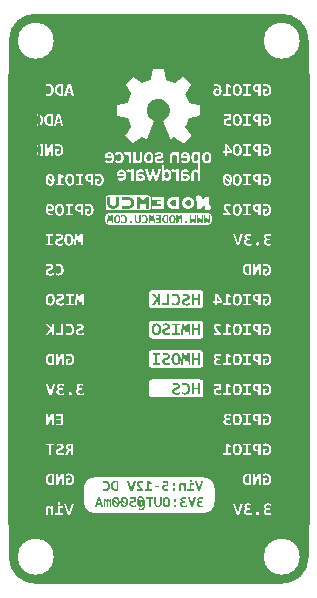
<source format=gbo>
G04 Layer_Color=32896*
%FSLAX25Y25*%
%MOIN*%
G70*
G01*
G75*
%ADD22C,0.01500*%
%ADD25C,0.03000*%
%ADD26C,0.01000*%
%ADD45C,0.00787*%
%ADD74R,0.07000X0.02900*%
%ADD75R,0.13300X0.05700*%
G36*
X82000Y178500D02*
X81300Y178532D01*
X79987Y178403D01*
X78724Y178020D01*
X77560Y177398D01*
X76539Y176560D01*
X75702Y175540D01*
X75080Y174376D01*
X74697Y173113D01*
X74568Y171800D01*
X74565D01*
X74704Y170389D01*
X75116Y169031D01*
X75784Y167780D01*
X76684Y166684D01*
X77780Y165784D01*
X79031Y165116D01*
X80388Y164704D01*
X81800Y164565D01*
Y164600D01*
X82800Y164649D01*
X83167Y164497D01*
X90922Y171700D01*
Y-300D01*
X88778D01*
Y2900D01*
X88578D01*
X82341Y7232D01*
X82200Y7237D01*
X80710Y7090D01*
X79277Y6656D01*
X77957Y5950D01*
X76800Y5000D01*
X75850Y3843D01*
X75144Y2523D01*
X74710Y1090D01*
X74563Y-400D01*
X74569D01*
X74694Y-1674D01*
X75066Y-2899D01*
X75669Y-4029D01*
X76482Y-5018D01*
X77471Y-5831D01*
X78601Y-6434D01*
X79826Y-6806D01*
X81100Y-6931D01*
Y-6900D01*
X81900Y-6892D01*
X81976Y-6923D01*
X82008Y-7000D01*
X82000D01*
Y-9000D01*
X-300D01*
X6300Y-3649D01*
X6759Y-3459D01*
X6949Y-3000D01*
X6900D01*
X6936Y3000D01*
Y3000D01*
X6792Y4096D01*
X6369Y5118D01*
X5695Y5996D01*
X4818Y6669D01*
X3796Y7092D01*
X2700Y7236D01*
X2700Y7236D01*
X2700Y7200D01*
X-400Y7167D01*
X-706Y7294D01*
X-728Y7347D01*
X-6700Y3200D01*
X-6900D01*
Y0D01*
X-9044D01*
Y172000D01*
X-836Y164376D01*
X627Y164520D01*
X2192Y164995D01*
X3633Y165765D01*
X4897Y166803D01*
X5935Y168067D01*
X6705Y169508D01*
X7180Y171073D01*
X7340Y172700D01*
X7300D01*
X7331Y172800D01*
X7209Y174035D01*
X6849Y175223D01*
X6264Y176317D01*
X5476Y177276D01*
X4517Y178064D01*
X3423Y178649D01*
X2235Y179009D01*
X1000Y179130D01*
Y179100D01*
X700D01*
X0Y181000D01*
X82000D01*
Y178500D01*
D02*
G37*
%LPC*%
G36*
X4804Y87684D02*
X4769D01*
X4734Y87678D01*
X4682D01*
X4617Y87666D01*
X4547Y87655D01*
X4466Y87643D01*
X4378Y87620D01*
X4291Y87596D01*
X4198Y87561D01*
X4104Y87520D01*
X4011Y87474D01*
X3918Y87416D01*
X3830Y87346D01*
X3749Y87270D01*
X3673Y87182D01*
X3667Y87177D01*
X3655Y87159D01*
X3638Y87130D01*
X3615Y87089D01*
X3585Y87037D01*
X3551Y86972D01*
X3521Y86897D01*
X3481Y86815D01*
X3446Y86716D01*
X3416Y86605D01*
X3382Y86489D01*
X3352Y86355D01*
X3329Y86215D01*
X3311Y86063D01*
X3300Y85900D01*
X3294Y85725D01*
Y85719D01*
Y85702D01*
Y85672D01*
Y85637D01*
X3300Y85591D01*
Y85538D01*
X3306Y85480D01*
X3311Y85416D01*
X3323Y85276D01*
X3347Y85130D01*
X3376Y84973D01*
X3416Y84827D01*
Y84821D01*
X3422Y84810D01*
X3428Y84792D01*
X3440Y84763D01*
X3469Y84699D01*
X3504Y84611D01*
X3551Y84512D01*
X3609Y84407D01*
X3673Y84308D01*
X3749Y84209D01*
X3760Y84197D01*
X3784Y84168D01*
X3830Y84127D01*
X3889Y84075D01*
X3965Y84017D01*
X4046Y83958D01*
X4139Y83900D01*
X4244Y83854D01*
X4250D01*
X4256Y83848D01*
X4273Y83842D01*
X4291Y83836D01*
X4349Y83819D01*
X4425Y83795D01*
X4518Y83772D01*
X4623Y83754D01*
X4734Y83743D01*
X4851Y83737D01*
X4886D01*
X4921Y83743D01*
X4973D01*
X5037Y83754D01*
X5107Y83766D01*
X5189Y83778D01*
X5276Y83801D01*
X5364Y83824D01*
X5457Y83859D01*
X5550Y83900D01*
X5644Y83947D01*
X5737Y84005D01*
X5824Y84069D01*
X5906Y84145D01*
X5982Y84232D01*
X5988Y84238D01*
X5999Y84256D01*
X6017Y84285D01*
X6040Y84326D01*
X6069Y84378D01*
X6104Y84442D01*
X6133Y84518D01*
X6168Y84605D01*
X6209Y84699D01*
X6238Y84810D01*
X6273Y84926D01*
X6302Y85060D01*
X6326Y85200D01*
X6343Y85352D01*
X6355Y85515D01*
X6361Y85690D01*
Y85696D01*
Y85713D01*
Y85742D01*
Y85777D01*
X6355Y85824D01*
Y85877D01*
X6349Y85935D01*
X6343Y85999D01*
X6331Y86133D01*
X6314Y86285D01*
X6285Y86436D01*
X6244Y86582D01*
Y86588D01*
X6238Y86599D01*
X6232Y86617D01*
X6221Y86646D01*
X6209Y86675D01*
X6192Y86716D01*
X6157Y86803D01*
X6110Y86897D01*
X6052Y87002D01*
X5988Y87107D01*
X5912Y87200D01*
X5900Y87212D01*
X5871Y87241D01*
X5830Y87282D01*
X5766Y87340D01*
X5696Y87398D01*
X5609Y87456D01*
X5515Y87515D01*
X5416Y87561D01*
X5410D01*
X5404Y87567D01*
X5387Y87573D01*
X5364Y87579D01*
X5311Y87602D01*
X5230Y87625D01*
X5142Y87643D01*
X5037Y87666D01*
X4926Y87678D01*
X4804Y87684D01*
D02*
G37*
G36*
X7981D02*
X7906D01*
X7830Y87678D01*
X7742Y87672D01*
X7719D01*
X7696Y87666D01*
X7666D01*
X7585Y87655D01*
X7497Y87643D01*
X7474D01*
X7451Y87637D01*
X7422Y87631D01*
X7346Y87620D01*
X7264Y87602D01*
X7247D01*
X7224Y87596D01*
X7194Y87590D01*
X7130Y87579D01*
X7054Y87561D01*
Y86903D01*
X7060D01*
X7072Y86908D01*
X7089Y86914D01*
X7119Y86926D01*
X7183Y86943D01*
X7264Y86967D01*
X7270D01*
X7282Y86972D01*
X7305Y86978D01*
X7334Y86984D01*
X7404Y87002D01*
X7492Y87013D01*
X7497D01*
X7509Y87019D01*
X7532D01*
X7567Y87025D01*
X7643Y87037D01*
X7731Y87048D01*
X7737D01*
X7748Y87054D01*
X7772D01*
X7801Y87060D01*
X7876Y87066D01*
X8022D01*
X8069Y87060D01*
X8116D01*
X8174Y87054D01*
X8279Y87031D01*
X8285D01*
X8302Y87025D01*
X8325Y87019D01*
X8354Y87007D01*
X8424Y86984D01*
X8494Y86949D01*
X8500D01*
X8506Y86937D01*
X8541Y86914D01*
X8582Y86873D01*
X8617Y86815D01*
Y86809D01*
X8623Y86803D01*
X8629Y86786D01*
X8634Y86763D01*
X8646Y86710D01*
X8652Y86640D01*
Y86634D01*
Y86623D01*
X8646Y86599D01*
X8640Y86570D01*
X8617Y86506D01*
X8599Y86471D01*
X8576Y86436D01*
X8570Y86430D01*
X8558Y86424D01*
X8541Y86407D01*
X8518Y86384D01*
X8489Y86360D01*
X8448Y86331D01*
X8360Y86279D01*
X8354D01*
X8337Y86267D01*
X8308Y86255D01*
X8273Y86238D01*
X8226Y86221D01*
X8180Y86197D01*
X8063Y86150D01*
X8057D01*
X8034Y86139D01*
X7999Y86127D01*
X7958Y86115D01*
X7906Y86092D01*
X7847Y86075D01*
X7719Y86022D01*
X7713D01*
X7690Y86011D01*
X7655Y85999D01*
X7608Y85981D01*
X7556Y85958D01*
X7497Y85929D01*
X7375Y85871D01*
X7369Y85865D01*
X7346Y85853D01*
X7317Y85836D01*
X7276Y85812D01*
X7229Y85777D01*
X7177Y85742D01*
X7072Y85655D01*
X7066Y85649D01*
X7049Y85632D01*
X7025Y85608D01*
X6996Y85567D01*
X6961Y85527D01*
X6926Y85474D01*
X6891Y85422D01*
X6856Y85358D01*
X6850Y85352D01*
X6844Y85329D01*
X6833Y85294D01*
X6815Y85247D01*
X6798Y85183D01*
X6786Y85119D01*
X6780Y85037D01*
X6775Y84955D01*
Y84949D01*
Y84944D01*
Y84926D01*
Y84903D01*
X6780Y84845D01*
X6786Y84769D01*
X6804Y84681D01*
X6821Y84594D01*
X6850Y84501D01*
X6891Y84407D01*
X6897Y84396D01*
X6915Y84372D01*
X6938Y84326D01*
X6973Y84273D01*
X7019Y84215D01*
X7078Y84151D01*
X7142Y84087D01*
X7218Y84028D01*
X7229Y84022D01*
X7253Y84005D01*
X7299Y83976D01*
X7358Y83947D01*
X7428Y83912D01*
X7509Y83871D01*
X7602Y83836D01*
X7707Y83807D01*
X7719D01*
X7737Y83801D01*
X7760Y83795D01*
X7818Y83784D01*
X7894Y83772D01*
X7987Y83760D01*
X8092Y83749D01*
X8209Y83743D01*
X8337Y83737D01*
X8448D01*
X8518Y83743D01*
X8611D01*
X8704Y83754D01*
X8914Y83772D01*
X8926D01*
X8961Y83778D01*
X9019Y83789D01*
X9089Y83801D01*
X9171Y83819D01*
X9264Y83836D01*
X9363Y83859D01*
X9468Y83889D01*
Y84600D01*
X9462D01*
X9445Y84594D01*
X9416Y84582D01*
X9381Y84571D01*
X9340Y84553D01*
X9293Y84536D01*
X9188Y84506D01*
X9182D01*
X9165Y84501D01*
X9136Y84495D01*
X9095Y84483D01*
X9054Y84471D01*
X9002Y84460D01*
X8897Y84437D01*
X8891D01*
X8873Y84431D01*
X8844Y84425D01*
X8803Y84419D01*
X8763Y84413D01*
X8710Y84407D01*
X8605Y84390D01*
X8582D01*
X8553Y84384D01*
X8512D01*
X8471Y84378D01*
X8419D01*
X8320Y84372D01*
X8250D01*
X8197Y84378D01*
X8145D01*
X8086Y84390D01*
X8028Y84396D01*
X7976Y84407D01*
X7970D01*
X7952Y84413D01*
X7923Y84419D01*
X7894Y84431D01*
X7818Y84460D01*
X7742Y84501D01*
X7737Y84506D01*
X7725Y84512D01*
X7690Y84541D01*
X7649Y84588D01*
X7608Y84646D01*
Y84652D01*
X7602Y84664D01*
X7591Y84681D01*
X7585Y84705D01*
X7567Y84763D01*
X7562Y84833D01*
Y84839D01*
Y84856D01*
X7567Y84879D01*
X7573Y84914D01*
X7597Y84990D01*
X7614Y85031D01*
X7643Y85066D01*
X7649Y85072D01*
X7661Y85084D01*
X7678Y85101D01*
X7701Y85124D01*
X7731Y85154D01*
X7766Y85177D01*
X7859Y85235D01*
X7865Y85241D01*
X7882Y85247D01*
X7906Y85264D01*
X7946Y85282D01*
X7987Y85299D01*
X8040Y85323D01*
X8092Y85346D01*
X8156Y85369D01*
X8162D01*
X8185Y85381D01*
X8220Y85393D01*
X8261Y85404D01*
X8314Y85428D01*
X8372Y85445D01*
X8500Y85492D01*
X8506Y85497D01*
X8529Y85503D01*
X8564Y85521D01*
X8605Y85538D01*
X8658Y85562D01*
X8716Y85585D01*
X8838Y85643D01*
X8844Y85649D01*
X8867Y85661D01*
X8897Y85678D01*
X8937Y85702D01*
X8984Y85731D01*
X9037Y85772D01*
X9142Y85853D01*
X9147Y85859D01*
X9165Y85877D01*
X9188Y85906D01*
X9217Y85941D01*
X9246Y85981D01*
X9281Y86034D01*
X9316Y86092D01*
X9351Y86156D01*
X9357Y86162D01*
X9363Y86185D01*
X9375Y86226D01*
X9386Y86273D01*
X9404Y86337D01*
X9416Y86407D01*
X9421Y86489D01*
X9427Y86576D01*
Y86588D01*
Y86617D01*
X9421Y86658D01*
X9416Y86710D01*
X9410Y86774D01*
X9392Y86844D01*
X9375Y86920D01*
X9346Y86996D01*
X9340Y87007D01*
X9328Y87031D01*
X9311Y87066D01*
X9281Y87118D01*
X9246Y87171D01*
X9200Y87235D01*
X9147Y87293D01*
X9089Y87352D01*
X9083Y87357D01*
X9060Y87375D01*
X9019Y87404D01*
X8967Y87439D01*
X8902Y87474D01*
X8827Y87515D01*
X8739Y87555D01*
X8640Y87590D01*
X8634D01*
X8629Y87596D01*
X8611Y87602D01*
X8593Y87608D01*
X8535Y87620D01*
X8454Y87637D01*
X8360Y87655D01*
X8244Y87672D01*
X8121Y87678D01*
X7981Y87684D01*
D02*
G37*
G36*
X67126D02*
X67091D01*
X67056Y87678D01*
X67003D01*
X66939Y87666D01*
X66869Y87655D01*
X66787Y87643D01*
X66700Y87620D01*
X66613Y87596D01*
X66519Y87561D01*
X66426Y87520D01*
X66333Y87474D01*
X66240Y87416D01*
X66152Y87346D01*
X66070Y87270D01*
X65995Y87182D01*
X65989Y87177D01*
X65977Y87159D01*
X65960Y87130D01*
X65936Y87089D01*
X65907Y87037D01*
X65872Y86972D01*
X65843Y86897D01*
X65802Y86815D01*
X65767Y86716D01*
X65738Y86605D01*
X65703Y86489D01*
X65674Y86355D01*
X65651Y86215D01*
X65633Y86063D01*
X65622Y85900D01*
X65616Y85725D01*
Y85719D01*
Y85702D01*
Y85672D01*
Y85637D01*
X65622Y85591D01*
Y85538D01*
X65627Y85480D01*
X65633Y85416D01*
X65645Y85276D01*
X65668Y85130D01*
X65697Y84973D01*
X65738Y84827D01*
Y84821D01*
X65744Y84810D01*
X65750Y84792D01*
X65762Y84763D01*
X65791Y84699D01*
X65826Y84611D01*
X65872Y84512D01*
X65930Y84407D01*
X65995Y84308D01*
X66070Y84209D01*
X66082Y84197D01*
X66105Y84168D01*
X66152Y84127D01*
X66210Y84075D01*
X66286Y84017D01*
X66368Y83958D01*
X66461Y83900D01*
X66566Y83854D01*
X66572D01*
X66578Y83848D01*
X66595Y83842D01*
X66613Y83836D01*
X66671Y83819D01*
X66747Y83795D01*
X66840Y83772D01*
X66945Y83754D01*
X67056Y83743D01*
X67172Y83737D01*
X67207D01*
X67242Y83743D01*
X67295D01*
X67359Y83754D01*
X67429Y83766D01*
X67510Y83778D01*
X67598Y83801D01*
X67685Y83824D01*
X67779Y83859D01*
X67872Y83900D01*
X67965Y83947D01*
X68059Y84005D01*
X68146Y84069D01*
X68227Y84145D01*
X68303Y84232D01*
X68309Y84238D01*
X68321Y84256D01*
X68338Y84285D01*
X68362Y84326D01*
X68391Y84378D01*
X68426Y84442D01*
X68455Y84518D01*
X68490Y84605D01*
X68531Y84699D01*
X68560Y84810D01*
X68595Y84926D01*
X68624Y85060D01*
X68647Y85200D01*
X68665Y85352D01*
X68676Y85515D01*
X68682Y85690D01*
Y85696D01*
Y85713D01*
Y85742D01*
Y85777D01*
X68676Y85824D01*
Y85877D01*
X68671Y85935D01*
X68665Y85999D01*
X68653Y86133D01*
X68636Y86285D01*
X68607Y86436D01*
X68566Y86582D01*
Y86588D01*
X68560Y86599D01*
X68554Y86617D01*
X68542Y86646D01*
X68531Y86675D01*
X68513Y86716D01*
X68478Y86803D01*
X68432Y86897D01*
X68373Y87002D01*
X68309Y87107D01*
X68233Y87200D01*
X68222Y87212D01*
X68193Y87241D01*
X68152Y87282D01*
X68088Y87340D01*
X68018Y87398D01*
X67930Y87456D01*
X67837Y87515D01*
X67738Y87561D01*
X67732D01*
X67726Y87567D01*
X67709Y87573D01*
X67685Y87579D01*
X67633Y87602D01*
X67551Y87625D01*
X67464Y87643D01*
X67359Y87666D01*
X67248Y87678D01*
X67126Y87684D01*
D02*
G37*
G36*
X63966Y77656D02*
X63365D01*
Y74456D01*
X62526D01*
Y73820D01*
X65068D01*
Y74456D01*
X64094D01*
Y76904D01*
X64945Y76438D01*
X65178Y77021D01*
X63966Y77656D01*
D02*
G37*
G36*
X60637Y77697D02*
X60590D01*
X60538Y77691D01*
X60468Y77685D01*
X60392Y77680D01*
X60305Y77668D01*
X60217Y77645D01*
X60130Y77621D01*
X60118Y77615D01*
X60089Y77610D01*
X60048Y77592D01*
X59996Y77569D01*
X59937Y77540D01*
X59873Y77505D01*
X59809Y77458D01*
X59745Y77411D01*
X59739Y77406D01*
X59716Y77388D01*
X59687Y77359D01*
X59652Y77318D01*
X59611Y77266D01*
X59570Y77207D01*
X59529Y77137D01*
X59494Y77062D01*
X59488Y77050D01*
X59477Y77027D01*
X59465Y76980D01*
X59448Y76922D01*
X59430Y76852D01*
X59413Y76770D01*
X59407Y76677D01*
X59401Y76578D01*
Y76566D01*
Y76537D01*
X59407Y76496D01*
Y76438D01*
X59418Y76374D01*
X59430Y76304D01*
X59442Y76228D01*
X59465Y76152D01*
Y76146D01*
X59477Y76117D01*
X59488Y76082D01*
X59506Y76030D01*
X59535Y75971D01*
X59564Y75907D01*
X59640Y75767D01*
X59646Y75761D01*
X59663Y75738D01*
X59687Y75697D01*
X59722Y75651D01*
X59762Y75592D01*
X59809Y75534D01*
X59867Y75464D01*
X59931Y75394D01*
X59937Y75388D01*
X59961Y75359D01*
X59996Y75324D01*
X60042Y75278D01*
X60101Y75219D01*
X60165Y75149D01*
X60240Y75079D01*
X60316Y75004D01*
X60870Y74479D01*
X59261D01*
Y73820D01*
X61849D01*
Y74345D01*
X60952Y75243D01*
X60946Y75248D01*
X60940Y75254D01*
X60911Y75283D01*
X60864Y75336D01*
X60806Y75394D01*
X60742Y75464D01*
X60672Y75534D01*
X60602Y75610D01*
X60544Y75680D01*
X60538Y75686D01*
X60520Y75709D01*
X60491Y75744D01*
X60456Y75791D01*
X60421Y75843D01*
X60380Y75896D01*
X60345Y75954D01*
X60310Y76006D01*
X60305Y76012D01*
X60299Y76030D01*
X60281Y76059D01*
X60264Y76094D01*
X60229Y76181D01*
X60211Y76228D01*
X60200Y76275D01*
Y76280D01*
X60194Y76298D01*
X60188Y76321D01*
X60182Y76350D01*
Y76391D01*
X60176Y76432D01*
X60171Y76531D01*
Y76537D01*
Y76549D01*
Y76572D01*
X60176Y76595D01*
X60182Y76659D01*
X60206Y76735D01*
Y76741D01*
X60211Y76753D01*
X60217Y76770D01*
X60229Y76793D01*
X60264Y76846D01*
X60310Y76904D01*
Y76910D01*
X60322Y76916D01*
X60357Y76945D01*
X60409Y76980D01*
X60479Y77015D01*
X60485D01*
X60497Y77021D01*
X60520Y77033D01*
X60544Y77038D01*
X60579Y77050D01*
X60619Y77056D01*
X60713Y77062D01*
X60748D01*
X60794Y77056D01*
X60847Y77050D01*
X60911Y77038D01*
X60981Y77021D01*
X61051Y76998D01*
X61127Y76963D01*
X61132Y76957D01*
X61162Y76945D01*
X61197Y76922D01*
X61243Y76893D01*
X61301Y76858D01*
X61360Y76811D01*
X61430Y76758D01*
X61494Y76700D01*
X61867Y77184D01*
X61855Y77196D01*
X61826Y77225D01*
X61774Y77266D01*
X61704Y77318D01*
X61622Y77376D01*
X61529Y77441D01*
X61424Y77499D01*
X61313Y77557D01*
X61307D01*
X61301Y77563D01*
X61284Y77569D01*
X61261Y77580D01*
X61197Y77604D01*
X61109Y77627D01*
X61010Y77650D01*
X60893Y77674D01*
X60771Y77691D01*
X60637Y77697D01*
D02*
G37*
G36*
X55900Y88800D02*
X37700D01*
Y82800D01*
X55900D01*
Y88800D01*
D02*
G37*
G36*
X74961Y87620D02*
X73754D01*
X73714Y87614D01*
X73626Y87608D01*
X73521Y87602D01*
X73416Y87585D01*
X73305Y87567D01*
X73195Y87538D01*
X73189D01*
X73183Y87532D01*
X73148Y87520D01*
X73096Y87503D01*
X73026Y87480D01*
X72950Y87445D01*
X72874Y87404D01*
X72792Y87357D01*
X72717Y87299D01*
X72705Y87293D01*
X72682Y87270D01*
X72647Y87241D01*
X72606Y87194D01*
X72559Y87142D01*
X72507Y87077D01*
X72460Y87002D01*
X72419Y86920D01*
X72413Y86908D01*
X72402Y86879D01*
X72384Y86833D01*
X72367Y86769D01*
X72349Y86693D01*
X72332Y86605D01*
X72320Y86506D01*
X72314Y86401D01*
Y86395D01*
Y86389D01*
Y86372D01*
Y86349D01*
X72320Y86296D01*
X72326Y86221D01*
X72338Y86139D01*
X72361Y86046D01*
X72384Y85946D01*
X72419Y85853D01*
X72425Y85842D01*
X72437Y85812D01*
X72460Y85766D01*
X72495Y85707D01*
X72536Y85637D01*
X72588Y85562D01*
X72647Y85486D01*
X72717Y85416D01*
X72723Y85410D01*
X72752Y85387D01*
X72792Y85352D01*
X72851Y85311D01*
X72921Y85264D01*
X73002Y85218D01*
X73096Y85171D01*
X73201Y85130D01*
X73206D01*
X73212Y85124D01*
X73230Y85119D01*
X73253Y85113D01*
X73311Y85101D01*
X73393Y85084D01*
X73492Y85060D01*
X73609Y85049D01*
X73737Y85037D01*
X73877Y85031D01*
X74238D01*
Y83807D01*
X74961D01*
Y87620D01*
D02*
G37*
G36*
X76646Y87684D02*
X76547D01*
X76483Y87678D01*
X76407Y87672D01*
X76320Y87666D01*
X76133Y87637D01*
X76121D01*
X76092Y87631D01*
X76040Y87620D01*
X75976Y87608D01*
X75900Y87590D01*
X75818Y87567D01*
X75725Y87544D01*
X75632Y87520D01*
Y86809D01*
X75643Y86815D01*
X75673Y86827D01*
X75713Y86844D01*
X75777Y86868D01*
X75847Y86891D01*
X75929Y86920D01*
X76016Y86949D01*
X76116Y86972D01*
X76127Y86978D01*
X76162Y86984D01*
X76209Y86996D01*
X76279Y87007D01*
X76355Y87019D01*
X76442Y87031D01*
X76541Y87042D01*
X76687D01*
X76733Y87037D01*
X76798Y87031D01*
X76873Y87019D01*
X76955Y87002D01*
X77031Y86978D01*
X77113Y86943D01*
X77124Y86937D01*
X77147Y86926D01*
X77182Y86903D01*
X77229Y86873D01*
X77287Y86838D01*
X77346Y86792D01*
X77404Y86739D01*
X77456Y86675D01*
X77462Y86669D01*
X77480Y86646D01*
X77503Y86611D01*
X77532Y86559D01*
X77567Y86500D01*
X77602Y86424D01*
X77637Y86343D01*
X77666Y86255D01*
Y86244D01*
X77678Y86209D01*
X77690Y86162D01*
X77701Y86092D01*
X77713Y86005D01*
X77725Y85912D01*
X77730Y85807D01*
X77736Y85690D01*
Y85684D01*
Y85678D01*
Y85661D01*
Y85637D01*
X77730Y85579D01*
Y85509D01*
X77725Y85422D01*
X77713Y85329D01*
X77684Y85142D01*
X77678Y85130D01*
X77672Y85101D01*
X77661Y85054D01*
X77637Y84996D01*
X77614Y84932D01*
X77585Y84862D01*
X77544Y84792D01*
X77503Y84728D01*
X77497Y84722D01*
X77480Y84699D01*
X77456Y84670D01*
X77416Y84635D01*
X77375Y84588D01*
X77316Y84547D01*
X77258Y84506D01*
X77188Y84466D01*
X77177Y84460D01*
X77153Y84454D01*
X77113Y84437D01*
X77054Y84425D01*
X76984Y84407D01*
X76903Y84390D01*
X76809Y84384D01*
X76710Y84378D01*
X76582D01*
X76564Y84384D01*
X76530D01*
X76500Y84390D01*
X76494D01*
X76471Y84396D01*
X76448Y84407D01*
X76419Y84413D01*
X76413D01*
X76389Y84419D01*
X76366Y84431D01*
X76331Y84442D01*
Y85416D01*
X76978D01*
Y86011D01*
X75620D01*
Y83976D01*
X75632Y83970D01*
X75667Y83958D01*
X75719Y83935D01*
X75789Y83906D01*
X75871Y83877D01*
X75964Y83848D01*
X76069Y83819D01*
X76174Y83795D01*
X76186D01*
X76203Y83789D01*
X76226Y83784D01*
X76279Y83778D01*
X76360Y83766D01*
X76448Y83754D01*
X76553Y83749D01*
X76669Y83737D01*
X76856D01*
X76891Y83743D01*
X76932D01*
X77031Y83754D01*
X77142Y83766D01*
X77264Y83789D01*
X77386Y83819D01*
X77509Y83859D01*
X77515D01*
X77521Y83865D01*
X77538Y83871D01*
X77561Y83883D01*
X77620Y83912D01*
X77696Y83953D01*
X77777Y83999D01*
X77870Y84063D01*
X77958Y84139D01*
X78045Y84221D01*
X78057Y84232D01*
X78080Y84267D01*
X78121Y84320D01*
X78168Y84390D01*
X78226Y84477D01*
X78278Y84576D01*
X78337Y84693D01*
X78383Y84821D01*
Y84827D01*
X78389Y84839D01*
X78395Y84856D01*
X78401Y84885D01*
X78412Y84920D01*
X78418Y84961D01*
X78430Y85008D01*
X78442Y85060D01*
X78465Y85183D01*
X78483Y85329D01*
X78494Y85486D01*
X78500Y85655D01*
Y85661D01*
Y85678D01*
Y85702D01*
Y85737D01*
X78494Y85777D01*
Y85824D01*
X78488Y85882D01*
X78483Y85941D01*
X78471Y86075D01*
X78448Y86215D01*
X78418Y86360D01*
X78378Y86506D01*
Y86512D01*
X78372Y86524D01*
X78366Y86541D01*
X78354Y86570D01*
X78343Y86599D01*
X78325Y86640D01*
X78284Y86728D01*
X78238Y86827D01*
X78174Y86932D01*
X78098Y87042D01*
X78016Y87142D01*
X78010Y87147D01*
X78004Y87153D01*
X77975Y87182D01*
X77923Y87235D01*
X77853Y87293D01*
X77771Y87357D01*
X77666Y87421D01*
X77556Y87486D01*
X77433Y87544D01*
X77427D01*
X77416Y87550D01*
X77398Y87555D01*
X77375Y87567D01*
X77340Y87579D01*
X77299Y87590D01*
X77258Y87602D01*
X77206Y87614D01*
X77089Y87637D01*
X76955Y87660D01*
X76809Y87678D01*
X76646Y87684D01*
D02*
G37*
G36*
X15992Y87620D02*
X15181D01*
X14849Y86535D01*
X14692Y85923D01*
X14534Y86500D01*
X14179Y87620D01*
X13351D01*
X13164Y83807D01*
X13800D01*
X13870Y85958D01*
X13893Y86821D01*
X14080Y86244D01*
X14499Y84944D01*
X14948D01*
X15327Y86244D01*
X15485Y86821D01*
X15508Y85976D01*
X15572Y83807D01*
X16184D01*
X15992Y87620D01*
D02*
G37*
G36*
X12599D02*
X10191D01*
Y87031D01*
X11030D01*
Y84402D01*
X10191D01*
Y83807D01*
X12599D01*
Y84402D01*
X11759D01*
Y87031D01*
X12599D01*
Y87620D01*
D02*
G37*
G36*
X60625D02*
X59640D01*
Y85212D01*
X59063D01*
Y84582D01*
X59640D01*
Y83807D01*
X60339D01*
Y84582D01*
X62112D01*
Y85194D01*
X60625Y87620D01*
D02*
G37*
G36*
X71638D02*
X69230D01*
Y87031D01*
X70070D01*
Y84402D01*
X69230D01*
Y83807D01*
X71638D01*
Y84402D01*
X70799D01*
Y87031D01*
X71638D01*
Y87620D01*
D02*
G37*
G36*
X55900Y78700D02*
X37700D01*
Y72700D01*
X55900D01*
Y78700D01*
D02*
G37*
G36*
X14540Y77697D02*
X14465D01*
X14389Y77691D01*
X14301Y77685D01*
X14278D01*
X14255Y77680D01*
X14226D01*
X14144Y77668D01*
X14056Y77656D01*
X14033D01*
X14010Y77650D01*
X13981Y77645D01*
X13905Y77633D01*
X13823Y77615D01*
X13806D01*
X13782Y77610D01*
X13753Y77604D01*
X13689Y77592D01*
X13613Y77575D01*
Y76916D01*
X13619D01*
X13631Y76922D01*
X13648Y76928D01*
X13678Y76939D01*
X13742Y76957D01*
X13823Y76980D01*
X13829D01*
X13841Y76986D01*
X13864Y76992D01*
X13893Y76998D01*
X13963Y77015D01*
X14051Y77027D01*
X14056D01*
X14068Y77033D01*
X14092D01*
X14127Y77038D01*
X14202Y77050D01*
X14290Y77062D01*
X14296D01*
X14307Y77067D01*
X14331D01*
X14360Y77073D01*
X14435Y77079D01*
X14581D01*
X14628Y77073D01*
X14674D01*
X14733Y77067D01*
X14838Y77044D01*
X14844D01*
X14861Y77038D01*
X14884Y77033D01*
X14914Y77021D01*
X14984Y76998D01*
X15054Y76963D01*
X15059D01*
X15065Y76951D01*
X15100Y76928D01*
X15141Y76887D01*
X15176Y76828D01*
Y76823D01*
X15182Y76817D01*
X15188Y76799D01*
X15193Y76776D01*
X15205Y76723D01*
X15211Y76653D01*
Y76648D01*
Y76636D01*
X15205Y76613D01*
X15199Y76584D01*
X15176Y76519D01*
X15158Y76485D01*
X15135Y76450D01*
X15129Y76444D01*
X15118Y76438D01*
X15100Y76420D01*
X15077Y76397D01*
X15048Y76374D01*
X15007Y76345D01*
X14919Y76292D01*
X14914D01*
X14896Y76280D01*
X14867Y76269D01*
X14832Y76251D01*
X14785Y76234D01*
X14739Y76210D01*
X14622Y76164D01*
X14616D01*
X14593Y76152D01*
X14558Y76140D01*
X14517Y76129D01*
X14465Y76105D01*
X14406Y76088D01*
X14278Y76035D01*
X14272D01*
X14249Y76024D01*
X14214Y76012D01*
X14167Y75995D01*
X14115Y75971D01*
X14056Y75942D01*
X13934Y75884D01*
X13928Y75878D01*
X13905Y75867D01*
X13876Y75849D01*
X13835Y75826D01*
X13788Y75791D01*
X13736Y75756D01*
X13631Y75668D01*
X13625Y75662D01*
X13608Y75645D01*
X13584Y75622D01*
X13555Y75581D01*
X13520Y75540D01*
X13485Y75488D01*
X13450Y75435D01*
X13415Y75371D01*
X13409Y75365D01*
X13404Y75342D01*
X13392Y75307D01*
X13374Y75260D01*
X13357Y75196D01*
X13345Y75132D01*
X13340Y75050D01*
X13334Y74969D01*
Y74963D01*
Y74957D01*
Y74940D01*
Y74916D01*
X13340Y74858D01*
X13345Y74782D01*
X13363Y74695D01*
X13380Y74607D01*
X13409Y74514D01*
X13450Y74421D01*
X13456Y74409D01*
X13474Y74386D01*
X13497Y74339D01*
X13532Y74287D01*
X13578Y74228D01*
X13637Y74164D01*
X13701Y74100D01*
X13777Y74042D01*
X13788Y74036D01*
X13812Y74018D01*
X13858Y73989D01*
X13917Y73960D01*
X13987Y73925D01*
X14068Y73884D01*
X14162Y73849D01*
X14266Y73820D01*
X14278D01*
X14296Y73814D01*
X14319Y73808D01*
X14377Y73797D01*
X14453Y73785D01*
X14546Y73773D01*
X14651Y73762D01*
X14768Y73756D01*
X14896Y73750D01*
X15007D01*
X15077Y73756D01*
X15170D01*
X15263Y73768D01*
X15473Y73785D01*
X15485D01*
X15520Y73791D01*
X15578Y73803D01*
X15648Y73814D01*
X15730Y73832D01*
X15823Y73849D01*
X15922Y73873D01*
X16027Y73902D01*
Y74613D01*
X16021D01*
X16004Y74607D01*
X15975Y74595D01*
X15940Y74584D01*
X15899Y74566D01*
X15852Y74549D01*
X15747Y74520D01*
X15741D01*
X15724Y74514D01*
X15695Y74508D01*
X15654Y74496D01*
X15613Y74485D01*
X15561Y74473D01*
X15456Y74450D01*
X15450D01*
X15432Y74444D01*
X15403Y74438D01*
X15362Y74432D01*
X15322Y74427D01*
X15269Y74421D01*
X15164Y74403D01*
X15141D01*
X15112Y74397D01*
X15071D01*
X15030Y74392D01*
X14978D01*
X14879Y74386D01*
X14809D01*
X14756Y74392D01*
X14704D01*
X14645Y74403D01*
X14587Y74409D01*
X14535Y74421D01*
X14529D01*
X14511Y74427D01*
X14482Y74432D01*
X14453Y74444D01*
X14377Y74473D01*
X14301Y74514D01*
X14296Y74520D01*
X14284Y74526D01*
X14249Y74555D01*
X14208Y74601D01*
X14167Y74660D01*
Y74665D01*
X14162Y74677D01*
X14150Y74695D01*
X14144Y74718D01*
X14127Y74776D01*
X14121Y74846D01*
Y74852D01*
Y74870D01*
X14127Y74893D01*
X14132Y74928D01*
X14156Y75004D01*
X14173Y75044D01*
X14202Y75079D01*
X14208Y75085D01*
X14220Y75097D01*
X14237Y75114D01*
X14261Y75138D01*
X14290Y75167D01*
X14325Y75190D01*
X14418Y75248D01*
X14424Y75254D01*
X14441Y75260D01*
X14465Y75278D01*
X14505Y75295D01*
X14546Y75313D01*
X14599Y75336D01*
X14651Y75359D01*
X14715Y75383D01*
X14721D01*
X14744Y75394D01*
X14780Y75406D01*
X14820Y75418D01*
X14873Y75441D01*
X14931Y75458D01*
X15059Y75505D01*
X15065Y75511D01*
X15089Y75517D01*
X15123Y75534D01*
X15164Y75552D01*
X15217Y75575D01*
X15275Y75598D01*
X15397Y75657D01*
X15403Y75662D01*
X15427Y75674D01*
X15456Y75692D01*
X15497Y75715D01*
X15543Y75744D01*
X15596Y75785D01*
X15701Y75867D01*
X15706Y75872D01*
X15724Y75890D01*
X15747Y75919D01*
X15776Y75954D01*
X15805Y75995D01*
X15841Y76047D01*
X15876Y76105D01*
X15911Y76170D01*
X15916Y76175D01*
X15922Y76199D01*
X15934Y76240D01*
X15946Y76286D01*
X15963Y76350D01*
X15975Y76420D01*
X15980Y76502D01*
X15986Y76589D01*
Y76601D01*
Y76630D01*
X15980Y76671D01*
X15975Y76723D01*
X15969Y76788D01*
X15951Y76858D01*
X15934Y76933D01*
X15905Y77009D01*
X15899Y77021D01*
X15887Y77044D01*
X15870Y77079D01*
X15841Y77132D01*
X15805Y77184D01*
X15759Y77248D01*
X15706Y77306D01*
X15648Y77365D01*
X15642Y77371D01*
X15619Y77388D01*
X15578Y77417D01*
X15526Y77452D01*
X15462Y77487D01*
X15386Y77528D01*
X15298Y77569D01*
X15199Y77604D01*
X15193D01*
X15188Y77610D01*
X15170Y77615D01*
X15153Y77621D01*
X15094Y77633D01*
X15013Y77650D01*
X14919Y77668D01*
X14803Y77685D01*
X14680Y77691D01*
X14540Y77697D01*
D02*
G37*
G36*
X67126D02*
X67091D01*
X67056Y77691D01*
X67003D01*
X66939Y77680D01*
X66869Y77668D01*
X66787Y77656D01*
X66700Y77633D01*
X66613Y77610D01*
X66519Y77575D01*
X66426Y77534D01*
X66333Y77487D01*
X66240Y77429D01*
X66152Y77359D01*
X66070Y77283D01*
X65995Y77196D01*
X65989Y77190D01*
X65977Y77172D01*
X65960Y77143D01*
X65936Y77102D01*
X65907Y77050D01*
X65872Y76986D01*
X65843Y76910D01*
X65802Y76828D01*
X65767Y76729D01*
X65738Y76618D01*
X65703Y76502D01*
X65674Y76368D01*
X65651Y76228D01*
X65633Y76076D01*
X65622Y75913D01*
X65616Y75738D01*
Y75732D01*
Y75715D01*
Y75686D01*
Y75651D01*
X65622Y75604D01*
Y75552D01*
X65627Y75493D01*
X65633Y75429D01*
X65645Y75289D01*
X65668Y75144D01*
X65697Y74986D01*
X65738Y74840D01*
Y74835D01*
X65744Y74823D01*
X65750Y74805D01*
X65762Y74776D01*
X65791Y74712D01*
X65826Y74625D01*
X65872Y74526D01*
X65930Y74421D01*
X65995Y74322D01*
X66070Y74222D01*
X66082Y74211D01*
X66105Y74182D01*
X66152Y74141D01*
X66210Y74088D01*
X66286Y74030D01*
X66368Y73972D01*
X66461Y73913D01*
X66566Y73867D01*
X66572D01*
X66578Y73861D01*
X66595Y73855D01*
X66613Y73849D01*
X66671Y73832D01*
X66747Y73808D01*
X66840Y73785D01*
X66945Y73768D01*
X67056Y73756D01*
X67172Y73750D01*
X67207D01*
X67242Y73756D01*
X67295D01*
X67359Y73768D01*
X67429Y73779D01*
X67510Y73791D01*
X67598Y73814D01*
X67685Y73838D01*
X67779Y73873D01*
X67872Y73913D01*
X67965Y73960D01*
X68059Y74018D01*
X68146Y74082D01*
X68227Y74158D01*
X68303Y74246D01*
X68309Y74252D01*
X68321Y74269D01*
X68338Y74298D01*
X68362Y74339D01*
X68391Y74392D01*
X68426Y74456D01*
X68455Y74531D01*
X68490Y74619D01*
X68531Y74712D01*
X68560Y74823D01*
X68595Y74940D01*
X68624Y75074D01*
X68647Y75213D01*
X68665Y75365D01*
X68676Y75528D01*
X68682Y75703D01*
Y75709D01*
Y75726D01*
Y75756D01*
Y75791D01*
X68676Y75837D01*
Y75890D01*
X68671Y75948D01*
X68665Y76012D01*
X68653Y76146D01*
X68636Y76298D01*
X68607Y76450D01*
X68566Y76595D01*
Y76601D01*
X68560Y76613D01*
X68554Y76630D01*
X68542Y76659D01*
X68531Y76688D01*
X68513Y76729D01*
X68478Y76817D01*
X68432Y76910D01*
X68373Y77015D01*
X68309Y77120D01*
X68233Y77213D01*
X68222Y77225D01*
X68193Y77254D01*
X68152Y77295D01*
X68088Y77353D01*
X68018Y77411D01*
X67930Y77470D01*
X67837Y77528D01*
X67738Y77575D01*
X67732D01*
X67726Y77580D01*
X67709Y77586D01*
X67685Y77592D01*
X67633Y77615D01*
X67551Y77639D01*
X67464Y77656D01*
X67359Y77680D01*
X67248Y77691D01*
X67126Y77697D01*
D02*
G37*
G36*
X9428Y67646D02*
X8548D01*
X7510Y65355D01*
X7323Y64906D01*
Y66591D01*
Y67646D01*
X6670D01*
Y63833D01*
X7551D01*
X8571Y66107D01*
X8775Y66597D01*
Y65017D01*
Y63833D01*
X9428D01*
Y67646D01*
D02*
G37*
G36*
X63966Y67670D02*
X63365D01*
Y64469D01*
X62526D01*
Y63833D01*
X65068D01*
Y64469D01*
X64094D01*
Y66918D01*
X64945Y66451D01*
X65178Y67034D01*
X63966Y67670D01*
D02*
G37*
G36*
X60829Y67710D02*
X60678D01*
X60619Y67705D01*
X60544D01*
X60456Y67693D01*
X60369Y67681D01*
X60270Y67664D01*
X60182Y67640D01*
X60171Y67635D01*
X60141Y67629D01*
X60101Y67611D01*
X60042Y67588D01*
X59978Y67565D01*
X59914Y67530D01*
X59844Y67489D01*
X59780Y67448D01*
X59774Y67442D01*
X59751Y67425D01*
X59722Y67401D01*
X59687Y67366D01*
X59646Y67320D01*
X59605Y67267D01*
X59570Y67209D01*
X59535Y67145D01*
X59529Y67139D01*
X59523Y67116D01*
X59512Y67081D01*
X59494Y67028D01*
X59477Y66970D01*
X59465Y66906D01*
X59459Y66830D01*
X59453Y66748D01*
Y66743D01*
Y66731D01*
Y66714D01*
Y66690D01*
X59459Y66626D01*
X59471Y66550D01*
X59494Y66463D01*
X59523Y66369D01*
X59564Y66276D01*
X59617Y66189D01*
X59623Y66177D01*
X59646Y66154D01*
X59681Y66113D01*
X59733Y66066D01*
X59791Y66014D01*
X59867Y65961D01*
X59961Y65909D01*
X60060Y65862D01*
X60054D01*
X60031Y65856D01*
X59996Y65851D01*
X59949Y65839D01*
X59902Y65821D01*
X59844Y65804D01*
X59733Y65757D01*
X59727Y65751D01*
X59710Y65746D01*
X59681Y65728D01*
X59646Y65711D01*
X59558Y65652D01*
X59477Y65577D01*
X59471Y65571D01*
X59459Y65559D01*
X59436Y65536D01*
X59413Y65501D01*
X59389Y65466D01*
X59360Y65419D01*
X59308Y65320D01*
Y65314D01*
X59296Y65297D01*
X59290Y65262D01*
X59279Y65227D01*
X59267Y65174D01*
X59261Y65122D01*
X59249Y65058D01*
Y64994D01*
Y64988D01*
Y64982D01*
Y64947D01*
X59255Y64894D01*
X59261Y64824D01*
X59279Y64749D01*
X59296Y64661D01*
X59325Y64574D01*
X59360Y64486D01*
X59366Y64475D01*
X59378Y64451D01*
X59407Y64405D01*
X59442Y64352D01*
X59483Y64294D01*
X59541Y64230D01*
X59605Y64166D01*
X59681Y64102D01*
X59692Y64096D01*
X59722Y64078D01*
X59768Y64049D01*
X59832Y64014D01*
X59908Y63973D01*
X60001Y63933D01*
X60112Y63892D01*
X60229Y63857D01*
X60235D01*
X60246Y63851D01*
X60264D01*
X60287Y63845D01*
X60316Y63839D01*
X60357Y63833D01*
X60398Y63822D01*
X60450Y63816D01*
X60561Y63798D01*
X60695Y63787D01*
X60841Y63781D01*
X61004Y63775D01*
X61132D01*
X61214Y63781D01*
X61255D01*
X61278Y63787D01*
X61348Y63793D01*
X61430Y63798D01*
X61471D01*
X61494Y63804D01*
X61564Y63810D01*
X61640Y63816D01*
X61657D01*
X61675Y63822D01*
X61698D01*
X61756Y63833D01*
X61820Y63839D01*
Y64457D01*
X61814D01*
X61791Y64451D01*
X61750Y64446D01*
X61704Y64434D01*
X61640Y64422D01*
X61570Y64411D01*
X61494Y64405D01*
X61412Y64393D01*
X61371D01*
X61325Y64387D01*
X61266D01*
X61191Y64381D01*
X61109D01*
X61027Y64376D01*
X60847D01*
X60789Y64381D01*
X60724D01*
X60654Y64393D01*
X60584Y64399D01*
X60514Y64411D01*
X60509D01*
X60485Y64416D01*
X60450Y64428D01*
X60415Y64440D01*
X60322Y64475D01*
X60275Y64498D01*
X60229Y64527D01*
X60223Y64533D01*
X60211Y64545D01*
X60188Y64556D01*
X60165Y64580D01*
X60106Y64644D01*
X60083Y64679D01*
X60060Y64720D01*
Y64725D01*
X60048Y64743D01*
X60042Y64766D01*
X60031Y64795D01*
X60019Y64836D01*
X60013Y64877D01*
X60001Y64976D01*
Y64982D01*
Y65000D01*
Y65023D01*
X60007Y65052D01*
X60025Y65128D01*
X60060Y65203D01*
Y65209D01*
X60071Y65221D01*
X60083Y65238D01*
X60101Y65268D01*
X60159Y65320D01*
X60235Y65378D01*
X60240Y65384D01*
X60252Y65390D01*
X60281Y65402D01*
X60310Y65419D01*
X60351Y65437D01*
X60404Y65454D01*
X60456Y65472D01*
X60520Y65489D01*
X60526D01*
X60549Y65495D01*
X60590Y65501D01*
X60637Y65513D01*
X60701Y65518D01*
X60771Y65524D01*
X60853Y65530D01*
X61360D01*
Y66072D01*
X60893D01*
X60841Y66078D01*
X60783Y66084D01*
X60719Y66090D01*
X60654Y66101D01*
X60596Y66113D01*
X60590D01*
X60573Y66119D01*
X60544Y66131D01*
X60509Y66148D01*
X60433Y66183D01*
X60392Y66206D01*
X60357Y66235D01*
X60351Y66241D01*
X60345Y66247D01*
X60328Y66265D01*
X60310Y66288D01*
X60264Y66346D01*
X60229Y66416D01*
Y66422D01*
X60223Y66434D01*
X60217Y66457D01*
X60206Y66480D01*
X60194Y66550D01*
X60188Y66632D01*
Y66644D01*
Y66673D01*
X60194Y66714D01*
X60206Y66766D01*
X60223Y66824D01*
X60252Y66882D01*
X60287Y66935D01*
X60339Y66988D01*
X60345Y66993D01*
X60369Y67005D01*
X60404Y67028D01*
X60456Y67052D01*
X60520Y67069D01*
X60602Y67092D01*
X60701Y67104D01*
X60812Y67110D01*
X60893D01*
X60952Y67104D01*
X61022Y67098D01*
X61098Y67092D01*
X61261Y67063D01*
X61272D01*
X61301Y67057D01*
X61342Y67046D01*
X61401Y67034D01*
X61471Y67017D01*
X61546Y66993D01*
X61628Y66970D01*
X61715Y66947D01*
Y67547D01*
X61710D01*
X61692Y67553D01*
X61669Y67565D01*
X61634Y67571D01*
X61558Y67594D01*
X61471Y67617D01*
X61465D01*
X61447Y67623D01*
X61424Y67629D01*
X61395Y67635D01*
X61319Y67652D01*
X61231Y67664D01*
X61226D01*
X61208Y67670D01*
X61185D01*
X61156Y67675D01*
X61074Y67687D01*
X60987Y67699D01*
X60963D01*
X60940Y67705D01*
X60870D01*
X60829Y67710D01*
D02*
G37*
G36*
X76646Y77697D02*
X76547D01*
X76483Y77691D01*
X76407Y77685D01*
X76320Y77680D01*
X76133Y77650D01*
X76121D01*
X76092Y77645D01*
X76040Y77633D01*
X75976Y77621D01*
X75900Y77604D01*
X75818Y77580D01*
X75725Y77557D01*
X75632Y77534D01*
Y76823D01*
X75643Y76828D01*
X75673Y76840D01*
X75713Y76858D01*
X75777Y76881D01*
X75847Y76904D01*
X75929Y76933D01*
X76016Y76963D01*
X76116Y76986D01*
X76127Y76992D01*
X76162Y76998D01*
X76209Y77009D01*
X76279Y77021D01*
X76355Y77033D01*
X76442Y77044D01*
X76541Y77056D01*
X76687D01*
X76733Y77050D01*
X76798Y77044D01*
X76873Y77033D01*
X76955Y77015D01*
X77031Y76992D01*
X77113Y76957D01*
X77124Y76951D01*
X77147Y76939D01*
X77182Y76916D01*
X77229Y76887D01*
X77287Y76852D01*
X77346Y76805D01*
X77404Y76753D01*
X77456Y76688D01*
X77462Y76683D01*
X77480Y76659D01*
X77503Y76624D01*
X77532Y76572D01*
X77567Y76514D01*
X77602Y76438D01*
X77637Y76356D01*
X77666Y76269D01*
Y76257D01*
X77678Y76222D01*
X77690Y76175D01*
X77701Y76105D01*
X77713Y76018D01*
X77725Y75925D01*
X77730Y75820D01*
X77736Y75703D01*
Y75697D01*
Y75692D01*
Y75674D01*
Y75651D01*
X77730Y75592D01*
Y75523D01*
X77725Y75435D01*
X77713Y75342D01*
X77684Y75155D01*
X77678Y75144D01*
X77672Y75114D01*
X77661Y75068D01*
X77637Y75010D01*
X77614Y74945D01*
X77585Y74875D01*
X77544Y74805D01*
X77503Y74741D01*
X77497Y74735D01*
X77480Y74712D01*
X77456Y74683D01*
X77416Y74648D01*
X77375Y74601D01*
X77316Y74561D01*
X77258Y74520D01*
X77188Y74479D01*
X77177Y74473D01*
X77153Y74467D01*
X77113Y74450D01*
X77054Y74438D01*
X76984Y74421D01*
X76903Y74403D01*
X76809Y74397D01*
X76710Y74392D01*
X76582D01*
X76564Y74397D01*
X76530D01*
X76500Y74403D01*
X76494D01*
X76471Y74409D01*
X76448Y74421D01*
X76419Y74427D01*
X76413D01*
X76389Y74432D01*
X76366Y74444D01*
X76331Y74456D01*
Y75429D01*
X76978D01*
Y76024D01*
X75620D01*
Y73989D01*
X75632Y73983D01*
X75667Y73972D01*
X75719Y73948D01*
X75789Y73919D01*
X75871Y73890D01*
X75964Y73861D01*
X76069Y73832D01*
X76174Y73808D01*
X76186D01*
X76203Y73803D01*
X76226Y73797D01*
X76279Y73791D01*
X76360Y73779D01*
X76448Y73768D01*
X76553Y73762D01*
X76669Y73750D01*
X76856D01*
X76891Y73756D01*
X76932D01*
X77031Y73768D01*
X77142Y73779D01*
X77264Y73803D01*
X77386Y73832D01*
X77509Y73873D01*
X77515D01*
X77521Y73878D01*
X77538Y73884D01*
X77561Y73896D01*
X77620Y73925D01*
X77696Y73966D01*
X77777Y74013D01*
X77870Y74077D01*
X77958Y74152D01*
X78045Y74234D01*
X78057Y74246D01*
X78080Y74281D01*
X78121Y74333D01*
X78168Y74403D01*
X78226Y74491D01*
X78278Y74590D01*
X78337Y74706D01*
X78383Y74835D01*
Y74840D01*
X78389Y74852D01*
X78395Y74870D01*
X78401Y74899D01*
X78412Y74934D01*
X78418Y74975D01*
X78430Y75021D01*
X78442Y75074D01*
X78465Y75196D01*
X78483Y75342D01*
X78494Y75499D01*
X78500Y75668D01*
Y75674D01*
Y75692D01*
Y75715D01*
Y75750D01*
X78494Y75791D01*
Y75837D01*
X78488Y75896D01*
X78483Y75954D01*
X78471Y76088D01*
X78448Y76228D01*
X78418Y76374D01*
X78378Y76519D01*
Y76525D01*
X78372Y76537D01*
X78366Y76554D01*
X78354Y76584D01*
X78343Y76613D01*
X78325Y76653D01*
X78284Y76741D01*
X78238Y76840D01*
X78174Y76945D01*
X78098Y77056D01*
X78016Y77155D01*
X78010Y77161D01*
X78004Y77167D01*
X77975Y77196D01*
X77923Y77248D01*
X77853Y77306D01*
X77771Y77371D01*
X77666Y77435D01*
X77556Y77499D01*
X77433Y77557D01*
X77427D01*
X77416Y77563D01*
X77398Y77569D01*
X77375Y77580D01*
X77340Y77592D01*
X77299Y77604D01*
X77258Y77615D01*
X77206Y77627D01*
X77089Y77650D01*
X76955Y77674D01*
X76809Y77691D01*
X76646Y77697D01*
D02*
G37*
G36*
X11037Y77685D02*
X10955D01*
X10879Y77680D01*
X10792Y77674D01*
X10751D01*
X10722Y77668D01*
X10646Y77662D01*
X10564Y77650D01*
X10547D01*
X10524Y77645D01*
X10494Y77639D01*
X10424Y77627D01*
X10343Y77610D01*
X10337D01*
X10325Y77604D01*
X10302Y77598D01*
X10267Y77592D01*
X10191Y77575D01*
X10104Y77545D01*
Y76834D01*
X10115Y76840D01*
X10145Y76852D01*
X10197Y76875D01*
X10255Y76898D01*
X10331Y76928D01*
X10413Y76951D01*
X10494Y76980D01*
X10582Y76998D01*
X10593D01*
X10617Y77003D01*
X10663Y77015D01*
X10716Y77027D01*
X10780Y77033D01*
X10844Y77044D01*
X10984Y77050D01*
X11031D01*
X11083Y77044D01*
X11147Y77038D01*
X11217Y77027D01*
X11299Y77009D01*
X11375Y76986D01*
X11451Y76951D01*
X11456Y76945D01*
X11480Y76933D01*
X11520Y76910D01*
X11561Y76881D01*
X11614Y76840D01*
X11666Y76793D01*
X11719Y76741D01*
X11765Y76677D01*
X11771Y76671D01*
X11783Y76648D01*
X11806Y76607D01*
X11835Y76560D01*
X11864Y76496D01*
X11894Y76426D01*
X11923Y76345D01*
X11946Y76257D01*
Y76245D01*
X11958Y76216D01*
X11964Y76164D01*
X11975Y76100D01*
X11987Y76018D01*
X11993Y75931D01*
X12004Y75826D01*
Y75721D01*
Y75715D01*
Y75709D01*
Y75692D01*
Y75668D01*
X11999Y75610D01*
Y75534D01*
X11993Y75453D01*
X11981Y75359D01*
X11964Y75260D01*
X11946Y75167D01*
X11940Y75155D01*
X11934Y75126D01*
X11923Y75085D01*
X11900Y75027D01*
X11876Y74963D01*
X11847Y74893D01*
X11806Y74823D01*
X11765Y74759D01*
X11760Y74753D01*
X11742Y74730D01*
X11713Y74700D01*
X11678Y74665D01*
X11631Y74625D01*
X11573Y74578D01*
X11515Y74537D01*
X11445Y74502D01*
X11433Y74496D01*
X11410Y74491D01*
X11369Y74473D01*
X11311Y74461D01*
X11241Y74444D01*
X11165Y74427D01*
X11077Y74421D01*
X10978Y74415D01*
X10914D01*
X10850Y74421D01*
X10768Y74432D01*
X10763D01*
X10751Y74438D01*
X10728D01*
X10699Y74444D01*
X10623Y74461D01*
X10541Y74479D01*
X10535D01*
X10524Y74485D01*
X10500Y74491D01*
X10471Y74502D01*
X10395Y74526D01*
X10314Y74555D01*
X10308D01*
X10296Y74561D01*
X10273Y74572D01*
X10244Y74584D01*
X10180Y74607D01*
X10104Y74642D01*
Y73972D01*
X10115Y73966D01*
X10145Y73954D01*
X10197Y73937D01*
X10261Y73913D01*
X10337Y73890D01*
X10419Y73861D01*
X10599Y73820D01*
X10611D01*
X10640Y73814D01*
X10687Y73803D01*
X10745Y73797D01*
X10821Y73785D01*
X10903Y73773D01*
X10996Y73768D01*
X11159D01*
X11194Y73773D01*
X11235D01*
X11334Y73785D01*
X11451Y73797D01*
X11573Y73814D01*
X11695Y73843D01*
X11818Y73884D01*
X11824D01*
X11829Y73890D01*
X11847Y73896D01*
X11870Y73908D01*
X11929Y73937D01*
X12004Y73978D01*
X12086Y74024D01*
X12179Y74088D01*
X12267Y74164D01*
X12354Y74246D01*
X12366Y74257D01*
X12389Y74287D01*
X12430Y74339D01*
X12477Y74409D01*
X12529Y74496D01*
X12582Y74595D01*
X12634Y74712D01*
X12681Y74840D01*
Y74846D01*
X12686Y74858D01*
X12692Y74875D01*
X12698Y74905D01*
X12704Y74940D01*
X12716Y74980D01*
X12727Y75027D01*
X12733Y75079D01*
X12756Y75196D01*
X12774Y75336D01*
X12786Y75493D01*
X12791Y75662D01*
Y75668D01*
Y75686D01*
Y75709D01*
Y75744D01*
X12786Y75785D01*
Y75837D01*
X12780Y75890D01*
X12774Y75954D01*
X12762Y76082D01*
X12739Y76228D01*
X12710Y76374D01*
X12669Y76519D01*
Y76525D01*
X12663Y76537D01*
X12657Y76554D01*
X12646Y76584D01*
X12634Y76613D01*
X12617Y76653D01*
X12582Y76741D01*
X12529Y76840D01*
X12471Y76945D01*
X12401Y77050D01*
X12319Y77149D01*
Y77155D01*
X12308Y77161D01*
X12278Y77190D01*
X12232Y77236D01*
X12168Y77295D01*
X12086Y77359D01*
X11993Y77429D01*
X11888Y77493D01*
X11771Y77545D01*
X11765D01*
X11754Y77551D01*
X11736Y77557D01*
X11713Y77569D01*
X11684Y77580D01*
X11649Y77592D01*
X11556Y77615D01*
X11451Y77639D01*
X11322Y77662D01*
X11182Y77680D01*
X11037Y77685D01*
D02*
G37*
G36*
X6087Y77633D02*
X5358D01*
Y75890D01*
X4216Y77633D01*
X3347D01*
X4647Y75814D01*
X3283Y73820D01*
X4210D01*
X5358Y75662D01*
Y73820D01*
X6087D01*
Y77633D01*
D02*
G37*
G36*
X9171D02*
X8442D01*
Y74438D01*
X6833D01*
Y73820D01*
X9171D01*
Y77633D01*
D02*
G37*
G36*
X71638D02*
X69230D01*
Y77044D01*
X70070D01*
Y74415D01*
X69230D01*
Y73820D01*
X71638D01*
Y74415D01*
X70799D01*
Y77044D01*
X71638D01*
Y77633D01*
D02*
G37*
G36*
X74961D02*
X73754D01*
X73714Y77627D01*
X73626Y77621D01*
X73521Y77615D01*
X73416Y77598D01*
X73305Y77580D01*
X73195Y77551D01*
X73189D01*
X73183Y77545D01*
X73148Y77534D01*
X73096Y77516D01*
X73026Y77493D01*
X72950Y77458D01*
X72874Y77417D01*
X72792Y77371D01*
X72717Y77312D01*
X72705Y77306D01*
X72682Y77283D01*
X72647Y77254D01*
X72606Y77207D01*
X72559Y77155D01*
X72507Y77091D01*
X72460Y77015D01*
X72419Y76933D01*
X72413Y76922D01*
X72402Y76893D01*
X72384Y76846D01*
X72367Y76782D01*
X72349Y76706D01*
X72332Y76618D01*
X72320Y76519D01*
X72314Y76415D01*
Y76409D01*
Y76403D01*
Y76385D01*
Y76362D01*
X72320Y76310D01*
X72326Y76234D01*
X72338Y76152D01*
X72361Y76059D01*
X72384Y75960D01*
X72419Y75867D01*
X72425Y75855D01*
X72437Y75826D01*
X72460Y75779D01*
X72495Y75721D01*
X72536Y75651D01*
X72588Y75575D01*
X72647Y75499D01*
X72717Y75429D01*
X72723Y75423D01*
X72752Y75400D01*
X72792Y75365D01*
X72851Y75324D01*
X72921Y75278D01*
X73002Y75231D01*
X73096Y75184D01*
X73201Y75144D01*
X73206D01*
X73212Y75138D01*
X73230Y75132D01*
X73253Y75126D01*
X73311Y75114D01*
X73393Y75097D01*
X73492Y75074D01*
X73609Y75062D01*
X73737Y75050D01*
X73877Y75044D01*
X74238D01*
Y73820D01*
X74961D01*
Y77633D01*
D02*
G37*
G36*
X7890Y117644D02*
X7855D01*
X7820Y117638D01*
X7768D01*
X7704Y117626D01*
X7634Y117615D01*
X7552Y117603D01*
X7465Y117580D01*
X7377Y117556D01*
X7284Y117521D01*
X7191Y117481D01*
X7097Y117434D01*
X7004Y117376D01*
X6917Y117306D01*
X6835Y117230D01*
X6759Y117142D01*
X6753Y117137D01*
X6742Y117119D01*
X6724Y117090D01*
X6701Y117049D01*
X6672Y116997D01*
X6637Y116933D01*
X6608Y116857D01*
X6567Y116775D01*
X6532Y116676D01*
X6503Y116565D01*
X6468Y116449D01*
X6438Y116315D01*
X6415Y116175D01*
X6398Y116023D01*
X6386Y115860D01*
X6380Y115685D01*
Y115679D01*
Y115662D01*
Y115632D01*
Y115597D01*
X6386Y115551D01*
Y115498D01*
X6392Y115440D01*
X6398Y115376D01*
X6409Y115236D01*
X6433Y115090D01*
X6462Y114933D01*
X6503Y114787D01*
Y114781D01*
X6509Y114770D01*
X6514Y114752D01*
X6526Y114723D01*
X6555Y114659D01*
X6590Y114571D01*
X6637Y114472D01*
X6695Y114367D01*
X6759Y114268D01*
X6835Y114169D01*
X6847Y114157D01*
X6870Y114128D01*
X6917Y114088D01*
X6975Y114035D01*
X7051Y113977D01*
X7132Y113918D01*
X7226Y113860D01*
X7331Y113813D01*
X7336D01*
X7342Y113808D01*
X7360Y113802D01*
X7377Y113796D01*
X7435Y113779D01*
X7511Y113755D01*
X7604Y113732D01*
X7709Y113714D01*
X7820Y113703D01*
X7937Y113697D01*
X7972D01*
X8007Y113703D01*
X8059D01*
X8123Y113714D01*
X8193Y113726D01*
X8275Y113738D01*
X8362Y113761D01*
X8450Y113784D01*
X8543Y113819D01*
X8636Y113860D01*
X8730Y113907D01*
X8823Y113965D01*
X8910Y114029D01*
X8992Y114105D01*
X9068Y114192D01*
X9074Y114198D01*
X9085Y114216D01*
X9103Y114245D01*
X9126Y114286D01*
X9155Y114338D01*
X9190Y114402D01*
X9219Y114478D01*
X9254Y114566D01*
X9295Y114659D01*
X9324Y114770D01*
X9359Y114886D01*
X9388Y115020D01*
X9412Y115160D01*
X9429Y115312D01*
X9441Y115475D01*
X9447Y115650D01*
Y115656D01*
Y115673D01*
Y115702D01*
Y115737D01*
X9441Y115784D01*
Y115837D01*
X9435Y115895D01*
X9429Y115959D01*
X9418Y116093D01*
X9400Y116245D01*
X9371Y116396D01*
X9330Y116542D01*
Y116548D01*
X9324Y116560D01*
X9319Y116577D01*
X9307Y116606D01*
X9295Y116635D01*
X9278Y116676D01*
X9243Y116763D01*
X9196Y116857D01*
X9138Y116962D01*
X9074Y117067D01*
X8998Y117160D01*
X8986Y117172D01*
X8957Y117201D01*
X8916Y117242D01*
X8852Y117300D01*
X8782Y117358D01*
X8695Y117417D01*
X8601Y117475D01*
X8502Y117521D01*
X8496D01*
X8491Y117527D01*
X8473Y117533D01*
X8450Y117539D01*
X8397Y117562D01*
X8316Y117586D01*
X8228Y117603D01*
X8123Y117626D01*
X8013Y117638D01*
X7890Y117644D01*
D02*
G37*
G36*
X67126D02*
X67091D01*
X67056Y117638D01*
X67003D01*
X66939Y117626D01*
X66869Y117615D01*
X66787Y117603D01*
X66700Y117580D01*
X66613Y117556D01*
X66519Y117521D01*
X66426Y117481D01*
X66333Y117434D01*
X66240Y117376D01*
X66152Y117306D01*
X66070Y117230D01*
X65995Y117142D01*
X65989Y117137D01*
X65977Y117119D01*
X65960Y117090D01*
X65936Y117049D01*
X65907Y116997D01*
X65872Y116933D01*
X65843Y116857D01*
X65802Y116775D01*
X65767Y116676D01*
X65738Y116565D01*
X65703Y116449D01*
X65674Y116315D01*
X65651Y116175D01*
X65633Y116023D01*
X65622Y115860D01*
X65616Y115685D01*
Y115679D01*
Y115662D01*
Y115632D01*
Y115597D01*
X65622Y115551D01*
Y115498D01*
X65627Y115440D01*
X65633Y115376D01*
X65645Y115236D01*
X65668Y115090D01*
X65697Y114933D01*
X65738Y114787D01*
Y114781D01*
X65744Y114770D01*
X65750Y114752D01*
X65762Y114723D01*
X65791Y114659D01*
X65826Y114571D01*
X65872Y114472D01*
X65930Y114367D01*
X65995Y114268D01*
X66070Y114169D01*
X66082Y114157D01*
X66105Y114128D01*
X66152Y114088D01*
X66210Y114035D01*
X66286Y113977D01*
X66368Y113918D01*
X66461Y113860D01*
X66566Y113813D01*
X66572D01*
X66578Y113808D01*
X66595Y113802D01*
X66613Y113796D01*
X66671Y113779D01*
X66747Y113755D01*
X66840Y113732D01*
X66945Y113714D01*
X67056Y113703D01*
X67172Y113697D01*
X67207D01*
X67242Y113703D01*
X67295D01*
X67359Y113714D01*
X67429Y113726D01*
X67510Y113738D01*
X67598Y113761D01*
X67685Y113784D01*
X67779Y113819D01*
X67872Y113860D01*
X67965Y113907D01*
X68059Y113965D01*
X68146Y114029D01*
X68227Y114105D01*
X68303Y114192D01*
X68309Y114198D01*
X68321Y114216D01*
X68338Y114245D01*
X68362Y114286D01*
X68391Y114338D01*
X68426Y114402D01*
X68455Y114478D01*
X68490Y114566D01*
X68531Y114659D01*
X68560Y114770D01*
X68595Y114886D01*
X68624Y115020D01*
X68647Y115160D01*
X68665Y115312D01*
X68676Y115475D01*
X68682Y115650D01*
Y115656D01*
Y115673D01*
Y115702D01*
Y115737D01*
X68676Y115784D01*
Y115837D01*
X68671Y115895D01*
X68665Y115959D01*
X68653Y116093D01*
X68636Y116245D01*
X68607Y116396D01*
X68566Y116542D01*
Y116548D01*
X68560Y116560D01*
X68554Y116577D01*
X68542Y116606D01*
X68531Y116635D01*
X68513Y116676D01*
X68478Y116763D01*
X68432Y116857D01*
X68373Y116962D01*
X68309Y117067D01*
X68233Y117160D01*
X68222Y117172D01*
X68193Y117201D01*
X68152Y117242D01*
X68088Y117300D01*
X68018Y117358D01*
X67930Y117417D01*
X67837Y117475D01*
X67738Y117521D01*
X67732D01*
X67726Y117527D01*
X67709Y117533D01*
X67685Y117539D01*
X67633Y117562D01*
X67551Y117586D01*
X67464Y117603D01*
X67359Y117626D01*
X67248Y117638D01*
X67126Y117644D01*
D02*
G37*
G36*
X12403Y117580D02*
X9995D01*
Y116991D01*
X10834D01*
Y114362D01*
X9995D01*
Y113767D01*
X12403D01*
Y114362D01*
X11563D01*
Y116991D01*
X12403D01*
Y117580D01*
D02*
G37*
G36*
X70944Y107657D02*
X70793D01*
X70734Y107651D01*
X70659D01*
X70571Y107640D01*
X70484Y107628D01*
X70385Y107610D01*
X70297Y107587D01*
X70285Y107581D01*
X70256Y107576D01*
X70216Y107558D01*
X70157Y107535D01*
X70093Y107511D01*
X70029Y107476D01*
X69959Y107436D01*
X69895Y107395D01*
X69889Y107389D01*
X69866Y107371D01*
X69837Y107348D01*
X69802Y107313D01*
X69761Y107267D01*
X69720Y107214D01*
X69685Y107156D01*
X69650Y107092D01*
X69644Y107086D01*
X69638Y107062D01*
X69627Y107027D01*
X69609Y106975D01*
X69592Y106917D01*
X69580Y106853D01*
X69574Y106777D01*
X69568Y106695D01*
Y106689D01*
Y106678D01*
Y106660D01*
Y106637D01*
X69574Y106573D01*
X69586Y106497D01*
X69609Y106410D01*
X69638Y106316D01*
X69679Y106223D01*
X69732Y106135D01*
X69737Y106124D01*
X69761Y106100D01*
X69796Y106060D01*
X69848Y106013D01*
X69907Y105961D01*
X69982Y105908D01*
X70076Y105856D01*
X70175Y105809D01*
X70169D01*
X70146Y105803D01*
X70111Y105797D01*
X70064Y105786D01*
X70017Y105768D01*
X69959Y105751D01*
X69848Y105704D01*
X69842Y105698D01*
X69825Y105693D01*
X69796Y105675D01*
X69761Y105657D01*
X69673Y105599D01*
X69592Y105523D01*
X69586Y105518D01*
X69574Y105506D01*
X69551Y105483D01*
X69528Y105448D01*
X69504Y105413D01*
X69475Y105366D01*
X69423Y105267D01*
Y105261D01*
X69411Y105244D01*
X69405Y105209D01*
X69393Y105174D01*
X69382Y105121D01*
X69376Y105069D01*
X69364Y105005D01*
Y104940D01*
Y104935D01*
Y104929D01*
Y104894D01*
X69370Y104841D01*
X69376Y104771D01*
X69393Y104695D01*
X69411Y104608D01*
X69440Y104521D01*
X69475Y104433D01*
X69481Y104421D01*
X69493Y104398D01*
X69522Y104351D01*
X69557Y104299D01*
X69598Y104241D01*
X69656Y104177D01*
X69720Y104113D01*
X69796Y104048D01*
X69807Y104043D01*
X69837Y104025D01*
X69883Y103996D01*
X69947Y103961D01*
X70023Y103920D01*
X70117Y103879D01*
X70227Y103839D01*
X70344Y103804D01*
X70350D01*
X70361Y103798D01*
X70379D01*
X70402Y103792D01*
X70431Y103786D01*
X70472Y103780D01*
X70513Y103769D01*
X70565Y103763D01*
X70676Y103745D01*
X70810Y103734D01*
X70956Y103728D01*
X71119Y103722D01*
X71248D01*
X71329Y103728D01*
X71370D01*
X71393Y103734D01*
X71463Y103739D01*
X71545Y103745D01*
X71586D01*
X71609Y103751D01*
X71679Y103757D01*
X71755Y103763D01*
X71772D01*
X71790Y103769D01*
X71813D01*
X71871Y103780D01*
X71935Y103786D01*
Y104404D01*
X71930D01*
X71906Y104398D01*
X71865Y104392D01*
X71819Y104381D01*
X71755Y104369D01*
X71685Y104357D01*
X71609Y104351D01*
X71527Y104340D01*
X71487D01*
X71440Y104334D01*
X71382D01*
X71306Y104328D01*
X71224D01*
X71143Y104322D01*
X70962D01*
X70903Y104328D01*
X70839D01*
X70769Y104340D01*
X70700Y104346D01*
X70630Y104357D01*
X70624D01*
X70600Y104363D01*
X70565Y104375D01*
X70530Y104386D01*
X70437Y104421D01*
X70390Y104445D01*
X70344Y104474D01*
X70338Y104480D01*
X70326Y104491D01*
X70303Y104503D01*
X70280Y104526D01*
X70221Y104591D01*
X70198Y104626D01*
X70175Y104666D01*
Y104672D01*
X70163Y104690D01*
X70157Y104713D01*
X70146Y104742D01*
X70134Y104783D01*
X70128Y104824D01*
X70117Y104923D01*
Y104929D01*
Y104946D01*
Y104970D01*
X70122Y104999D01*
X70140Y105075D01*
X70175Y105150D01*
Y105156D01*
X70186Y105168D01*
X70198Y105185D01*
X70216Y105214D01*
X70274Y105267D01*
X70350Y105325D01*
X70355Y105331D01*
X70367Y105337D01*
X70396Y105349D01*
X70425Y105366D01*
X70466Y105384D01*
X70519Y105401D01*
X70571Y105418D01*
X70635Y105436D01*
X70641D01*
X70665Y105442D01*
X70705Y105448D01*
X70752Y105459D01*
X70816Y105465D01*
X70886Y105471D01*
X70968Y105477D01*
X71475D01*
Y106019D01*
X71008D01*
X70956Y106025D01*
X70898Y106031D01*
X70834Y106036D01*
X70769Y106048D01*
X70711Y106060D01*
X70705D01*
X70688Y106066D01*
X70659Y106077D01*
X70624Y106095D01*
X70548Y106130D01*
X70507Y106153D01*
X70472Y106182D01*
X70466Y106188D01*
X70460Y106194D01*
X70443Y106211D01*
X70425Y106235D01*
X70379Y106293D01*
X70344Y106363D01*
Y106369D01*
X70338Y106380D01*
X70332Y106404D01*
X70320Y106427D01*
X70309Y106497D01*
X70303Y106579D01*
Y106590D01*
Y106619D01*
X70309Y106660D01*
X70320Y106713D01*
X70338Y106771D01*
X70367Y106829D01*
X70402Y106882D01*
X70455Y106934D01*
X70460Y106940D01*
X70484Y106952D01*
X70519Y106975D01*
X70571Y106998D01*
X70635Y107016D01*
X70717Y107039D01*
X70816Y107051D01*
X70927Y107057D01*
X71008D01*
X71067Y107051D01*
X71137Y107045D01*
X71213Y107039D01*
X71376Y107010D01*
X71387D01*
X71416Y107004D01*
X71457Y106992D01*
X71516Y106981D01*
X71586Y106963D01*
X71661Y106940D01*
X71743Y106917D01*
X71830Y106893D01*
Y107494D01*
X71825D01*
X71807Y107500D01*
X71784Y107511D01*
X71749Y107517D01*
X71673Y107541D01*
X71586Y107564D01*
X71580D01*
X71562Y107570D01*
X71539Y107576D01*
X71510Y107581D01*
X71434Y107599D01*
X71347Y107610D01*
X71341D01*
X71323Y107616D01*
X71300D01*
X71271Y107622D01*
X71189Y107634D01*
X71102Y107645D01*
X71078D01*
X71055Y107651D01*
X70985D01*
X70944Y107657D01*
D02*
G37*
G36*
X77509D02*
X77357D01*
X77299Y107651D01*
X77223D01*
X77136Y107640D01*
X77048Y107628D01*
X76949Y107610D01*
X76862Y107587D01*
X76850Y107581D01*
X76821Y107576D01*
X76780Y107558D01*
X76722Y107535D01*
X76658Y107511D01*
X76594Y107476D01*
X76524Y107436D01*
X76459Y107395D01*
X76454Y107389D01*
X76430Y107371D01*
X76401Y107348D01*
X76366Y107313D01*
X76325Y107267D01*
X76285Y107214D01*
X76250Y107156D01*
X76215Y107092D01*
X76209Y107086D01*
X76203Y107062D01*
X76191Y107027D01*
X76174Y106975D01*
X76156Y106917D01*
X76145Y106853D01*
X76139Y106777D01*
X76133Y106695D01*
Y106689D01*
Y106678D01*
Y106660D01*
Y106637D01*
X76139Y106573D01*
X76151Y106497D01*
X76174Y106410D01*
X76203Y106316D01*
X76244Y106223D01*
X76296Y106135D01*
X76302Y106124D01*
X76325Y106100D01*
X76360Y106060D01*
X76413Y106013D01*
X76471Y105961D01*
X76547Y105908D01*
X76640Y105856D01*
X76739Y105809D01*
X76733D01*
X76710Y105803D01*
X76675Y105797D01*
X76629Y105786D01*
X76582Y105768D01*
X76524Y105751D01*
X76413Y105704D01*
X76407Y105698D01*
X76389Y105693D01*
X76360Y105675D01*
X76325Y105657D01*
X76238Y105599D01*
X76156Y105523D01*
X76151Y105518D01*
X76139Y105506D01*
X76116Y105483D01*
X76092Y105448D01*
X76069Y105413D01*
X76040Y105366D01*
X75987Y105267D01*
Y105261D01*
X75976Y105244D01*
X75970Y105209D01*
X75958Y105174D01*
X75946Y105121D01*
X75941Y105069D01*
X75929Y105005D01*
Y104940D01*
Y104935D01*
Y104929D01*
Y104894D01*
X75935Y104841D01*
X75941Y104771D01*
X75958Y104695D01*
X75976Y104608D01*
X76005Y104521D01*
X76040Y104433D01*
X76046Y104421D01*
X76057Y104398D01*
X76086Y104351D01*
X76121Y104299D01*
X76162Y104241D01*
X76221Y104177D01*
X76285Y104113D01*
X76360Y104048D01*
X76372Y104043D01*
X76401Y104025D01*
X76448Y103996D01*
X76512Y103961D01*
X76588Y103920D01*
X76681Y103879D01*
X76792Y103839D01*
X76908Y103804D01*
X76914D01*
X76926Y103798D01*
X76943D01*
X76967Y103792D01*
X76996Y103786D01*
X77037Y103780D01*
X77078Y103769D01*
X77130Y103763D01*
X77241Y103745D01*
X77375Y103734D01*
X77521Y103728D01*
X77684Y103722D01*
X77812D01*
X77894Y103728D01*
X77934D01*
X77958Y103734D01*
X78028Y103739D01*
X78109Y103745D01*
X78150D01*
X78174Y103751D01*
X78243Y103757D01*
X78319Y103763D01*
X78337D01*
X78354Y103769D01*
X78378D01*
X78436Y103780D01*
X78500Y103786D01*
Y104404D01*
X78494D01*
X78471Y104398D01*
X78430Y104392D01*
X78383Y104381D01*
X78319Y104369D01*
X78249Y104357D01*
X78174Y104351D01*
X78092Y104340D01*
X78051D01*
X78004Y104334D01*
X77946D01*
X77870Y104328D01*
X77789D01*
X77707Y104322D01*
X77526D01*
X77468Y104328D01*
X77404D01*
X77334Y104340D01*
X77264Y104346D01*
X77194Y104357D01*
X77188D01*
X77165Y104363D01*
X77130Y104375D01*
X77095Y104386D01*
X77002Y104421D01*
X76955Y104445D01*
X76908Y104474D01*
X76903Y104480D01*
X76891Y104491D01*
X76868Y104503D01*
X76844Y104526D01*
X76786Y104591D01*
X76763Y104626D01*
X76739Y104666D01*
Y104672D01*
X76728Y104690D01*
X76722Y104713D01*
X76710Y104742D01*
X76698Y104783D01*
X76693Y104824D01*
X76681Y104923D01*
Y104929D01*
Y104946D01*
Y104970D01*
X76687Y104999D01*
X76704Y105075D01*
X76739Y105150D01*
Y105156D01*
X76751Y105168D01*
X76763Y105185D01*
X76780Y105214D01*
X76838Y105267D01*
X76914Y105325D01*
X76920Y105331D01*
X76932Y105337D01*
X76961Y105349D01*
X76990Y105366D01*
X77031Y105384D01*
X77083Y105401D01*
X77136Y105418D01*
X77200Y105436D01*
X77206D01*
X77229Y105442D01*
X77270Y105448D01*
X77316Y105459D01*
X77381Y105465D01*
X77451Y105471D01*
X77532Y105477D01*
X78039D01*
Y106019D01*
X77573D01*
X77521Y106025D01*
X77462Y106031D01*
X77398Y106036D01*
X77334Y106048D01*
X77276Y106060D01*
X77270D01*
X77252Y106066D01*
X77223Y106077D01*
X77188Y106095D01*
X77113Y106130D01*
X77072Y106153D01*
X77037Y106182D01*
X77031Y106188D01*
X77025Y106194D01*
X77008Y106211D01*
X76990Y106235D01*
X76943Y106293D01*
X76908Y106363D01*
Y106369D01*
X76903Y106380D01*
X76897Y106404D01*
X76885Y106427D01*
X76873Y106497D01*
X76868Y106579D01*
Y106590D01*
Y106619D01*
X76873Y106660D01*
X76885Y106713D01*
X76903Y106771D01*
X76932Y106829D01*
X76967Y106882D01*
X77019Y106934D01*
X77025Y106940D01*
X77048Y106952D01*
X77083Y106975D01*
X77136Y106998D01*
X77200Y107016D01*
X77281Y107039D01*
X77381Y107051D01*
X77491Y107057D01*
X77573D01*
X77631Y107051D01*
X77701Y107045D01*
X77777Y107039D01*
X77940Y107010D01*
X77952D01*
X77981Y107004D01*
X78022Y106992D01*
X78080Y106981D01*
X78150Y106963D01*
X78226Y106940D01*
X78308Y106917D01*
X78395Y106893D01*
Y107494D01*
X78389D01*
X78372Y107500D01*
X78348Y107511D01*
X78313Y107517D01*
X78238Y107541D01*
X78150Y107564D01*
X78144D01*
X78127Y107570D01*
X78104Y107576D01*
X78074Y107581D01*
X77999Y107599D01*
X77911Y107610D01*
X77905D01*
X77888Y107616D01*
X77864D01*
X77835Y107622D01*
X77754Y107634D01*
X77666Y107645D01*
X77643D01*
X77620Y107651D01*
X77550D01*
X77509Y107657D01*
D02*
G37*
G36*
X58600Y114512D02*
X23200D01*
Y110700D01*
X58600D01*
Y114512D01*
D02*
G37*
G36*
X17411Y117644D02*
X17312D01*
X17247Y117638D01*
X17172Y117632D01*
X17084Y117626D01*
X16897Y117597D01*
X16886D01*
X16857Y117591D01*
X16804Y117580D01*
X16740Y117568D01*
X16664Y117551D01*
X16583Y117527D01*
X16489Y117504D01*
X16396Y117481D01*
Y116769D01*
X16408Y116775D01*
X16437Y116787D01*
X16478Y116804D01*
X16542Y116828D01*
X16612Y116851D01*
X16693Y116880D01*
X16781Y116909D01*
X16880Y116933D01*
X16892Y116938D01*
X16927Y116944D01*
X16973Y116956D01*
X17043Y116968D01*
X17119Y116979D01*
X17207Y116991D01*
X17306Y117002D01*
X17451D01*
X17498Y116997D01*
X17562Y116991D01*
X17638Y116979D01*
X17720Y116962D01*
X17795Y116938D01*
X17877Y116903D01*
X17889Y116898D01*
X17912Y116886D01*
X17947Y116863D01*
X17994Y116833D01*
X18052Y116798D01*
X18110Y116752D01*
X18169Y116699D01*
X18221Y116635D01*
X18227Y116629D01*
X18244Y116606D01*
X18268Y116571D01*
X18297Y116519D01*
X18332Y116460D01*
X18367Y116385D01*
X18402Y116303D01*
X18431Y116216D01*
Y116204D01*
X18442Y116169D01*
X18454Y116122D01*
X18466Y116052D01*
X18477Y115965D01*
X18489Y115872D01*
X18495Y115767D01*
X18501Y115650D01*
Y115644D01*
Y115638D01*
Y115621D01*
Y115597D01*
X18495Y115539D01*
Y115469D01*
X18489Y115382D01*
X18477Y115288D01*
X18448Y115102D01*
X18442Y115090D01*
X18437Y115061D01*
X18425Y115015D01*
X18402Y114956D01*
X18378Y114892D01*
X18349Y114822D01*
X18308Y114752D01*
X18268Y114688D01*
X18262Y114682D01*
X18244Y114659D01*
X18221Y114630D01*
X18180Y114595D01*
X18139Y114548D01*
X18081Y114507D01*
X18023Y114467D01*
X17953Y114426D01*
X17941Y114420D01*
X17918Y114414D01*
X17877Y114397D01*
X17819Y114385D01*
X17749Y114367D01*
X17667Y114350D01*
X17574Y114344D01*
X17475Y114338D01*
X17346D01*
X17329Y114344D01*
X17294D01*
X17265Y114350D01*
X17259D01*
X17236Y114356D01*
X17212Y114367D01*
X17183Y114373D01*
X17177D01*
X17154Y114379D01*
X17131Y114391D01*
X17096Y114402D01*
Y115376D01*
X17743D01*
Y115971D01*
X16385D01*
Y113936D01*
X16396Y113930D01*
X16431Y113918D01*
X16484Y113895D01*
X16554Y113866D01*
X16635Y113837D01*
X16728Y113808D01*
X16833Y113779D01*
X16938Y113755D01*
X16950D01*
X16967Y113749D01*
X16991Y113744D01*
X17043Y113738D01*
X17125Y113726D01*
X17212Y113714D01*
X17317Y113709D01*
X17434Y113697D01*
X17620D01*
X17655Y113703D01*
X17696D01*
X17795Y113714D01*
X17906Y113726D01*
X18029Y113749D01*
X18151Y113779D01*
X18273Y113819D01*
X18279D01*
X18285Y113825D01*
X18303Y113831D01*
X18326Y113843D01*
X18384Y113872D01*
X18460Y113913D01*
X18542Y113959D01*
X18635Y114023D01*
X18722Y114099D01*
X18810Y114181D01*
X18821Y114192D01*
X18845Y114227D01*
X18886Y114280D01*
X18932Y114350D01*
X18991Y114437D01*
X19043Y114536D01*
X19101Y114653D01*
X19148Y114781D01*
Y114787D01*
X19154Y114799D01*
X19160Y114816D01*
X19165Y114846D01*
X19177Y114880D01*
X19183Y114921D01*
X19195Y114968D01*
X19206Y115020D01*
X19229Y115143D01*
X19247Y115288D01*
X19259Y115446D01*
X19264Y115615D01*
Y115621D01*
Y115638D01*
Y115662D01*
Y115697D01*
X19259Y115737D01*
Y115784D01*
X19253Y115842D01*
X19247Y115901D01*
X19235Y116035D01*
X19212Y116175D01*
X19183Y116320D01*
X19142Y116466D01*
Y116472D01*
X19136Y116484D01*
X19130Y116501D01*
X19119Y116530D01*
X19107Y116560D01*
X19090Y116600D01*
X19049Y116688D01*
X19002Y116787D01*
X18938Y116892D01*
X18862Y117002D01*
X18781Y117102D01*
X18775Y117107D01*
X18769Y117113D01*
X18740Y117142D01*
X18687Y117195D01*
X18617Y117253D01*
X18536Y117317D01*
X18431Y117382D01*
X18320Y117446D01*
X18198Y117504D01*
X18192D01*
X18180Y117510D01*
X18163Y117516D01*
X18139Y117527D01*
X18104Y117539D01*
X18064Y117551D01*
X18023Y117562D01*
X17970Y117574D01*
X17854Y117597D01*
X17720Y117621D01*
X17574Y117638D01*
X17411Y117644D01*
D02*
G37*
G36*
X76646D02*
X76547D01*
X76483Y117638D01*
X76407Y117632D01*
X76320Y117626D01*
X76133Y117597D01*
X76121D01*
X76092Y117591D01*
X76040Y117580D01*
X75976Y117568D01*
X75900Y117551D01*
X75818Y117527D01*
X75725Y117504D01*
X75632Y117481D01*
Y116769D01*
X75643Y116775D01*
X75673Y116787D01*
X75713Y116804D01*
X75777Y116828D01*
X75847Y116851D01*
X75929Y116880D01*
X76016Y116909D01*
X76116Y116933D01*
X76127Y116938D01*
X76162Y116944D01*
X76209Y116956D01*
X76279Y116968D01*
X76355Y116979D01*
X76442Y116991D01*
X76541Y117002D01*
X76687D01*
X76733Y116997D01*
X76798Y116991D01*
X76873Y116979D01*
X76955Y116962D01*
X77031Y116938D01*
X77113Y116903D01*
X77124Y116898D01*
X77147Y116886D01*
X77182Y116863D01*
X77229Y116833D01*
X77287Y116798D01*
X77346Y116752D01*
X77404Y116699D01*
X77456Y116635D01*
X77462Y116629D01*
X77480Y116606D01*
X77503Y116571D01*
X77532Y116519D01*
X77567Y116460D01*
X77602Y116385D01*
X77637Y116303D01*
X77666Y116216D01*
Y116204D01*
X77678Y116169D01*
X77690Y116122D01*
X77701Y116052D01*
X77713Y115965D01*
X77725Y115872D01*
X77730Y115767D01*
X77736Y115650D01*
Y115644D01*
Y115638D01*
Y115621D01*
Y115597D01*
X77730Y115539D01*
Y115469D01*
X77725Y115382D01*
X77713Y115288D01*
X77684Y115102D01*
X77678Y115090D01*
X77672Y115061D01*
X77661Y115015D01*
X77637Y114956D01*
X77614Y114892D01*
X77585Y114822D01*
X77544Y114752D01*
X77503Y114688D01*
X77497Y114682D01*
X77480Y114659D01*
X77456Y114630D01*
X77416Y114595D01*
X77375Y114548D01*
X77316Y114507D01*
X77258Y114467D01*
X77188Y114426D01*
X77177Y114420D01*
X77153Y114414D01*
X77113Y114397D01*
X77054Y114385D01*
X76984Y114367D01*
X76903Y114350D01*
X76809Y114344D01*
X76710Y114338D01*
X76582D01*
X76564Y114344D01*
X76530D01*
X76500Y114350D01*
X76494D01*
X76471Y114356D01*
X76448Y114367D01*
X76419Y114373D01*
X76413D01*
X76389Y114379D01*
X76366Y114391D01*
X76331Y114402D01*
Y115376D01*
X76978D01*
Y115971D01*
X75620D01*
Y113936D01*
X75632Y113930D01*
X75667Y113918D01*
X75719Y113895D01*
X75789Y113866D01*
X75871Y113837D01*
X75964Y113808D01*
X76069Y113779D01*
X76174Y113755D01*
X76186D01*
X76203Y113749D01*
X76226Y113744D01*
X76279Y113738D01*
X76360Y113726D01*
X76448Y113714D01*
X76553Y113709D01*
X76669Y113697D01*
X76856D01*
X76891Y113703D01*
X76932D01*
X77031Y113714D01*
X77142Y113726D01*
X77264Y113749D01*
X77386Y113779D01*
X77509Y113819D01*
X77515D01*
X77521Y113825D01*
X77538Y113831D01*
X77561Y113843D01*
X77620Y113872D01*
X77696Y113913D01*
X77777Y113959D01*
X77870Y114023D01*
X77958Y114099D01*
X78045Y114181D01*
X78057Y114192D01*
X78080Y114227D01*
X78121Y114280D01*
X78168Y114350D01*
X78226Y114437D01*
X78278Y114536D01*
X78337Y114653D01*
X78383Y114781D01*
Y114787D01*
X78389Y114799D01*
X78395Y114816D01*
X78401Y114846D01*
X78412Y114880D01*
X78418Y114921D01*
X78430Y114968D01*
X78442Y115020D01*
X78465Y115143D01*
X78483Y115288D01*
X78494Y115446D01*
X78500Y115615D01*
Y115621D01*
Y115638D01*
Y115662D01*
Y115697D01*
X78494Y115737D01*
Y115784D01*
X78488Y115842D01*
X78483Y115901D01*
X78471Y116035D01*
X78448Y116175D01*
X78418Y116320D01*
X78378Y116466D01*
Y116472D01*
X78372Y116484D01*
X78366Y116501D01*
X78354Y116530D01*
X78343Y116560D01*
X78325Y116600D01*
X78284Y116688D01*
X78238Y116787D01*
X78174Y116892D01*
X78098Y117002D01*
X78016Y117102D01*
X78010Y117107D01*
X78004Y117113D01*
X77975Y117142D01*
X77923Y117195D01*
X77853Y117253D01*
X77771Y117317D01*
X77666Y117382D01*
X77556Y117446D01*
X77433Y117504D01*
X77427D01*
X77416Y117510D01*
X77398Y117516D01*
X77375Y117527D01*
X77340Y117539D01*
X77299Y117551D01*
X77258Y117562D01*
X77206Y117574D01*
X77089Y117597D01*
X76955Y117621D01*
X76809Y117638D01*
X76646Y117644D01*
D02*
G37*
G36*
X4678D02*
X4625D01*
X4573Y117638D01*
X4497Y117632D01*
X4416Y117621D01*
X4322Y117609D01*
X4223Y117586D01*
X4130Y117556D01*
X4124D01*
X4118Y117551D01*
X4089Y117539D01*
X4036Y117516D01*
X3978Y117486D01*
X3908Y117446D01*
X3838Y117399D01*
X3762Y117335D01*
X3693Y117265D01*
X3687Y117253D01*
X3663Y117230D01*
X3629Y117183D01*
X3588Y117125D01*
X3541Y117049D01*
X3489Y116956D01*
X3442Y116851D01*
X3401Y116728D01*
Y116723D01*
X3395Y116711D01*
X3389Y116694D01*
X3384Y116670D01*
X3378Y116635D01*
X3366Y116595D01*
X3360Y116554D01*
X3349Y116501D01*
X3337Y116443D01*
X3331Y116379D01*
X3314Y116239D01*
X3302Y116076D01*
X3296Y115895D01*
Y115889D01*
Y115877D01*
Y115854D01*
Y115819D01*
Y115778D01*
X3302Y115737D01*
X3308Y115627D01*
X3314Y115504D01*
X3325Y115376D01*
X3349Y115242D01*
X3372Y115114D01*
Y115108D01*
X3378Y115102D01*
Y115085D01*
X3384Y115055D01*
X3401Y114997D01*
X3424Y114915D01*
X3459Y114828D01*
X3494Y114735D01*
X3535Y114636D01*
X3588Y114542D01*
X3593Y114531D01*
X3611Y114502D01*
X3640Y114461D01*
X3681Y114408D01*
X3728Y114344D01*
X3786Y114280D01*
X3850Y114216D01*
X3920Y114157D01*
X3926Y114152D01*
X3955Y114134D01*
X3996Y114105D01*
X4042Y114070D01*
X4106Y114035D01*
X4182Y113994D01*
X4258Y113953D01*
X4346Y113918D01*
X4357Y113913D01*
X4386Y113907D01*
X4433Y113889D01*
X4497Y113872D01*
X4573Y113848D01*
X4654Y113831D01*
X4748Y113813D01*
X4847Y113796D01*
X4859D01*
X4894Y113790D01*
X4946Y113784D01*
X5016D01*
X5098Y113779D01*
X5191Y113773D01*
X5296Y113767D01*
X5838D01*
Y114379D01*
X5261D01*
X5203Y114385D01*
X5121D01*
X5034Y114391D01*
X4940Y114402D01*
X4841Y114420D01*
X4754Y114437D01*
X4742D01*
X4713Y114449D01*
X4672Y114461D01*
X4620Y114478D01*
X4561Y114507D01*
X4497Y114531D01*
X4439Y114566D01*
X4380Y114606D01*
X4375Y114612D01*
X4357Y114630D01*
X4334Y114653D01*
X4299Y114688D01*
X4270Y114729D01*
X4235Y114776D01*
X4200Y114834D01*
X4171Y114892D01*
X4165Y114898D01*
X4159Y114921D01*
X4147Y114962D01*
X4130Y115009D01*
X4118Y115067D01*
X4101Y115137D01*
X4089Y115213D01*
X4077Y115294D01*
X4072Y115370D01*
X4077Y115364D01*
X4101Y115358D01*
X4130Y115341D01*
X4177Y115329D01*
X4229Y115306D01*
X4287Y115288D01*
X4357Y115265D01*
X4427Y115248D01*
X4433D01*
X4462Y115242D01*
X4503Y115236D01*
X4550Y115224D01*
X4614Y115219D01*
X4678Y115207D01*
X4824Y115201D01*
X4870D01*
X4923Y115207D01*
X4993D01*
X5068Y115219D01*
X5156Y115230D01*
X5243Y115242D01*
X5331Y115265D01*
X5342Y115271D01*
X5366Y115277D01*
X5412Y115294D01*
X5465Y115318D01*
X5523Y115341D01*
X5593Y115376D01*
X5657Y115423D01*
X5721Y115469D01*
X5727Y115475D01*
X5751Y115493D01*
X5780Y115528D01*
X5815Y115568D01*
X5855Y115621D01*
X5896Y115679D01*
X5937Y115749D01*
X5978Y115831D01*
X5984Y115842D01*
X5990Y115872D01*
X6007Y115918D01*
X6019Y115982D01*
X6036Y116058D01*
X6054Y116151D01*
X6060Y116256D01*
X6065Y116367D01*
Y116373D01*
Y116379D01*
Y116414D01*
X6060Y116472D01*
X6054Y116542D01*
X6042Y116618D01*
X6025Y116705D01*
X6001Y116798D01*
X5966Y116886D01*
X5960Y116898D01*
X5949Y116927D01*
X5926Y116968D01*
X5891Y117026D01*
X5850Y117090D01*
X5797Y117154D01*
X5739Y117224D01*
X5675Y117288D01*
X5669Y117294D01*
X5640Y117317D01*
X5605Y117347D01*
X5552Y117387D01*
X5488Y117428D01*
X5412Y117469D01*
X5331Y117516D01*
X5237Y117551D01*
X5232D01*
X5226Y117556D01*
X5191Y117568D01*
X5138Y117580D01*
X5068Y117597D01*
X4987Y117615D01*
X4894Y117632D01*
X4789Y117638D01*
X4678Y117644D01*
D02*
G37*
G36*
X15726Y117580D02*
X14519D01*
X14478Y117574D01*
X14391Y117568D01*
X14286Y117562D01*
X14181Y117545D01*
X14070Y117527D01*
X13959Y117498D01*
X13953D01*
X13948Y117492D01*
X13913Y117481D01*
X13860Y117463D01*
X13790Y117440D01*
X13714Y117405D01*
X13639Y117364D01*
X13557Y117317D01*
X13481Y117259D01*
X13469Y117253D01*
X13446Y117230D01*
X13411Y117201D01*
X13370Y117154D01*
X13324Y117102D01*
X13271Y117037D01*
X13225Y116962D01*
X13184Y116880D01*
X13178Y116868D01*
X13166Y116839D01*
X13149Y116793D01*
X13131Y116728D01*
X13114Y116653D01*
X13096Y116565D01*
X13085Y116466D01*
X13079Y116361D01*
Y116355D01*
Y116350D01*
Y116332D01*
Y116309D01*
X13085Y116256D01*
X13091Y116181D01*
X13102Y116099D01*
X13126Y116006D01*
X13149Y115907D01*
X13184Y115813D01*
X13190Y115802D01*
X13201Y115772D01*
X13225Y115726D01*
X13260Y115667D01*
X13300Y115597D01*
X13353Y115522D01*
X13411Y115446D01*
X13481Y115376D01*
X13487Y115370D01*
X13516Y115347D01*
X13557Y115312D01*
X13615Y115271D01*
X13685Y115224D01*
X13767Y115178D01*
X13860Y115131D01*
X13965Y115090D01*
X13971D01*
X13977Y115085D01*
X13994Y115079D01*
X14017Y115073D01*
X14076Y115061D01*
X14157Y115044D01*
X14256Y115020D01*
X14373Y115009D01*
X14501Y114997D01*
X14641Y114991D01*
X15003D01*
Y113767D01*
X15726D01*
Y117580D01*
D02*
G37*
G36*
X71638D02*
X69230D01*
Y116991D01*
X70070D01*
Y114362D01*
X69230D01*
Y113767D01*
X71638D01*
Y114362D01*
X70799D01*
Y116991D01*
X71638D01*
Y117580D01*
D02*
G37*
G36*
X74961D02*
X73754D01*
X73714Y117574D01*
X73626Y117568D01*
X73521Y117562D01*
X73416Y117545D01*
X73305Y117527D01*
X73195Y117498D01*
X73189D01*
X73183Y117492D01*
X73148Y117481D01*
X73096Y117463D01*
X73026Y117440D01*
X72950Y117405D01*
X72874Y117364D01*
X72792Y117317D01*
X72717Y117259D01*
X72705Y117253D01*
X72682Y117230D01*
X72647Y117201D01*
X72606Y117154D01*
X72559Y117102D01*
X72507Y117037D01*
X72460Y116962D01*
X72419Y116880D01*
X72413Y116868D01*
X72402Y116839D01*
X72384Y116793D01*
X72367Y116728D01*
X72349Y116653D01*
X72332Y116565D01*
X72320Y116466D01*
X72314Y116361D01*
Y116355D01*
Y116350D01*
Y116332D01*
Y116309D01*
X72320Y116256D01*
X72326Y116181D01*
X72338Y116099D01*
X72361Y116006D01*
X72384Y115907D01*
X72419Y115813D01*
X72425Y115802D01*
X72437Y115772D01*
X72460Y115726D01*
X72495Y115667D01*
X72536Y115597D01*
X72588Y115522D01*
X72647Y115446D01*
X72717Y115376D01*
X72723Y115370D01*
X72752Y115347D01*
X72792Y115312D01*
X72851Y115271D01*
X72921Y115224D01*
X73002Y115178D01*
X73096Y115131D01*
X73201Y115090D01*
X73206D01*
X73212Y115085D01*
X73230Y115079D01*
X73253Y115073D01*
X73311Y115061D01*
X73393Y115044D01*
X73492Y115020D01*
X73609Y115009D01*
X73737Y114997D01*
X73877Y114991D01*
X74238D01*
Y113767D01*
X74961D01*
Y117580D01*
D02*
G37*
G36*
X76646Y97671D02*
X76547D01*
X76483Y97665D01*
X76407Y97659D01*
X76320Y97653D01*
X76133Y97624D01*
X76121D01*
X76092Y97618D01*
X76040Y97606D01*
X75976Y97595D01*
X75900Y97577D01*
X75818Y97554D01*
X75725Y97531D01*
X75632Y97507D01*
Y96796D01*
X75643Y96802D01*
X75673Y96813D01*
X75713Y96831D01*
X75777Y96854D01*
X75847Y96878D01*
X75929Y96907D01*
X76016Y96936D01*
X76116Y96959D01*
X76127Y96965D01*
X76162Y96971D01*
X76209Y96983D01*
X76279Y96994D01*
X76355Y97006D01*
X76442Y97018D01*
X76541Y97029D01*
X76687D01*
X76733Y97023D01*
X76798Y97018D01*
X76873Y97006D01*
X76955Y96988D01*
X77031Y96965D01*
X77113Y96930D01*
X77124Y96924D01*
X77147Y96913D01*
X77182Y96889D01*
X77229Y96860D01*
X77287Y96825D01*
X77346Y96779D01*
X77404Y96726D01*
X77456Y96662D01*
X77462Y96656D01*
X77480Y96633D01*
X77503Y96598D01*
X77532Y96545D01*
X77567Y96487D01*
X77602Y96411D01*
X77637Y96330D01*
X77666Y96242D01*
Y96231D01*
X77678Y96196D01*
X77690Y96149D01*
X77701Y96079D01*
X77713Y95991D01*
X77725Y95898D01*
X77730Y95793D01*
X77736Y95677D01*
Y95671D01*
Y95665D01*
Y95648D01*
Y95624D01*
X77730Y95566D01*
Y95496D01*
X77725Y95408D01*
X77713Y95315D01*
X77684Y95129D01*
X77678Y95117D01*
X77672Y95088D01*
X77661Y95041D01*
X77637Y94983D01*
X77614Y94919D01*
X77585Y94849D01*
X77544Y94779D01*
X77503Y94715D01*
X77497Y94709D01*
X77480Y94686D01*
X77456Y94656D01*
X77416Y94621D01*
X77375Y94575D01*
X77316Y94534D01*
X77258Y94493D01*
X77188Y94452D01*
X77177Y94446D01*
X77153Y94441D01*
X77113Y94423D01*
X77054Y94411D01*
X76984Y94394D01*
X76903Y94376D01*
X76809Y94371D01*
X76710Y94365D01*
X76582D01*
X76564Y94371D01*
X76530D01*
X76500Y94376D01*
X76494D01*
X76471Y94382D01*
X76448Y94394D01*
X76419Y94400D01*
X76413D01*
X76389Y94406D01*
X76366Y94417D01*
X76331Y94429D01*
Y95403D01*
X76978D01*
Y95997D01*
X75620D01*
Y93963D01*
X75632Y93957D01*
X75667Y93945D01*
X75719Y93922D01*
X75789Y93893D01*
X75871Y93863D01*
X75964Y93834D01*
X76069Y93805D01*
X76174Y93782D01*
X76186D01*
X76203Y93776D01*
X76226Y93770D01*
X76279Y93764D01*
X76360Y93753D01*
X76448Y93741D01*
X76553Y93735D01*
X76669Y93724D01*
X76856D01*
X76891Y93729D01*
X76932D01*
X77031Y93741D01*
X77142Y93753D01*
X77264Y93776D01*
X77386Y93805D01*
X77509Y93846D01*
X77515D01*
X77521Y93852D01*
X77538Y93858D01*
X77561Y93869D01*
X77620Y93898D01*
X77696Y93939D01*
X77777Y93986D01*
X77870Y94050D01*
X77958Y94126D01*
X78045Y94207D01*
X78057Y94219D01*
X78080Y94254D01*
X78121Y94307D01*
X78168Y94376D01*
X78226Y94464D01*
X78278Y94563D01*
X78337Y94680D01*
X78383Y94808D01*
Y94814D01*
X78389Y94825D01*
X78395Y94843D01*
X78401Y94872D01*
X78412Y94907D01*
X78418Y94948D01*
X78430Y94994D01*
X78442Y95047D01*
X78465Y95169D01*
X78483Y95315D01*
X78494Y95473D01*
X78500Y95642D01*
Y95648D01*
Y95665D01*
Y95688D01*
Y95723D01*
X78494Y95764D01*
Y95811D01*
X78488Y95869D01*
X78483Y95927D01*
X78471Y96061D01*
X78448Y96201D01*
X78418Y96347D01*
X78378Y96493D01*
Y96499D01*
X78372Y96510D01*
X78366Y96528D01*
X78354Y96557D01*
X78343Y96586D01*
X78325Y96627D01*
X78284Y96714D01*
X78238Y96813D01*
X78174Y96918D01*
X78098Y97029D01*
X78016Y97128D01*
X78010Y97134D01*
X78004Y97140D01*
X77975Y97169D01*
X77923Y97222D01*
X77853Y97280D01*
X77771Y97344D01*
X77666Y97408D01*
X77556Y97472D01*
X77433Y97531D01*
X77427D01*
X77416Y97536D01*
X77398Y97542D01*
X77375Y97554D01*
X77340Y97566D01*
X77299Y97577D01*
X77258Y97589D01*
X77206Y97601D01*
X77089Y97624D01*
X76955Y97647D01*
X76809Y97665D01*
X76646Y97671D01*
D02*
G37*
G36*
X7538Y97659D02*
X7456D01*
X7380Y97653D01*
X7293Y97647D01*
X7252D01*
X7223Y97641D01*
X7147Y97636D01*
X7066Y97624D01*
X7048D01*
X7025Y97618D01*
X6996Y97612D01*
X6926Y97601D01*
X6844Y97583D01*
X6838D01*
X6827Y97577D01*
X6803Y97571D01*
X6768Y97566D01*
X6692Y97548D01*
X6605Y97519D01*
Y96808D01*
X6617Y96813D01*
X6646Y96825D01*
X6698Y96848D01*
X6757Y96872D01*
X6832Y96901D01*
X6914Y96924D01*
X6996Y96953D01*
X7083Y96971D01*
X7095D01*
X7118Y96977D01*
X7165Y96988D01*
X7217Y97000D01*
X7281Y97006D01*
X7345Y97018D01*
X7485Y97023D01*
X7532D01*
X7585Y97018D01*
X7649Y97012D01*
X7719Y97000D01*
X7800Y96983D01*
X7876Y96959D01*
X7952Y96924D01*
X7958Y96918D01*
X7981Y96907D01*
X8022Y96883D01*
X8063Y96854D01*
X8115Y96813D01*
X8168Y96767D01*
X8220Y96714D01*
X8267Y96650D01*
X8273Y96644D01*
X8284Y96621D01*
X8307Y96580D01*
X8337Y96534D01*
X8366Y96469D01*
X8395Y96399D01*
X8424Y96318D01*
X8447Y96231D01*
Y96219D01*
X8459Y96190D01*
X8465Y96137D01*
X8477Y96073D01*
X8488Y95991D01*
X8494Y95904D01*
X8506Y95799D01*
Y95694D01*
Y95688D01*
Y95682D01*
Y95665D01*
Y95642D01*
X8500Y95583D01*
Y95508D01*
X8494Y95426D01*
X8482Y95333D01*
X8465Y95234D01*
X8447Y95140D01*
X8442Y95129D01*
X8436Y95099D01*
X8424Y95059D01*
X8401Y95000D01*
X8377Y94936D01*
X8348Y94866D01*
X8307Y94796D01*
X8267Y94732D01*
X8261Y94726D01*
X8243Y94703D01*
X8214Y94674D01*
X8179Y94639D01*
X8133Y94598D01*
X8074Y94551D01*
X8016Y94511D01*
X7946Y94476D01*
X7934Y94470D01*
X7911Y94464D01*
X7870Y94446D01*
X7812Y94435D01*
X7742Y94417D01*
X7666Y94400D01*
X7579Y94394D01*
X7480Y94388D01*
X7415D01*
X7351Y94394D01*
X7270Y94406D01*
X7264D01*
X7252Y94411D01*
X7229D01*
X7200Y94417D01*
X7124Y94435D01*
X7042Y94452D01*
X7036D01*
X7025Y94458D01*
X7001Y94464D01*
X6972Y94476D01*
X6897Y94499D01*
X6815Y94528D01*
X6809D01*
X6797Y94534D01*
X6774Y94546D01*
X6745Y94557D01*
X6681Y94581D01*
X6605Y94616D01*
Y93945D01*
X6617Y93939D01*
X6646Y93928D01*
X6698Y93910D01*
X6763Y93887D01*
X6838Y93863D01*
X6920Y93834D01*
X7101Y93793D01*
X7112D01*
X7141Y93788D01*
X7188Y93776D01*
X7246Y93770D01*
X7322Y93758D01*
X7404Y93747D01*
X7497Y93741D01*
X7660D01*
X7695Y93747D01*
X7736D01*
X7835Y93758D01*
X7952Y93770D01*
X8074Y93788D01*
X8197Y93817D01*
X8319Y93858D01*
X8325D01*
X8331Y93863D01*
X8348Y93869D01*
X8372Y93881D01*
X8430Y93910D01*
X8506Y93951D01*
X8587Y93998D01*
X8681Y94062D01*
X8768Y94138D01*
X8856Y94219D01*
X8867Y94231D01*
X8890Y94260D01*
X8931Y94312D01*
X8978Y94382D01*
X9030Y94470D01*
X9083Y94569D01*
X9135Y94686D01*
X9182Y94814D01*
Y94820D01*
X9188Y94831D01*
X9194Y94849D01*
X9199Y94878D01*
X9205Y94913D01*
X9217Y94954D01*
X9229Y95000D01*
X9234Y95053D01*
X9258Y95169D01*
X9275Y95309D01*
X9287Y95467D01*
X9293Y95636D01*
Y95642D01*
Y95659D01*
Y95682D01*
Y95717D01*
X9287Y95758D01*
Y95811D01*
X9281Y95863D01*
X9275Y95927D01*
X9264Y96056D01*
X9240Y96201D01*
X9211Y96347D01*
X9170Y96493D01*
Y96499D01*
X9164Y96510D01*
X9159Y96528D01*
X9147Y96557D01*
X9135Y96586D01*
X9118Y96627D01*
X9083Y96714D01*
X9030Y96813D01*
X8972Y96918D01*
X8902Y97023D01*
X8821Y97123D01*
Y97128D01*
X8809Y97134D01*
X8780Y97163D01*
X8733Y97210D01*
X8669Y97268D01*
X8587Y97332D01*
X8494Y97402D01*
X8389Y97466D01*
X8273Y97519D01*
X8267D01*
X8255Y97525D01*
X8237Y97531D01*
X8214Y97542D01*
X8185Y97554D01*
X8150Y97566D01*
X8057Y97589D01*
X7952Y97612D01*
X7824Y97636D01*
X7684Y97653D01*
X7538Y97659D01*
D02*
G37*
G36*
X75084Y97606D02*
X74203D01*
X73166Y95315D01*
X72979Y94866D01*
Y96551D01*
Y97606D01*
X72326D01*
Y93793D01*
X73206D01*
X74227Y96067D01*
X74431Y96557D01*
Y94977D01*
Y93793D01*
X75084D01*
Y97606D01*
D02*
G37*
G36*
X63966Y87643D02*
X63365D01*
Y84442D01*
X62526D01*
Y83807D01*
X65068D01*
Y84442D01*
X64094D01*
Y86891D01*
X64945Y86424D01*
X65178Y87007D01*
X63966Y87643D01*
D02*
G37*
G36*
X4477Y97671D02*
X4401D01*
X4326Y97665D01*
X4238Y97659D01*
X4215D01*
X4191Y97653D01*
X4162D01*
X4081Y97641D01*
X3993Y97630D01*
X3970D01*
X3947Y97624D01*
X3918Y97618D01*
X3842Y97606D01*
X3760Y97589D01*
X3743D01*
X3719Y97583D01*
X3690Y97577D01*
X3626Y97566D01*
X3550Y97548D01*
Y96889D01*
X3556D01*
X3568Y96895D01*
X3585Y96901D01*
X3614Y96913D01*
X3678Y96930D01*
X3760Y96953D01*
X3766D01*
X3777Y96959D01*
X3801Y96965D01*
X3830Y96971D01*
X3900Y96988D01*
X3987Y97000D01*
X3993D01*
X4005Y97006D01*
X4028D01*
X4063Y97012D01*
X4139Y97023D01*
X4226Y97035D01*
X4232D01*
X4244Y97041D01*
X4267D01*
X4296Y97047D01*
X4372Y97053D01*
X4518D01*
X4565Y97047D01*
X4611D01*
X4670Y97041D01*
X4775Y97018D01*
X4780D01*
X4798Y97012D01*
X4821Y97006D01*
X4850Y96994D01*
X4920Y96971D01*
X4990Y96936D01*
X4996D01*
X5002Y96924D01*
X5037Y96901D01*
X5078Y96860D01*
X5113Y96802D01*
Y96796D01*
X5118Y96790D01*
X5124Y96773D01*
X5130Y96749D01*
X5142Y96697D01*
X5148Y96627D01*
Y96621D01*
Y96609D01*
X5142Y96586D01*
X5136Y96557D01*
X5113Y96493D01*
X5095Y96458D01*
X5072Y96423D01*
X5066Y96417D01*
X5054Y96411D01*
X5037Y96394D01*
X5014Y96370D01*
X4984Y96347D01*
X4944Y96318D01*
X4856Y96265D01*
X4850D01*
X4833Y96254D01*
X4804Y96242D01*
X4769Y96225D01*
X4722Y96207D01*
X4675Y96184D01*
X4559Y96137D01*
X4553D01*
X4530Y96126D01*
X4495Y96114D01*
X4454Y96102D01*
X4401Y96079D01*
X4343Y96061D01*
X4215Y96009D01*
X4209D01*
X4186Y95997D01*
X4151Y95986D01*
X4104Y95968D01*
X4051Y95945D01*
X3993Y95916D01*
X3871Y95857D01*
X3865Y95851D01*
X3842Y95840D01*
X3813Y95822D01*
X3772Y95799D01*
X3725Y95764D01*
X3673Y95729D01*
X3568Y95642D01*
X3562Y95636D01*
X3544Y95618D01*
X3521Y95595D01*
X3492Y95554D01*
X3457Y95513D01*
X3422Y95461D01*
X3387Y95408D01*
X3352Y95344D01*
X3346Y95338D01*
X3340Y95315D01*
X3329Y95280D01*
X3311Y95234D01*
X3294Y95169D01*
X3282Y95105D01*
X3276Y95024D01*
X3270Y94942D01*
Y94936D01*
Y94930D01*
Y94913D01*
Y94890D01*
X3276Y94831D01*
X3282Y94756D01*
X3300Y94668D01*
X3317Y94581D01*
X3346Y94487D01*
X3387Y94394D01*
X3393Y94382D01*
X3410Y94359D01*
X3434Y94312D01*
X3469Y94260D01*
X3515Y94202D01*
X3573Y94138D01*
X3638Y94073D01*
X3713Y94015D01*
X3725Y94009D01*
X3748Y93992D01*
X3795Y93963D01*
X3853Y93933D01*
X3923Y93898D01*
X4005Y93858D01*
X4098Y93823D01*
X4203Y93793D01*
X4215D01*
X4232Y93788D01*
X4256Y93782D01*
X4314Y93770D01*
X4390Y93758D01*
X4483Y93747D01*
X4588Y93735D01*
X4704Y93729D01*
X4833Y93724D01*
X4944D01*
X5014Y93729D01*
X5107D01*
X5200Y93741D01*
X5410Y93758D01*
X5422D01*
X5457Y93764D01*
X5515Y93776D01*
X5585Y93788D01*
X5666Y93805D01*
X5760Y93823D01*
X5859Y93846D01*
X5964Y93875D01*
Y94586D01*
X5958D01*
X5940Y94581D01*
X5911Y94569D01*
X5876Y94557D01*
X5835Y94540D01*
X5789Y94522D01*
X5684Y94493D01*
X5678D01*
X5661Y94487D01*
X5632Y94481D01*
X5591Y94470D01*
X5550Y94458D01*
X5497Y94446D01*
X5392Y94423D01*
X5387D01*
X5369Y94417D01*
X5340Y94411D01*
X5299Y94406D01*
X5258Y94400D01*
X5206Y94394D01*
X5101Y94376D01*
X5078D01*
X5049Y94371D01*
X5008D01*
X4967Y94365D01*
X4914D01*
X4815Y94359D01*
X4745D01*
X4693Y94365D01*
X4640D01*
X4582Y94376D01*
X4524Y94382D01*
X4471Y94394D01*
X4465D01*
X4448Y94400D01*
X4419Y94406D01*
X4390Y94417D01*
X4314Y94446D01*
X4238Y94487D01*
X4232Y94493D01*
X4221Y94499D01*
X4186Y94528D01*
X4145Y94575D01*
X4104Y94633D01*
Y94639D01*
X4098Y94651D01*
X4087Y94668D01*
X4081Y94691D01*
X4063Y94750D01*
X4057Y94820D01*
Y94825D01*
Y94843D01*
X4063Y94866D01*
X4069Y94901D01*
X4092Y94977D01*
X4110Y95018D01*
X4139Y95053D01*
X4145Y95059D01*
X4157Y95070D01*
X4174Y95088D01*
X4197Y95111D01*
X4226Y95140D01*
X4261Y95164D01*
X4355Y95222D01*
X4360Y95228D01*
X4378Y95234D01*
X4401Y95251D01*
X4442Y95268D01*
X4483Y95286D01*
X4535Y95309D01*
X4588Y95333D01*
X4652Y95356D01*
X4658D01*
X4681Y95368D01*
X4716Y95379D01*
X4757Y95391D01*
X4809Y95414D01*
X4868Y95432D01*
X4996Y95478D01*
X5002Y95484D01*
X5025Y95490D01*
X5060Y95508D01*
X5101Y95525D01*
X5153Y95548D01*
X5212Y95572D01*
X5334Y95630D01*
X5340Y95636D01*
X5363Y95648D01*
X5392Y95665D01*
X5433Y95688D01*
X5480Y95717D01*
X5532Y95758D01*
X5637Y95840D01*
X5643Y95846D01*
X5661Y95863D01*
X5684Y95892D01*
X5713Y95927D01*
X5742Y95968D01*
X5777Y96021D01*
X5812Y96079D01*
X5847Y96143D01*
X5853Y96149D01*
X5859Y96172D01*
X5870Y96213D01*
X5882Y96260D01*
X5900Y96324D01*
X5911Y96394D01*
X5917Y96475D01*
X5923Y96563D01*
Y96574D01*
Y96604D01*
X5917Y96644D01*
X5911Y96697D01*
X5906Y96761D01*
X5888Y96831D01*
X5870Y96907D01*
X5841Y96983D01*
X5835Y96994D01*
X5824Y97018D01*
X5806Y97053D01*
X5777Y97105D01*
X5742Y97157D01*
X5696Y97222D01*
X5643Y97280D01*
X5585Y97338D01*
X5579Y97344D01*
X5556Y97361D01*
X5515Y97391D01*
X5462Y97426D01*
X5398Y97461D01*
X5322Y97501D01*
X5235Y97542D01*
X5136Y97577D01*
X5130D01*
X5124Y97583D01*
X5107Y97589D01*
X5089Y97595D01*
X5031Y97606D01*
X4949Y97624D01*
X4856Y97641D01*
X4739Y97659D01*
X4617Y97665D01*
X4477Y97671D01*
D02*
G37*
G36*
X71825Y97606D02*
X70624D01*
X70589Y97601D01*
X70542D01*
X70437Y97595D01*
X70320Y97577D01*
X70192Y97560D01*
X70064Y97531D01*
X69936Y97496D01*
X69930D01*
X69918Y97490D01*
X69901Y97484D01*
X69877Y97472D01*
X69819Y97449D01*
X69743Y97414D01*
X69656Y97367D01*
X69563Y97309D01*
X69475Y97239D01*
X69388Y97157D01*
X69376Y97146D01*
X69353Y97117D01*
X69312Y97070D01*
X69265Y97000D01*
X69207Y96918D01*
X69155Y96819D01*
X69102Y96709D01*
X69055Y96580D01*
Y96574D01*
X69050Y96563D01*
X69044Y96545D01*
X69038Y96516D01*
X69032Y96487D01*
X69020Y96446D01*
X69009Y96399D01*
X68997Y96347D01*
X68980Y96225D01*
X68962Y96079D01*
X68950Y95921D01*
X68945Y95747D01*
Y95741D01*
Y95729D01*
Y95706D01*
Y95671D01*
X68950Y95636D01*
Y95589D01*
X68956Y95478D01*
X68974Y95356D01*
X68991Y95222D01*
X69020Y95082D01*
X69055Y94942D01*
Y94936D01*
X69061Y94924D01*
X69067Y94907D01*
X69079Y94884D01*
X69102Y94814D01*
X69137Y94732D01*
X69190Y94633D01*
X69248Y94528D01*
X69318Y94423D01*
X69399Y94324D01*
X69411Y94312D01*
X69440Y94283D01*
X69493Y94237D01*
X69563Y94178D01*
X69644Y94114D01*
X69749Y94050D01*
X69866Y93986D01*
X69994Y93928D01*
X70000D01*
X70012Y93922D01*
X70029Y93916D01*
X70058Y93904D01*
X70093Y93898D01*
X70134Y93887D01*
X70181Y93875D01*
X70239Y93863D01*
X70297Y93846D01*
X70361Y93834D01*
X70513Y93817D01*
X70676Y93799D01*
X70857Y93793D01*
X71825D01*
Y97606D01*
D02*
G37*
G36*
X5706Y107593D02*
X3299D01*
Y107004D01*
X4138D01*
Y104375D01*
X3299D01*
Y103780D01*
X5706D01*
Y104375D01*
X4867D01*
Y107004D01*
X5706D01*
Y107593D01*
D02*
G37*
G36*
X69061D02*
X68245D01*
X67604Y105296D01*
X67394Y104544D01*
X67178Y105337D01*
X66537Y107593D01*
X65773D01*
X66945Y103780D01*
X67895D01*
X69061Y107593D01*
D02*
G37*
G36*
X15664D02*
X14854D01*
X14521Y106509D01*
X14364Y105896D01*
X14207Y106474D01*
X13851Y107593D01*
X13023D01*
X12836Y103780D01*
X13472D01*
X13542Y105931D01*
X13565Y106794D01*
X13752Y106217D01*
X14172Y104917D01*
X14620D01*
X14999Y106217D01*
X15157Y106794D01*
X15180Y105949D01*
X15244Y103780D01*
X15856D01*
X15664Y107593D01*
D02*
G37*
G36*
X7654Y107657D02*
X7578D01*
X7502Y107651D01*
X7414Y107645D01*
X7391D01*
X7368Y107640D01*
X7339D01*
X7257Y107628D01*
X7170Y107616D01*
X7146D01*
X7123Y107610D01*
X7094Y107605D01*
X7018Y107593D01*
X6936Y107576D01*
X6919D01*
X6896Y107570D01*
X6866Y107564D01*
X6802Y107552D01*
X6727Y107535D01*
Y106876D01*
X6732D01*
X6744Y106882D01*
X6762Y106888D01*
X6791Y106899D01*
X6855Y106917D01*
X6936Y106940D01*
X6942D01*
X6954Y106946D01*
X6977Y106952D01*
X7006Y106958D01*
X7076Y106975D01*
X7164Y106987D01*
X7170D01*
X7181Y106992D01*
X7205D01*
X7240Y106998D01*
X7315Y107010D01*
X7403Y107022D01*
X7409D01*
X7420Y107027D01*
X7444D01*
X7473Y107033D01*
X7549Y107039D01*
X7694D01*
X7741Y107033D01*
X7788D01*
X7846Y107027D01*
X7951Y107004D01*
X7957D01*
X7974Y106998D01*
X7998Y106992D01*
X8027Y106981D01*
X8097Y106958D01*
X8167Y106923D01*
X8172D01*
X8178Y106911D01*
X8213Y106888D01*
X8254Y106847D01*
X8289Y106789D01*
Y106783D01*
X8295Y106777D01*
X8301Y106759D01*
X8307Y106736D01*
X8318Y106684D01*
X8324Y106614D01*
Y106608D01*
Y106596D01*
X8318Y106573D01*
X8312Y106544D01*
X8289Y106480D01*
X8271Y106445D01*
X8248Y106410D01*
X8242Y106404D01*
X8231Y106398D01*
X8213Y106380D01*
X8190Y106357D01*
X8161Y106334D01*
X8120Y106305D01*
X8032Y106252D01*
X8027D01*
X8009Y106240D01*
X7980Y106229D01*
X7945Y106211D01*
X7898Y106194D01*
X7852Y106170D01*
X7735Y106124D01*
X7729D01*
X7706Y106112D01*
X7671Y106100D01*
X7630Y106089D01*
X7578Y106066D01*
X7519Y106048D01*
X7391Y105996D01*
X7385D01*
X7362Y105984D01*
X7327Y105972D01*
X7280Y105955D01*
X7228Y105931D01*
X7170Y105902D01*
X7047Y105844D01*
X7041Y105838D01*
X7018Y105826D01*
X6989Y105809D01*
X6948Y105786D01*
X6901Y105751D01*
X6849Y105716D01*
X6744Y105628D01*
X6738Y105622D01*
X6721Y105605D01*
X6697Y105582D01*
X6668Y105541D01*
X6633Y105500D01*
X6598Y105448D01*
X6563Y105395D01*
X6528Y105331D01*
X6522Y105325D01*
X6517Y105302D01*
X6505Y105267D01*
X6487Y105220D01*
X6470Y105156D01*
X6458Y105092D01*
X6453Y105010D01*
X6447Y104929D01*
Y104923D01*
Y104917D01*
Y104900D01*
Y104876D01*
X6453Y104818D01*
X6458Y104742D01*
X6476Y104655D01*
X6493Y104567D01*
X6522Y104474D01*
X6563Y104381D01*
X6569Y104369D01*
X6587Y104346D01*
X6610Y104299D01*
X6645Y104247D01*
X6692Y104188D01*
X6750Y104124D01*
X6814Y104060D01*
X6890Y104002D01*
X6901Y103996D01*
X6925Y103978D01*
X6971Y103949D01*
X7030Y103920D01*
X7100Y103885D01*
X7181Y103844D01*
X7275Y103809D01*
X7379Y103780D01*
X7391D01*
X7409Y103774D01*
X7432Y103769D01*
X7490Y103757D01*
X7566Y103745D01*
X7659Y103734D01*
X7764Y103722D01*
X7881Y103716D01*
X8009Y103710D01*
X8120D01*
X8190Y103716D01*
X8283D01*
X8376Y103728D01*
X8586Y103745D01*
X8598D01*
X8633Y103751D01*
X8691Y103763D01*
X8761Y103774D01*
X8843Y103792D01*
X8936Y103809D01*
X9035Y103833D01*
X9140Y103862D01*
Y104573D01*
X9134D01*
X9117Y104567D01*
X9088Y104556D01*
X9053Y104544D01*
X9012Y104526D01*
X8965Y104509D01*
X8860Y104480D01*
X8855D01*
X8837Y104474D01*
X8808Y104468D01*
X8767Y104456D01*
X8726Y104445D01*
X8674Y104433D01*
X8569Y104410D01*
X8563D01*
X8546Y104404D01*
X8516Y104398D01*
X8476Y104392D01*
X8435Y104386D01*
X8382Y104381D01*
X8277Y104363D01*
X8254D01*
X8225Y104357D01*
X8184D01*
X8143Y104351D01*
X8091D01*
X7992Y104346D01*
X7922D01*
X7869Y104351D01*
X7817D01*
X7758Y104363D01*
X7700Y104369D01*
X7648Y104381D01*
X7642D01*
X7624Y104386D01*
X7595Y104392D01*
X7566Y104404D01*
X7490Y104433D01*
X7414Y104474D01*
X7409Y104480D01*
X7397Y104486D01*
X7362Y104515D01*
X7321Y104561D01*
X7280Y104620D01*
Y104626D01*
X7275Y104637D01*
X7263Y104655D01*
X7257Y104678D01*
X7240Y104736D01*
X7234Y104806D01*
Y104812D01*
Y104830D01*
X7240Y104853D01*
X7245Y104888D01*
X7269Y104964D01*
X7286Y105005D01*
X7315Y105040D01*
X7321Y105045D01*
X7333Y105057D01*
X7350Y105075D01*
X7374Y105098D01*
X7403Y105127D01*
X7438Y105150D01*
X7531Y105209D01*
X7537Y105214D01*
X7554Y105220D01*
X7578Y105238D01*
X7619Y105255D01*
X7659Y105273D01*
X7712Y105296D01*
X7764Y105319D01*
X7828Y105343D01*
X7834D01*
X7858Y105354D01*
X7893Y105366D01*
X7933Y105378D01*
X7986Y105401D01*
X8044Y105418D01*
X8172Y105465D01*
X8178Y105471D01*
X8202Y105477D01*
X8236Y105494D01*
X8277Y105512D01*
X8330Y105535D01*
X8388Y105558D01*
X8511Y105617D01*
X8516Y105622D01*
X8540Y105634D01*
X8569Y105652D01*
X8610Y105675D01*
X8656Y105704D01*
X8709Y105745D01*
X8814Y105826D01*
X8820Y105832D01*
X8837Y105850D01*
X8860Y105879D01*
X8890Y105914D01*
X8919Y105955D01*
X8954Y106007D01*
X8989Y106066D01*
X9024Y106130D01*
X9029Y106135D01*
X9035Y106159D01*
X9047Y106200D01*
X9059Y106246D01*
X9076Y106310D01*
X9088Y106380D01*
X9093Y106462D01*
X9099Y106550D01*
Y106561D01*
Y106590D01*
X9093Y106631D01*
X9088Y106684D01*
X9082Y106748D01*
X9064Y106818D01*
X9047Y106893D01*
X9018Y106969D01*
X9012Y106981D01*
X9000Y107004D01*
X8983Y107039D01*
X8954Y107092D01*
X8919Y107144D01*
X8872Y107208D01*
X8820Y107267D01*
X8761Y107325D01*
X8755Y107331D01*
X8732Y107348D01*
X8691Y107377D01*
X8639Y107412D01*
X8575Y107447D01*
X8499Y107488D01*
X8411Y107529D01*
X8312Y107564D01*
X8307D01*
X8301Y107570D01*
X8283Y107576D01*
X8266Y107581D01*
X8207Y107593D01*
X8126Y107610D01*
X8032Y107628D01*
X7916Y107645D01*
X7793Y107651D01*
X7654Y107657D01*
D02*
G37*
G36*
X11041D02*
X11006D01*
X10971Y107651D01*
X10918D01*
X10854Y107640D01*
X10784Y107628D01*
X10703Y107616D01*
X10615Y107593D01*
X10528Y107570D01*
X10434Y107535D01*
X10341Y107494D01*
X10248Y107447D01*
X10155Y107389D01*
X10067Y107319D01*
X9985Y107243D01*
X9910Y107156D01*
X9904Y107150D01*
X9892Y107132D01*
X9875Y107103D01*
X9851Y107062D01*
X9822Y107010D01*
X9787Y106946D01*
X9758Y106870D01*
X9717Y106789D01*
X9682Y106689D01*
X9653Y106579D01*
X9618Y106462D01*
X9589Y106328D01*
X9566Y106188D01*
X9548Y106036D01*
X9537Y105873D01*
X9531Y105698D01*
Y105693D01*
Y105675D01*
Y105646D01*
Y105611D01*
X9537Y105564D01*
Y105512D01*
X9542Y105453D01*
X9548Y105389D01*
X9560Y105249D01*
X9583Y105104D01*
X9612Y104946D01*
X9653Y104800D01*
Y104795D01*
X9659Y104783D01*
X9665Y104765D01*
X9676Y104736D01*
X9706Y104672D01*
X9741Y104585D01*
X9787Y104486D01*
X9846Y104381D01*
X9910Y104282D01*
X9985Y104183D01*
X9997Y104171D01*
X10020Y104142D01*
X10067Y104101D01*
X10125Y104048D01*
X10201Y103990D01*
X10283Y103932D01*
X10376Y103874D01*
X10481Y103827D01*
X10487D01*
X10493Y103821D01*
X10510Y103815D01*
X10528Y103809D01*
X10586Y103792D01*
X10662Y103769D01*
X10755Y103745D01*
X10860Y103728D01*
X10971Y103716D01*
X11087Y103710D01*
X11122D01*
X11157Y103716D01*
X11210D01*
X11274Y103728D01*
X11344Y103739D01*
X11426Y103751D01*
X11513Y103774D01*
X11600Y103798D01*
X11694Y103833D01*
X11787Y103874D01*
X11880Y103920D01*
X11974Y103978D01*
X12061Y104043D01*
X12143Y104118D01*
X12218Y104206D01*
X12224Y104212D01*
X12236Y104229D01*
X12253Y104258D01*
X12277Y104299D01*
X12306Y104351D01*
X12341Y104416D01*
X12370Y104491D01*
X12405Y104579D01*
X12446Y104672D01*
X12475Y104783D01*
X12510Y104900D01*
X12539Y105034D01*
X12562Y105174D01*
X12580Y105325D01*
X12592Y105488D01*
X12597Y105663D01*
Y105669D01*
Y105687D01*
Y105716D01*
Y105751D01*
X12592Y105797D01*
Y105850D01*
X12586Y105908D01*
X12580Y105972D01*
X12568Y106106D01*
X12551Y106258D01*
X12522Y106410D01*
X12481Y106555D01*
Y106561D01*
X12475Y106573D01*
X12469Y106590D01*
X12457Y106619D01*
X12446Y106649D01*
X12428Y106689D01*
X12393Y106777D01*
X12347Y106870D01*
X12288Y106975D01*
X12224Y107080D01*
X12149Y107173D01*
X12137Y107185D01*
X12108Y107214D01*
X12067Y107255D01*
X12003Y107313D01*
X11933Y107371D01*
X11845Y107430D01*
X11752Y107488D01*
X11653Y107535D01*
X11647D01*
X11641Y107541D01*
X11624Y107546D01*
X11600Y107552D01*
X11548Y107576D01*
X11466Y107599D01*
X11379Y107616D01*
X11274Y107640D01*
X11163Y107651D01*
X11041Y107657D01*
D02*
G37*
G36*
X73999Y104853D02*
X73953D01*
X73923Y104847D01*
X73853Y104835D01*
X73772Y104806D01*
X73766D01*
X73754Y104800D01*
X73737Y104789D01*
X73708Y104771D01*
X73649Y104736D01*
X73591Y104684D01*
X73585Y104678D01*
X73580Y104672D01*
X73562Y104655D01*
X73545Y104631D01*
X73510Y104573D01*
X73469Y104503D01*
Y104497D01*
X73463Y104486D01*
X73451Y104462D01*
X73445Y104433D01*
X73428Y104363D01*
X73422Y104276D01*
Y104270D01*
Y104258D01*
Y104235D01*
X73428Y104206D01*
X73440Y104136D01*
X73469Y104054D01*
Y104048D01*
X73475Y104037D01*
X73486Y104019D01*
X73504Y103996D01*
X73539Y103938D01*
X73591Y103874D01*
X73597Y103868D01*
X73603Y103862D01*
X73620Y103850D01*
X73644Y103833D01*
X73702Y103792D01*
X73772Y103757D01*
X73778D01*
X73789Y103751D01*
X73813Y103745D01*
X73842Y103734D01*
X73912Y103716D01*
X73999Y103710D01*
X74040D01*
X74069Y103716D01*
X74139Y103728D01*
X74221Y103757D01*
X74227D01*
X74238Y103763D01*
X74256Y103774D01*
X74279Y103786D01*
X74337Y103821D01*
X74396Y103874D01*
X74401Y103879D01*
X74407Y103885D01*
X74425Y103903D01*
X74436Y103926D01*
X74477Y103984D01*
X74518Y104054D01*
Y104060D01*
X74524Y104072D01*
X74530Y104095D01*
X74536Y104124D01*
X74553Y104194D01*
X74559Y104276D01*
Y104282D01*
Y104299D01*
Y104322D01*
X74553Y104351D01*
X74541Y104421D01*
X74518Y104503D01*
Y104509D01*
X74512Y104521D01*
X74501Y104538D01*
X74483Y104567D01*
X74448Y104626D01*
X74396Y104684D01*
X74390Y104690D01*
X74384Y104695D01*
X74366Y104713D01*
X74343Y104730D01*
X74291Y104765D01*
X74221Y104806D01*
X74215D01*
X74203Y104812D01*
X74180Y104824D01*
X74151Y104830D01*
X74081Y104847D01*
X73999Y104853D01*
D02*
G37*
G36*
X7854Y37750D02*
X7779D01*
X7703Y37745D01*
X7615Y37739D01*
X7592D01*
X7569Y37733D01*
X7540D01*
X7458Y37721D01*
X7371Y37710D01*
X7347D01*
X7324Y37704D01*
X7295Y37698D01*
X7219Y37686D01*
X7137Y37669D01*
X7120D01*
X7097Y37663D01*
X7067Y37657D01*
X7003Y37645D01*
X6927Y37628D01*
Y36969D01*
X6933D01*
X6945Y36975D01*
X6962Y36981D01*
X6992Y36992D01*
X7056Y37010D01*
X7137Y37033D01*
X7143D01*
X7155Y37039D01*
X7178Y37045D01*
X7207Y37051D01*
X7277Y37068D01*
X7365Y37080D01*
X7371D01*
X7382Y37086D01*
X7406D01*
X7440Y37091D01*
X7516Y37103D01*
X7604Y37115D01*
X7610D01*
X7621Y37121D01*
X7645D01*
X7674Y37126D01*
X7750Y37132D01*
X7895D01*
X7942Y37126D01*
X7989D01*
X8047Y37121D01*
X8152Y37097D01*
X8158D01*
X8175Y37091D01*
X8198Y37086D01*
X8228Y37074D01*
X8298Y37051D01*
X8367Y37016D01*
X8373D01*
X8379Y37004D01*
X8414Y36981D01*
X8455Y36940D01*
X8490Y36882D01*
Y36876D01*
X8496Y36870D01*
X8502Y36852D01*
X8507Y36829D01*
X8519Y36777D01*
X8525Y36707D01*
Y36701D01*
Y36689D01*
X8519Y36666D01*
X8513Y36637D01*
X8490Y36573D01*
X8472Y36538D01*
X8449Y36503D01*
X8443Y36497D01*
X8432Y36491D01*
X8414Y36474D01*
X8391Y36450D01*
X8362Y36427D01*
X8321Y36398D01*
X8233Y36345D01*
X8228D01*
X8210Y36334D01*
X8181Y36322D01*
X8146Y36305D01*
X8099Y36287D01*
X8053Y36264D01*
X7936Y36217D01*
X7930D01*
X7907Y36205D01*
X7872Y36194D01*
X7831Y36182D01*
X7779Y36159D01*
X7720Y36141D01*
X7592Y36089D01*
X7586D01*
X7563Y36077D01*
X7528Y36066D01*
X7481Y36048D01*
X7429Y36025D01*
X7371Y35996D01*
X7248Y35937D01*
X7242Y35931D01*
X7219Y35920D01*
X7190Y35902D01*
X7149Y35879D01*
X7102Y35844D01*
X7050Y35809D01*
X6945Y35721D01*
X6939Y35716D01*
X6922Y35698D01*
X6898Y35675D01*
X6869Y35634D01*
X6834Y35593D01*
X6799Y35541D01*
X6764Y35488D01*
X6729Y35424D01*
X6723Y35418D01*
X6718Y35395D01*
X6706Y35360D01*
X6689Y35313D01*
X6671Y35249D01*
X6659Y35185D01*
X6654Y35103D01*
X6648Y35022D01*
Y35016D01*
Y35010D01*
Y34993D01*
Y34969D01*
X6654Y34911D01*
X6659Y34835D01*
X6677Y34748D01*
X6694Y34660D01*
X6723Y34567D01*
X6764Y34474D01*
X6770Y34462D01*
X6788Y34439D01*
X6811Y34392D01*
X6846Y34340D01*
X6893Y34282D01*
X6951Y34217D01*
X7015Y34153D01*
X7091Y34095D01*
X7102Y34089D01*
X7126Y34072D01*
X7172Y34043D01*
X7231Y34013D01*
X7301Y33978D01*
X7382Y33937D01*
X7475Y33902D01*
X7581Y33873D01*
X7592D01*
X7610Y33867D01*
X7633Y33862D01*
X7691Y33850D01*
X7767Y33838D01*
X7860Y33827D01*
X7965Y33815D01*
X8082Y33809D01*
X8210Y33803D01*
X8321D01*
X8391Y33809D01*
X8484D01*
X8577Y33821D01*
X8787Y33838D01*
X8799D01*
X8834Y33844D01*
X8892Y33856D01*
X8962Y33867D01*
X9044Y33885D01*
X9137Y33902D01*
X9236Y33926D01*
X9341Y33955D01*
Y34666D01*
X9335D01*
X9318Y34660D01*
X9289Y34649D01*
X9254Y34637D01*
X9213Y34620D01*
X9166Y34602D01*
X9061Y34573D01*
X9055D01*
X9038Y34567D01*
X9009Y34561D01*
X8968Y34550D01*
X8927Y34538D01*
X8875Y34526D01*
X8770Y34503D01*
X8764D01*
X8747Y34497D01*
X8717Y34491D01*
X8676Y34486D01*
X8636Y34480D01*
X8583Y34474D01*
X8478Y34456D01*
X8455D01*
X8426Y34451D01*
X8385D01*
X8344Y34445D01*
X8292D01*
X8193Y34439D01*
X8123D01*
X8070Y34445D01*
X8018D01*
X7959Y34456D01*
X7901Y34462D01*
X7849Y34474D01*
X7843D01*
X7825Y34480D01*
X7796Y34486D01*
X7767Y34497D01*
X7691Y34526D01*
X7615Y34567D01*
X7610Y34573D01*
X7598Y34579D01*
X7563Y34608D01*
X7522Y34655D01*
X7481Y34713D01*
Y34719D01*
X7475Y34730D01*
X7464Y34748D01*
X7458Y34771D01*
X7440Y34830D01*
X7435Y34900D01*
Y34905D01*
Y34923D01*
X7440Y34946D01*
X7446Y34981D01*
X7470Y35057D01*
X7487Y35098D01*
X7516Y35133D01*
X7522Y35138D01*
X7534Y35150D01*
X7551Y35168D01*
X7575Y35191D01*
X7604Y35220D01*
X7639Y35243D01*
X7732Y35302D01*
X7738Y35308D01*
X7755Y35313D01*
X7779Y35331D01*
X7819Y35348D01*
X7860Y35366D01*
X7913Y35389D01*
X7965Y35412D01*
X8029Y35436D01*
X8035D01*
X8059Y35447D01*
X8094Y35459D01*
X8134Y35471D01*
X8187Y35494D01*
X8245Y35512D01*
X8373Y35558D01*
X8379Y35564D01*
X8403Y35570D01*
X8438Y35587D01*
X8478Y35605D01*
X8531Y35628D01*
X8589Y35651D01*
X8711Y35710D01*
X8717Y35716D01*
X8741Y35727D01*
X8770Y35745D01*
X8811Y35768D01*
X8857Y35797D01*
X8910Y35838D01*
X9015Y35920D01*
X9020Y35925D01*
X9038Y35943D01*
X9061Y35972D01*
X9090Y36007D01*
X9120Y36048D01*
X9155Y36100D01*
X9189Y36159D01*
X9224Y36223D01*
X9230Y36229D01*
X9236Y36252D01*
X9248Y36293D01*
X9260Y36340D01*
X9277Y36404D01*
X9289Y36474D01*
X9295Y36555D01*
X9300Y36643D01*
Y36654D01*
Y36683D01*
X9295Y36724D01*
X9289Y36777D01*
X9283Y36841D01*
X9265Y36911D01*
X9248Y36987D01*
X9219Y37062D01*
X9213Y37074D01*
X9201Y37097D01*
X9184Y37132D01*
X9155Y37185D01*
X9120Y37237D01*
X9073Y37301D01*
X9020Y37360D01*
X8962Y37418D01*
X8956Y37424D01*
X8933Y37441D01*
X8892Y37470D01*
X8840Y37505D01*
X8776Y37540D01*
X8700Y37581D01*
X8612Y37622D01*
X8513Y37657D01*
X8507D01*
X8502Y37663D01*
X8484Y37669D01*
X8467Y37674D01*
X8408Y37686D01*
X8327Y37704D01*
X8233Y37721D01*
X8117Y37739D01*
X7994Y37745D01*
X7854Y37750D01*
D02*
G37*
G36*
X67126D02*
X67091D01*
X67056Y37745D01*
X67003D01*
X66939Y37733D01*
X66869Y37721D01*
X66787Y37710D01*
X66700Y37686D01*
X66613Y37663D01*
X66519Y37628D01*
X66426Y37587D01*
X66333Y37540D01*
X66240Y37482D01*
X66152Y37412D01*
X66070Y37336D01*
X65995Y37249D01*
X65989Y37243D01*
X65977Y37226D01*
X65960Y37196D01*
X65936Y37156D01*
X65907Y37103D01*
X65872Y37039D01*
X65843Y36963D01*
X65802Y36882D01*
X65767Y36783D01*
X65738Y36672D01*
X65703Y36555D01*
X65674Y36421D01*
X65651Y36281D01*
X65633Y36130D01*
X65622Y35966D01*
X65616Y35791D01*
Y35786D01*
Y35768D01*
Y35739D01*
Y35704D01*
X65622Y35657D01*
Y35605D01*
X65627Y35547D01*
X65633Y35482D01*
X65645Y35342D01*
X65668Y35197D01*
X65697Y35039D01*
X65738Y34894D01*
Y34888D01*
X65744Y34876D01*
X65750Y34859D01*
X65762Y34830D01*
X65791Y34765D01*
X65826Y34678D01*
X65872Y34579D01*
X65930Y34474D01*
X65995Y34375D01*
X66070Y34276D01*
X66082Y34264D01*
X66105Y34235D01*
X66152Y34194D01*
X66210Y34142D01*
X66286Y34083D01*
X66368Y34025D01*
X66461Y33967D01*
X66566Y33920D01*
X66572D01*
X66578Y33914D01*
X66595Y33908D01*
X66613Y33902D01*
X66671Y33885D01*
X66747Y33862D01*
X66840Y33838D01*
X66945Y33821D01*
X67056Y33809D01*
X67172Y33803D01*
X67207D01*
X67242Y33809D01*
X67295D01*
X67359Y33821D01*
X67429Y33833D01*
X67510Y33844D01*
X67598Y33867D01*
X67685Y33891D01*
X67779Y33926D01*
X67872Y33967D01*
X67965Y34013D01*
X68059Y34072D01*
X68146Y34136D01*
X68227Y34212D01*
X68303Y34299D01*
X68309Y34305D01*
X68321Y34322D01*
X68338Y34351D01*
X68362Y34392D01*
X68391Y34445D01*
X68426Y34509D01*
X68455Y34585D01*
X68490Y34672D01*
X68531Y34765D01*
X68560Y34876D01*
X68595Y34993D01*
X68624Y35127D01*
X68647Y35267D01*
X68665Y35418D01*
X68676Y35582D01*
X68682Y35756D01*
Y35762D01*
Y35780D01*
Y35809D01*
Y35844D01*
X68676Y35891D01*
Y35943D01*
X68671Y36001D01*
X68665Y36066D01*
X68653Y36200D01*
X68636Y36351D01*
X68607Y36503D01*
X68566Y36648D01*
Y36654D01*
X68560Y36666D01*
X68554Y36683D01*
X68542Y36713D01*
X68531Y36742D01*
X68513Y36783D01*
X68478Y36870D01*
X68432Y36963D01*
X68373Y37068D01*
X68309Y37173D01*
X68233Y37266D01*
X68222Y37278D01*
X68193Y37307D01*
X68152Y37348D01*
X68088Y37406D01*
X68018Y37465D01*
X67930Y37523D01*
X67837Y37581D01*
X67738Y37628D01*
X67732D01*
X67726Y37634D01*
X67709Y37640D01*
X67685Y37645D01*
X67633Y37669D01*
X67551Y37692D01*
X67464Y37710D01*
X67359Y37733D01*
X67248Y37745D01*
X67126Y37750D01*
D02*
G37*
G36*
X6111Y37686D02*
X3290D01*
Y37086D01*
X4333D01*
Y33873D01*
X5068D01*
Y37086D01*
X6111D01*
Y37686D01*
D02*
G37*
G36*
X76646Y27764D02*
X76547D01*
X76483Y27758D01*
X76407Y27752D01*
X76320Y27746D01*
X76133Y27717D01*
X76121D01*
X76092Y27711D01*
X76040Y27700D01*
X75976Y27688D01*
X75900Y27670D01*
X75818Y27647D01*
X75725Y27624D01*
X75632Y27600D01*
Y26889D01*
X75643Y26895D01*
X75673Y26907D01*
X75713Y26924D01*
X75777Y26947D01*
X75847Y26971D01*
X75929Y27000D01*
X76016Y27029D01*
X76116Y27052D01*
X76127Y27058D01*
X76162Y27064D01*
X76209Y27076D01*
X76279Y27087D01*
X76355Y27099D01*
X76442Y27111D01*
X76541Y27122D01*
X76687D01*
X76733Y27117D01*
X76798Y27111D01*
X76873Y27099D01*
X76955Y27082D01*
X77031Y27058D01*
X77113Y27023D01*
X77124Y27017D01*
X77147Y27006D01*
X77182Y26982D01*
X77229Y26953D01*
X77287Y26918D01*
X77346Y26872D01*
X77404Y26819D01*
X77456Y26755D01*
X77462Y26749D01*
X77480Y26726D01*
X77503Y26691D01*
X77532Y26638D01*
X77567Y26580D01*
X77602Y26504D01*
X77637Y26423D01*
X77666Y26335D01*
Y26324D01*
X77678Y26289D01*
X77690Y26242D01*
X77701Y26172D01*
X77713Y26085D01*
X77725Y25991D01*
X77730Y25886D01*
X77736Y25770D01*
Y25764D01*
Y25758D01*
Y25741D01*
Y25717D01*
X77730Y25659D01*
Y25589D01*
X77725Y25502D01*
X77713Y25408D01*
X77684Y25222D01*
X77678Y25210D01*
X77672Y25181D01*
X77661Y25134D01*
X77637Y25076D01*
X77614Y25012D01*
X77585Y24942D01*
X77544Y24872D01*
X77503Y24808D01*
X77497Y24802D01*
X77480Y24779D01*
X77456Y24749D01*
X77416Y24714D01*
X77375Y24668D01*
X77316Y24627D01*
X77258Y24586D01*
X77188Y24545D01*
X77177Y24540D01*
X77153Y24534D01*
X77113Y24516D01*
X77054Y24505D01*
X76984Y24487D01*
X76903Y24470D01*
X76809Y24464D01*
X76710Y24458D01*
X76582D01*
X76564Y24464D01*
X76530D01*
X76500Y24470D01*
X76494D01*
X76471Y24475D01*
X76448Y24487D01*
X76419Y24493D01*
X76413D01*
X76389Y24499D01*
X76366Y24510D01*
X76331Y24522D01*
Y25496D01*
X76978D01*
Y26090D01*
X75620D01*
Y24056D01*
X75632Y24050D01*
X75667Y24038D01*
X75719Y24015D01*
X75789Y23986D01*
X75871Y23957D01*
X75964Y23927D01*
X76069Y23898D01*
X76174Y23875D01*
X76186D01*
X76203Y23869D01*
X76226Y23863D01*
X76279Y23857D01*
X76360Y23846D01*
X76448Y23834D01*
X76553Y23828D01*
X76669Y23817D01*
X76856D01*
X76891Y23823D01*
X76932D01*
X77031Y23834D01*
X77142Y23846D01*
X77264Y23869D01*
X77386Y23898D01*
X77509Y23939D01*
X77515D01*
X77521Y23945D01*
X77538Y23951D01*
X77561Y23963D01*
X77620Y23992D01*
X77696Y24032D01*
X77777Y24079D01*
X77870Y24143D01*
X77958Y24219D01*
X78045Y24301D01*
X78057Y24312D01*
X78080Y24347D01*
X78121Y24400D01*
X78168Y24470D01*
X78226Y24557D01*
X78278Y24656D01*
X78337Y24773D01*
X78383Y24901D01*
Y24907D01*
X78389Y24919D01*
X78395Y24936D01*
X78401Y24965D01*
X78412Y25000D01*
X78418Y25041D01*
X78430Y25088D01*
X78442Y25140D01*
X78465Y25263D01*
X78483Y25408D01*
X78494Y25566D01*
X78500Y25735D01*
Y25741D01*
Y25758D01*
Y25781D01*
Y25816D01*
X78494Y25857D01*
Y25904D01*
X78488Y25962D01*
X78483Y26021D01*
X78471Y26155D01*
X78448Y26294D01*
X78418Y26440D01*
X78378Y26586D01*
Y26592D01*
X78372Y26603D01*
X78366Y26621D01*
X78354Y26650D01*
X78343Y26679D01*
X78325Y26720D01*
X78284Y26807D01*
X78238Y26907D01*
X78174Y27012D01*
X78098Y27122D01*
X78016Y27221D01*
X78010Y27227D01*
X78004Y27233D01*
X77975Y27262D01*
X77923Y27315D01*
X77853Y27373D01*
X77771Y27437D01*
X77666Y27501D01*
X77556Y27565D01*
X77433Y27624D01*
X77427D01*
X77416Y27630D01*
X77398Y27635D01*
X77375Y27647D01*
X77340Y27659D01*
X77299Y27670D01*
X77258Y27682D01*
X77206Y27694D01*
X77089Y27717D01*
X76955Y27740D01*
X76809Y27758D01*
X76646Y27764D01*
D02*
G37*
G36*
X9428Y27700D02*
X8548D01*
X7510Y25408D01*
X7323Y24959D01*
Y26644D01*
Y27700D01*
X6670D01*
Y23887D01*
X7551D01*
X8571Y26160D01*
X8775Y26650D01*
Y25070D01*
Y23887D01*
X9428D01*
Y27700D01*
D02*
G37*
G36*
X75084D02*
X74203D01*
X73166Y25408D01*
X72979Y24959D01*
Y26644D01*
Y27700D01*
X72326D01*
Y23887D01*
X73206D01*
X74227Y26160D01*
X74431Y26650D01*
Y25070D01*
Y23887D01*
X75084D01*
Y27700D01*
D02*
G37*
G36*
X76646Y37750D02*
X76547D01*
X76483Y37745D01*
X76407Y37739D01*
X76320Y37733D01*
X76133Y37704D01*
X76121D01*
X76092Y37698D01*
X76040Y37686D01*
X75976Y37674D01*
X75900Y37657D01*
X75818Y37634D01*
X75725Y37610D01*
X75632Y37587D01*
Y36876D01*
X75643Y36882D01*
X75673Y36893D01*
X75713Y36911D01*
X75777Y36934D01*
X75847Y36957D01*
X75929Y36987D01*
X76016Y37016D01*
X76116Y37039D01*
X76127Y37045D01*
X76162Y37051D01*
X76209Y37062D01*
X76279Y37074D01*
X76355Y37086D01*
X76442Y37097D01*
X76541Y37109D01*
X76687D01*
X76733Y37103D01*
X76798Y37097D01*
X76873Y37086D01*
X76955Y37068D01*
X77031Y37045D01*
X77113Y37010D01*
X77124Y37004D01*
X77147Y36992D01*
X77182Y36969D01*
X77229Y36940D01*
X77287Y36905D01*
X77346Y36858D01*
X77404Y36806D01*
X77456Y36742D01*
X77462Y36736D01*
X77480Y36713D01*
X77503Y36678D01*
X77532Y36625D01*
X77567Y36567D01*
X77602Y36491D01*
X77637Y36409D01*
X77666Y36322D01*
Y36310D01*
X77678Y36275D01*
X77690Y36229D01*
X77701Y36159D01*
X77713Y36071D01*
X77725Y35978D01*
X77730Y35873D01*
X77736Y35756D01*
Y35751D01*
Y35745D01*
Y35727D01*
Y35704D01*
X77730Y35646D01*
Y35576D01*
X77725Y35488D01*
X77713Y35395D01*
X77684Y35208D01*
X77678Y35197D01*
X77672Y35168D01*
X77661Y35121D01*
X77637Y35063D01*
X77614Y34999D01*
X77585Y34929D01*
X77544Y34859D01*
X77503Y34795D01*
X77497Y34789D01*
X77480Y34765D01*
X77456Y34736D01*
X77416Y34701D01*
X77375Y34655D01*
X77316Y34614D01*
X77258Y34573D01*
X77188Y34532D01*
X77177Y34526D01*
X77153Y34521D01*
X77113Y34503D01*
X77054Y34491D01*
X76984Y34474D01*
X76903Y34456D01*
X76809Y34451D01*
X76710Y34445D01*
X76582D01*
X76564Y34451D01*
X76530D01*
X76500Y34456D01*
X76494D01*
X76471Y34462D01*
X76448Y34474D01*
X76419Y34480D01*
X76413D01*
X76389Y34486D01*
X76366Y34497D01*
X76331Y34509D01*
Y35482D01*
X76978D01*
Y36077D01*
X75620D01*
Y34043D01*
X75632Y34037D01*
X75667Y34025D01*
X75719Y34002D01*
X75789Y33972D01*
X75871Y33943D01*
X75964Y33914D01*
X76069Y33885D01*
X76174Y33862D01*
X76186D01*
X76203Y33856D01*
X76226Y33850D01*
X76279Y33844D01*
X76360Y33833D01*
X76448Y33821D01*
X76553Y33815D01*
X76669Y33803D01*
X76856D01*
X76891Y33809D01*
X76932D01*
X77031Y33821D01*
X77142Y33833D01*
X77264Y33856D01*
X77386Y33885D01*
X77509Y33926D01*
X77515D01*
X77521Y33932D01*
X77538Y33937D01*
X77561Y33949D01*
X77620Y33978D01*
X77696Y34019D01*
X77777Y34066D01*
X77870Y34130D01*
X77958Y34206D01*
X78045Y34287D01*
X78057Y34299D01*
X78080Y34334D01*
X78121Y34386D01*
X78168Y34456D01*
X78226Y34544D01*
X78278Y34643D01*
X78337Y34760D01*
X78383Y34888D01*
Y34894D01*
X78389Y34905D01*
X78395Y34923D01*
X78401Y34952D01*
X78412Y34987D01*
X78418Y35028D01*
X78430Y35074D01*
X78442Y35127D01*
X78465Y35249D01*
X78483Y35395D01*
X78494Y35552D01*
X78500Y35721D01*
Y35727D01*
Y35745D01*
Y35768D01*
Y35803D01*
X78494Y35844D01*
Y35891D01*
X78488Y35949D01*
X78483Y36007D01*
X78471Y36141D01*
X78448Y36281D01*
X78418Y36427D01*
X78378Y36573D01*
Y36579D01*
X78372Y36590D01*
X78366Y36608D01*
X78354Y36637D01*
X78343Y36666D01*
X78325Y36707D01*
X78284Y36794D01*
X78238Y36893D01*
X78174Y36998D01*
X78098Y37109D01*
X78016Y37208D01*
X78010Y37214D01*
X78004Y37220D01*
X77975Y37249D01*
X77923Y37301D01*
X77853Y37360D01*
X77771Y37424D01*
X77666Y37488D01*
X77556Y37552D01*
X77433Y37610D01*
X77427D01*
X77416Y37616D01*
X77398Y37622D01*
X77375Y37634D01*
X77340Y37645D01*
X77299Y37657D01*
X77258Y37669D01*
X77206Y37680D01*
X77089Y37704D01*
X76955Y37727D01*
X76809Y37745D01*
X76646Y37750D01*
D02*
G37*
G36*
X63966Y37710D02*
X63365D01*
Y34509D01*
X62526D01*
Y33873D01*
X65068D01*
Y34509D01*
X64094D01*
Y36957D01*
X64945Y36491D01*
X65178Y37074D01*
X63966Y37710D01*
D02*
G37*
G36*
X67126Y47737D02*
X67091D01*
X67056Y47731D01*
X67003D01*
X66939Y47719D01*
X66869Y47708D01*
X66787Y47696D01*
X66700Y47673D01*
X66613Y47650D01*
X66519Y47615D01*
X66426Y47574D01*
X66333Y47527D01*
X66240Y47469D01*
X66152Y47399D01*
X66070Y47323D01*
X65995Y47236D01*
X65989Y47230D01*
X65977Y47212D01*
X65960Y47183D01*
X65936Y47142D01*
X65907Y47090D01*
X65872Y47026D01*
X65843Y46950D01*
X65802Y46868D01*
X65767Y46769D01*
X65738Y46659D01*
X65703Y46542D01*
X65674Y46408D01*
X65651Y46268D01*
X65633Y46116D01*
X65622Y45953D01*
X65616Y45778D01*
Y45772D01*
Y45755D01*
Y45726D01*
Y45691D01*
X65622Y45644D01*
Y45592D01*
X65627Y45533D01*
X65633Y45469D01*
X65645Y45329D01*
X65668Y45184D01*
X65697Y45026D01*
X65738Y44880D01*
Y44875D01*
X65744Y44863D01*
X65750Y44845D01*
X65762Y44816D01*
X65791Y44752D01*
X65826Y44665D01*
X65872Y44565D01*
X65930Y44461D01*
X65995Y44361D01*
X66070Y44262D01*
X66082Y44251D01*
X66105Y44221D01*
X66152Y44181D01*
X66210Y44128D01*
X66286Y44070D01*
X66368Y44012D01*
X66461Y43953D01*
X66566Y43907D01*
X66572D01*
X66578Y43901D01*
X66595Y43895D01*
X66613Y43889D01*
X66671Y43872D01*
X66747Y43848D01*
X66840Y43825D01*
X66945Y43808D01*
X67056Y43796D01*
X67172Y43790D01*
X67207D01*
X67242Y43796D01*
X67295D01*
X67359Y43808D01*
X67429Y43819D01*
X67510Y43831D01*
X67598Y43854D01*
X67685Y43878D01*
X67779Y43913D01*
X67872Y43953D01*
X67965Y44000D01*
X68059Y44058D01*
X68146Y44122D01*
X68227Y44198D01*
X68303Y44286D01*
X68309Y44291D01*
X68321Y44309D01*
X68338Y44338D01*
X68362Y44379D01*
X68391Y44431D01*
X68426Y44495D01*
X68455Y44571D01*
X68490Y44659D01*
X68531Y44752D01*
X68560Y44863D01*
X68595Y44979D01*
X68624Y45114D01*
X68647Y45253D01*
X68665Y45405D01*
X68676Y45568D01*
X68682Y45743D01*
Y45749D01*
Y45766D01*
Y45796D01*
Y45831D01*
X68676Y45877D01*
Y45930D01*
X68671Y45988D01*
X68665Y46052D01*
X68653Y46186D01*
X68636Y46338D01*
X68607Y46489D01*
X68566Y46635D01*
Y46641D01*
X68560Y46653D01*
X68554Y46670D01*
X68542Y46699D01*
X68531Y46728D01*
X68513Y46769D01*
X68478Y46857D01*
X68432Y46950D01*
X68373Y47055D01*
X68309Y47160D01*
X68233Y47253D01*
X68222Y47265D01*
X68193Y47294D01*
X68152Y47335D01*
X68088Y47393D01*
X68018Y47451D01*
X67930Y47510D01*
X67837Y47568D01*
X67738Y47615D01*
X67732D01*
X67726Y47620D01*
X67709Y47626D01*
X67685Y47632D01*
X67633Y47655D01*
X67551Y47679D01*
X67464Y47696D01*
X67359Y47719D01*
X67248Y47731D01*
X67126Y47737D01*
D02*
G37*
G36*
X12530Y37686D02*
X11312D01*
X11230Y37680D01*
X11143Y37674D01*
X11049Y37663D01*
X10851Y37628D01*
X10839D01*
X10810Y37616D01*
X10758Y37605D01*
X10700Y37587D01*
X10630Y37564D01*
X10560Y37529D01*
X10484Y37494D01*
X10414Y37447D01*
X10408Y37441D01*
X10385Y37424D01*
X10350Y37400D01*
X10309Y37360D01*
X10268Y37313D01*
X10221Y37261D01*
X10175Y37191D01*
X10134Y37121D01*
X10128Y37109D01*
X10116Y37086D01*
X10105Y37045D01*
X10081Y36987D01*
X10064Y36917D01*
X10052Y36829D01*
X10041Y36736D01*
X10035Y36631D01*
Y36619D01*
Y36596D01*
X10041Y36555D01*
Y36509D01*
X10052Y36450D01*
X10064Y36386D01*
X10076Y36322D01*
X10099Y36258D01*
Y36252D01*
X10111Y36229D01*
X10122Y36200D01*
X10140Y36165D01*
X10192Y36071D01*
X10268Y35978D01*
X10274Y35972D01*
X10286Y35961D01*
X10309Y35937D01*
X10344Y35908D01*
X10379Y35879D01*
X10425Y35850D01*
X10530Y35786D01*
X10536D01*
X10560Y35774D01*
X10589Y35762D01*
X10630Y35745D01*
X10676Y35733D01*
X10734Y35716D01*
X10863Y35686D01*
X10857D01*
X10839Y35681D01*
X10810Y35669D01*
X10775Y35657D01*
X10740Y35634D01*
X10694Y35605D01*
X10653Y35570D01*
X10606Y35523D01*
X10600Y35517D01*
X10589Y35500D01*
X10565Y35471D01*
X10530Y35430D01*
X10496Y35377D01*
X10460Y35313D01*
X10414Y35238D01*
X10373Y35150D01*
X9767Y33873D01*
X10606D01*
X11143Y35098D01*
X11148Y35103D01*
X11154Y35127D01*
X11172Y35156D01*
X11195Y35197D01*
X11230Y35238D01*
X11265Y35284D01*
X11306Y35325D01*
X11358Y35360D01*
X11364Y35366D01*
X11382Y35377D01*
X11411Y35389D01*
X11446Y35407D01*
X11498Y35424D01*
X11551Y35442D01*
X11609Y35447D01*
X11679Y35453D01*
X11813D01*
Y33873D01*
X12530D01*
Y37686D01*
D02*
G37*
G36*
X71638D02*
X69230D01*
Y37097D01*
X70070D01*
Y34468D01*
X69230D01*
Y33873D01*
X71638D01*
Y34468D01*
X70799D01*
Y37097D01*
X71638D01*
Y37686D01*
D02*
G37*
G36*
X74961D02*
X73754D01*
X73714Y37680D01*
X73626Y37674D01*
X73521Y37669D01*
X73416Y37651D01*
X73305Y37634D01*
X73195Y37605D01*
X73189D01*
X73183Y37599D01*
X73148Y37587D01*
X73096Y37570D01*
X73026Y37546D01*
X72950Y37511D01*
X72874Y37470D01*
X72792Y37424D01*
X72717Y37366D01*
X72705Y37360D01*
X72682Y37336D01*
X72647Y37307D01*
X72606Y37261D01*
X72559Y37208D01*
X72507Y37144D01*
X72460Y37068D01*
X72419Y36987D01*
X72413Y36975D01*
X72402Y36946D01*
X72384Y36899D01*
X72367Y36835D01*
X72349Y36759D01*
X72332Y36672D01*
X72320Y36573D01*
X72314Y36468D01*
Y36462D01*
Y36456D01*
Y36439D01*
Y36415D01*
X72320Y36363D01*
X72326Y36287D01*
X72338Y36205D01*
X72361Y36112D01*
X72384Y36013D01*
X72419Y35920D01*
X72425Y35908D01*
X72437Y35879D01*
X72460Y35832D01*
X72495Y35774D01*
X72536Y35704D01*
X72588Y35628D01*
X72647Y35552D01*
X72717Y35482D01*
X72723Y35477D01*
X72752Y35453D01*
X72792Y35418D01*
X72851Y35377D01*
X72921Y35331D01*
X73002Y35284D01*
X73096Y35238D01*
X73201Y35197D01*
X73206D01*
X73212Y35191D01*
X73230Y35185D01*
X73253Y35179D01*
X73311Y35168D01*
X73393Y35150D01*
X73492Y35127D01*
X73609Y35115D01*
X73737Y35103D01*
X73877Y35098D01*
X74238D01*
Y33873D01*
X74961D01*
Y37686D01*
D02*
G37*
G36*
X59600Y26500D02*
X16000D01*
Y14500D01*
X59600D01*
Y26500D01*
D02*
G37*
G36*
X12735Y17713D02*
X11919D01*
X11277Y15416D01*
X11068Y14664D01*
X10852Y15457D01*
X10211Y17713D01*
X9447D01*
X10619Y13900D01*
X11569D01*
X12735Y17713D01*
D02*
G37*
G36*
X69061D02*
X68245D01*
X67604Y15416D01*
X67394Y14664D01*
X67178Y15457D01*
X66537Y17713D01*
X65773D01*
X66945Y13900D01*
X67895D01*
X69061Y17713D01*
D02*
G37*
G36*
X73999Y14973D02*
X73953D01*
X73923Y14967D01*
X73853Y14955D01*
X73772Y14926D01*
X73766D01*
X73754Y14920D01*
X73737Y14909D01*
X73708Y14891D01*
X73649Y14856D01*
X73591Y14804D01*
X73585Y14798D01*
X73580Y14792D01*
X73562Y14774D01*
X73545Y14751D01*
X73510Y14693D01*
X73469Y14623D01*
Y14617D01*
X73463Y14605D01*
X73451Y14582D01*
X73445Y14553D01*
X73428Y14483D01*
X73422Y14396D01*
Y14390D01*
Y14378D01*
Y14355D01*
X73428Y14326D01*
X73440Y14256D01*
X73469Y14174D01*
Y14168D01*
X73475Y14156D01*
X73486Y14139D01*
X73504Y14116D01*
X73539Y14057D01*
X73591Y13993D01*
X73597Y13987D01*
X73603Y13982D01*
X73620Y13970D01*
X73644Y13952D01*
X73702Y13912D01*
X73772Y13877D01*
X73778D01*
X73789Y13871D01*
X73813Y13865D01*
X73842Y13853D01*
X73912Y13836D01*
X73999Y13830D01*
X74040D01*
X74069Y13836D01*
X74139Y13848D01*
X74221Y13877D01*
X74227D01*
X74238Y13882D01*
X74256Y13894D01*
X74279Y13906D01*
X74337Y13941D01*
X74396Y13993D01*
X74401Y13999D01*
X74407Y14005D01*
X74425Y14022D01*
X74436Y14046D01*
X74477Y14104D01*
X74518Y14174D01*
Y14180D01*
X74524Y14191D01*
X74530Y14215D01*
X74536Y14244D01*
X74553Y14314D01*
X74559Y14396D01*
Y14401D01*
Y14419D01*
Y14442D01*
X74553Y14471D01*
X74541Y14541D01*
X74518Y14623D01*
Y14629D01*
X74512Y14640D01*
X74501Y14658D01*
X74483Y14687D01*
X74448Y14745D01*
X74396Y14804D01*
X74390Y14809D01*
X74384Y14815D01*
X74366Y14833D01*
X74343Y14850D01*
X74291Y14885D01*
X74221Y14926D01*
X74215D01*
X74203Y14932D01*
X74180Y14944D01*
X74151Y14949D01*
X74081Y14967D01*
X73999Y14973D01*
D02*
G37*
G36*
X4194Y16932D02*
X4153D01*
X4112Y16926D01*
X4060Y16920D01*
X3996Y16914D01*
X3932Y16902D01*
X3862Y16879D01*
X3798Y16856D01*
X3792Y16850D01*
X3768Y16844D01*
X3739Y16827D01*
X3698Y16803D01*
X3658Y16768D01*
X3605Y16733D01*
X3559Y16693D01*
X3518Y16640D01*
X3512Y16634D01*
X3500Y16617D01*
X3477Y16588D01*
X3454Y16547D01*
X3424Y16500D01*
X3395Y16448D01*
X3366Y16384D01*
X3343Y16314D01*
Y16308D01*
X3331Y16279D01*
X3325Y16244D01*
X3314Y16191D01*
X3302Y16127D01*
X3296Y16057D01*
X3285Y15976D01*
Y15888D01*
Y13900D01*
X3996D01*
Y15830D01*
Y15836D01*
Y15853D01*
Y15876D01*
X4002Y15905D01*
X4013Y15987D01*
X4042Y16075D01*
X4083Y16162D01*
X4112Y16209D01*
X4147Y16244D01*
X4188Y16273D01*
X4241Y16296D01*
X4293Y16314D01*
X4357Y16319D01*
X4386D01*
X4422Y16314D01*
X4468Y16302D01*
X4521Y16285D01*
X4579Y16255D01*
X4643Y16220D01*
X4707Y16168D01*
X4713Y16162D01*
X4736Y16139D01*
X4765Y16110D01*
X4812Y16063D01*
X4865Y16005D01*
X4923Y15940D01*
X4987Y15859D01*
X5051Y15771D01*
Y13900D01*
X5762D01*
Y16868D01*
X5150D01*
X5133Y16424D01*
X5127Y16430D01*
X5115Y16442D01*
X5098Y16465D01*
X5074Y16494D01*
X5016Y16564D01*
X4946Y16634D01*
X4940Y16640D01*
X4929Y16652D01*
X4911Y16669D01*
X4882Y16687D01*
X4818Y16739D01*
X4736Y16792D01*
X4730Y16797D01*
X4713Y16803D01*
X4690Y16815D01*
X4660Y16827D01*
X4625Y16844D01*
X4585Y16862D01*
X4491Y16891D01*
X4486D01*
X4468Y16897D01*
X4439Y16902D01*
X4404Y16914D01*
X4357Y16920D01*
X4311Y16926D01*
X4194Y16932D01*
D02*
G37*
G36*
X8928Y16868D02*
X7360D01*
Y14454D01*
X6503D01*
Y13900D01*
X9027D01*
Y14454D01*
X8089D01*
Y16314D01*
X8928D01*
Y16868D01*
D02*
G37*
G36*
X6169Y27700D02*
X4968D01*
X4933Y27694D01*
X4886D01*
X4781Y27688D01*
X4665Y27670D01*
X4537Y27653D01*
X4408Y27624D01*
X4280Y27589D01*
X4274D01*
X4263Y27583D01*
X4245Y27577D01*
X4222Y27565D01*
X4163Y27542D01*
X4088Y27507D01*
X4000Y27461D01*
X3907Y27402D01*
X3819Y27332D01*
X3732Y27251D01*
X3720Y27239D01*
X3697Y27210D01*
X3656Y27163D01*
X3610Y27093D01*
X3551Y27012D01*
X3499Y26913D01*
X3446Y26802D01*
X3400Y26673D01*
Y26668D01*
X3394Y26656D01*
X3388Y26638D01*
X3382Y26609D01*
X3376Y26580D01*
X3365Y26539D01*
X3353Y26493D01*
X3341Y26440D01*
X3324Y26318D01*
X3306Y26172D01*
X3295Y26015D01*
X3289Y25840D01*
Y25834D01*
Y25822D01*
Y25799D01*
Y25764D01*
X3295Y25729D01*
Y25682D01*
X3301Y25572D01*
X3318Y25449D01*
X3336Y25315D01*
X3365Y25175D01*
X3400Y25035D01*
Y25029D01*
X3405Y25018D01*
X3411Y25000D01*
X3423Y24977D01*
X3446Y24907D01*
X3481Y24825D01*
X3534Y24726D01*
X3592Y24621D01*
X3662Y24516D01*
X3744Y24417D01*
X3755Y24406D01*
X3785Y24376D01*
X3837Y24330D01*
X3907Y24272D01*
X3988Y24207D01*
X4093Y24143D01*
X4210Y24079D01*
X4338Y24021D01*
X4344D01*
X4356Y24015D01*
X4373Y24009D01*
X4403Y23998D01*
X4437Y23992D01*
X4478Y23980D01*
X4525Y23968D01*
X4583Y23957D01*
X4642Y23939D01*
X4706Y23927D01*
X4857Y23910D01*
X5020Y23892D01*
X5201Y23887D01*
X6169D01*
Y27700D01*
D02*
G37*
G36*
X71825D02*
X70624D01*
X70589Y27694D01*
X70542D01*
X70437Y27688D01*
X70320Y27670D01*
X70192Y27653D01*
X70064Y27624D01*
X69936Y27589D01*
X69930D01*
X69918Y27583D01*
X69901Y27577D01*
X69877Y27565D01*
X69819Y27542D01*
X69743Y27507D01*
X69656Y27461D01*
X69563Y27402D01*
X69475Y27332D01*
X69388Y27251D01*
X69376Y27239D01*
X69353Y27210D01*
X69312Y27163D01*
X69265Y27093D01*
X69207Y27012D01*
X69155Y26913D01*
X69102Y26802D01*
X69055Y26673D01*
Y26668D01*
X69050Y26656D01*
X69044Y26638D01*
X69038Y26609D01*
X69032Y26580D01*
X69020Y26539D01*
X69009Y26493D01*
X68997Y26440D01*
X68980Y26318D01*
X68962Y26172D01*
X68950Y26015D01*
X68945Y25840D01*
Y25834D01*
Y25822D01*
Y25799D01*
Y25764D01*
X68950Y25729D01*
Y25682D01*
X68956Y25572D01*
X68974Y25449D01*
X68991Y25315D01*
X69020Y25175D01*
X69055Y25035D01*
Y25029D01*
X69061Y25018D01*
X69067Y25000D01*
X69079Y24977D01*
X69102Y24907D01*
X69137Y24825D01*
X69190Y24726D01*
X69248Y24621D01*
X69318Y24516D01*
X69399Y24417D01*
X69411Y24406D01*
X69440Y24376D01*
X69493Y24330D01*
X69563Y24272D01*
X69644Y24207D01*
X69749Y24143D01*
X69866Y24079D01*
X69994Y24021D01*
X70000D01*
X70012Y24015D01*
X70029Y24009D01*
X70058Y23998D01*
X70093Y23992D01*
X70134Y23980D01*
X70181Y23968D01*
X70239Y23957D01*
X70297Y23939D01*
X70361Y23927D01*
X70513Y23910D01*
X70676Y23892D01*
X70857Y23887D01*
X71825D01*
Y27700D01*
D02*
G37*
G36*
X10990Y27764D02*
X10891D01*
X10827Y27758D01*
X10751Y27752D01*
X10664Y27746D01*
X10477Y27717D01*
X10466D01*
X10436Y27711D01*
X10384Y27700D01*
X10320Y27688D01*
X10244Y27670D01*
X10163Y27647D01*
X10069Y27624D01*
X9976Y27600D01*
Y26889D01*
X9988Y26895D01*
X10017Y26907D01*
X10058Y26924D01*
X10122Y26947D01*
X10192Y26971D01*
X10273Y27000D01*
X10361Y27029D01*
X10460Y27052D01*
X10471Y27058D01*
X10507Y27064D01*
X10553Y27076D01*
X10623Y27087D01*
X10699Y27099D01*
X10786Y27111D01*
X10885Y27122D01*
X11031D01*
X11078Y27117D01*
X11142Y27111D01*
X11218Y27099D01*
X11299Y27082D01*
X11375Y27058D01*
X11457Y27023D01*
X11468Y27017D01*
X11492Y27006D01*
X11527Y26982D01*
X11573Y26953D01*
X11632Y26918D01*
X11690Y26872D01*
X11748Y26819D01*
X11801Y26755D01*
X11807Y26749D01*
X11824Y26726D01*
X11847Y26691D01*
X11876Y26638D01*
X11912Y26580D01*
X11947Y26504D01*
X11981Y26423D01*
X12011Y26335D01*
Y26324D01*
X12022Y26289D01*
X12034Y26242D01*
X12046Y26172D01*
X12057Y26085D01*
X12069Y25991D01*
X12075Y25886D01*
X12081Y25770D01*
Y25764D01*
Y25758D01*
Y25741D01*
Y25717D01*
X12075Y25659D01*
Y25589D01*
X12069Y25502D01*
X12057Y25408D01*
X12028Y25222D01*
X12022Y25210D01*
X12016Y25181D01*
X12005Y25134D01*
X11981Y25076D01*
X11958Y25012D01*
X11929Y24942D01*
X11888Y24872D01*
X11847Y24808D01*
X11841Y24802D01*
X11824Y24779D01*
X11801Y24749D01*
X11760Y24714D01*
X11719Y24668D01*
X11661Y24627D01*
X11603Y24586D01*
X11533Y24545D01*
X11521Y24540D01*
X11498Y24534D01*
X11457Y24516D01*
X11399Y24505D01*
X11328Y24487D01*
X11247Y24470D01*
X11154Y24464D01*
X11055Y24458D01*
X10926D01*
X10909Y24464D01*
X10874D01*
X10845Y24470D01*
X10839D01*
X10815Y24475D01*
X10792Y24487D01*
X10763Y24493D01*
X10757D01*
X10734Y24499D01*
X10711Y24510D01*
X10676Y24522D01*
Y25496D01*
X11323D01*
Y26090D01*
X9964D01*
Y24056D01*
X9976Y24050D01*
X10011Y24038D01*
X10063Y24015D01*
X10133Y23986D01*
X10215Y23957D01*
X10308Y23927D01*
X10413Y23898D01*
X10518Y23875D01*
X10530D01*
X10547Y23869D01*
X10571Y23863D01*
X10623Y23857D01*
X10705Y23846D01*
X10792Y23834D01*
X10897Y23828D01*
X11014Y23817D01*
X11200D01*
X11235Y23823D01*
X11276D01*
X11375Y23834D01*
X11486Y23846D01*
X11608Y23869D01*
X11731Y23898D01*
X11853Y23939D01*
X11859D01*
X11865Y23945D01*
X11882Y23951D01*
X11906Y23963D01*
X11964Y23992D01*
X12040Y24032D01*
X12121Y24079D01*
X12215Y24143D01*
X12302Y24219D01*
X12390Y24301D01*
X12401Y24312D01*
X12425Y24347D01*
X12465Y24400D01*
X12512Y24470D01*
X12570Y24557D01*
X12623Y24656D01*
X12681Y24773D01*
X12728Y24901D01*
Y24907D01*
X12733Y24919D01*
X12739Y24936D01*
X12745Y24965D01*
X12757Y25000D01*
X12763Y25041D01*
X12774Y25088D01*
X12786Y25140D01*
X12809Y25263D01*
X12827Y25408D01*
X12839Y25566D01*
X12844Y25735D01*
Y25741D01*
Y25758D01*
Y25781D01*
Y25816D01*
X12839Y25857D01*
Y25904D01*
X12833Y25962D01*
X12827Y26021D01*
X12815Y26155D01*
X12792Y26294D01*
X12763Y26440D01*
X12722Y26586D01*
Y26592D01*
X12716Y26603D01*
X12710Y26621D01*
X12699Y26650D01*
X12687Y26679D01*
X12669Y26720D01*
X12629Y26807D01*
X12582Y26907D01*
X12518Y27012D01*
X12442Y27122D01*
X12360Y27221D01*
X12355Y27227D01*
X12349Y27233D01*
X12320Y27262D01*
X12267Y27315D01*
X12197Y27373D01*
X12116Y27437D01*
X12011Y27501D01*
X11900Y27565D01*
X11777Y27624D01*
X11772D01*
X11760Y27630D01*
X11742Y27635D01*
X11719Y27647D01*
X11684Y27659D01*
X11643Y27670D01*
X11603Y27682D01*
X11550Y27694D01*
X11434Y27717D01*
X11299Y27740D01*
X11154Y27758D01*
X10990Y27764D01*
D02*
G37*
G36*
X70944Y17777D02*
X70793D01*
X70734Y17771D01*
X70659D01*
X70571Y17760D01*
X70484Y17748D01*
X70385Y17730D01*
X70297Y17707D01*
X70285Y17701D01*
X70256Y17695D01*
X70216Y17678D01*
X70157Y17654D01*
X70093Y17631D01*
X70029Y17596D01*
X69959Y17555D01*
X69895Y17515D01*
X69889Y17509D01*
X69866Y17491D01*
X69837Y17468D01*
X69802Y17433D01*
X69761Y17386D01*
X69720Y17334D01*
X69685Y17276D01*
X69650Y17211D01*
X69644Y17206D01*
X69638Y17182D01*
X69627Y17147D01*
X69609Y17095D01*
X69592Y17037D01*
X69580Y16972D01*
X69574Y16897D01*
X69568Y16815D01*
Y16809D01*
Y16797D01*
Y16780D01*
Y16757D01*
X69574Y16693D01*
X69586Y16617D01*
X69609Y16529D01*
X69638Y16436D01*
X69679Y16343D01*
X69732Y16255D01*
X69737Y16244D01*
X69761Y16220D01*
X69796Y16180D01*
X69848Y16133D01*
X69907Y16080D01*
X69982Y16028D01*
X70076Y15976D01*
X70175Y15929D01*
X70169D01*
X70146Y15923D01*
X70111Y15917D01*
X70064Y15905D01*
X70017Y15888D01*
X69959Y15870D01*
X69848Y15824D01*
X69842Y15818D01*
X69825Y15812D01*
X69796Y15795D01*
X69761Y15777D01*
X69673Y15719D01*
X69592Y15643D01*
X69586Y15637D01*
X69574Y15626D01*
X69551Y15602D01*
X69528Y15567D01*
X69504Y15532D01*
X69475Y15486D01*
X69423Y15387D01*
Y15381D01*
X69411Y15363D01*
X69405Y15328D01*
X69393Y15293D01*
X69382Y15241D01*
X69376Y15188D01*
X69364Y15124D01*
Y15060D01*
Y15054D01*
Y15048D01*
Y15013D01*
X69370Y14961D01*
X69376Y14891D01*
X69393Y14815D01*
X69411Y14728D01*
X69440Y14640D01*
X69475Y14553D01*
X69481Y14541D01*
X69493Y14518D01*
X69522Y14471D01*
X69557Y14419D01*
X69598Y14361D01*
X69656Y14296D01*
X69720Y14232D01*
X69796Y14168D01*
X69807Y14162D01*
X69837Y14145D01*
X69883Y14116D01*
X69947Y14081D01*
X70023Y14040D01*
X70117Y13999D01*
X70227Y13958D01*
X70344Y13923D01*
X70350D01*
X70361Y13917D01*
X70379D01*
X70402Y13912D01*
X70431Y13906D01*
X70472Y13900D01*
X70513Y13888D01*
X70565Y13882D01*
X70676Y13865D01*
X70810Y13853D01*
X70956Y13848D01*
X71119Y13842D01*
X71248D01*
X71329Y13848D01*
X71370D01*
X71393Y13853D01*
X71463Y13859D01*
X71545Y13865D01*
X71586D01*
X71609Y13871D01*
X71679Y13877D01*
X71755Y13882D01*
X71772D01*
X71790Y13888D01*
X71813D01*
X71871Y13900D01*
X71935Y13906D01*
Y14524D01*
X71930D01*
X71906Y14518D01*
X71865Y14512D01*
X71819Y14501D01*
X71755Y14489D01*
X71685Y14477D01*
X71609Y14471D01*
X71527Y14460D01*
X71487D01*
X71440Y14454D01*
X71382D01*
X71306Y14448D01*
X71224D01*
X71143Y14442D01*
X70962D01*
X70903Y14448D01*
X70839D01*
X70769Y14460D01*
X70700Y14466D01*
X70630Y14477D01*
X70624D01*
X70600Y14483D01*
X70565Y14495D01*
X70530Y14506D01*
X70437Y14541D01*
X70390Y14565D01*
X70344Y14594D01*
X70338Y14600D01*
X70326Y14611D01*
X70303Y14623D01*
X70280Y14646D01*
X70221Y14710D01*
X70198Y14745D01*
X70175Y14786D01*
Y14792D01*
X70163Y14809D01*
X70157Y14833D01*
X70146Y14862D01*
X70134Y14903D01*
X70128Y14944D01*
X70117Y15043D01*
Y15048D01*
Y15066D01*
Y15089D01*
X70122Y15119D01*
X70140Y15194D01*
X70175Y15270D01*
Y15276D01*
X70186Y15288D01*
X70198Y15305D01*
X70216Y15334D01*
X70274Y15387D01*
X70350Y15445D01*
X70355Y15451D01*
X70367Y15457D01*
X70396Y15468D01*
X70425Y15486D01*
X70466Y15503D01*
X70519Y15521D01*
X70571Y15538D01*
X70635Y15556D01*
X70641D01*
X70665Y15562D01*
X70705Y15567D01*
X70752Y15579D01*
X70816Y15585D01*
X70886Y15591D01*
X70968Y15597D01*
X71475D01*
Y16139D01*
X71008D01*
X70956Y16145D01*
X70898Y16150D01*
X70834Y16156D01*
X70769Y16168D01*
X70711Y16180D01*
X70705D01*
X70688Y16185D01*
X70659Y16197D01*
X70624Y16215D01*
X70548Y16250D01*
X70507Y16273D01*
X70472Y16302D01*
X70466Y16308D01*
X70460Y16314D01*
X70443Y16331D01*
X70425Y16354D01*
X70379Y16413D01*
X70344Y16483D01*
Y16488D01*
X70338Y16500D01*
X70332Y16523D01*
X70320Y16547D01*
X70309Y16617D01*
X70303Y16698D01*
Y16710D01*
Y16739D01*
X70309Y16780D01*
X70320Y16833D01*
X70338Y16891D01*
X70367Y16949D01*
X70402Y17002D01*
X70455Y17054D01*
X70460Y17060D01*
X70484Y17072D01*
X70519Y17095D01*
X70571Y17118D01*
X70635Y17136D01*
X70717Y17159D01*
X70816Y17171D01*
X70927Y17176D01*
X71008D01*
X71067Y17171D01*
X71137Y17165D01*
X71213Y17159D01*
X71376Y17130D01*
X71387D01*
X71416Y17124D01*
X71457Y17112D01*
X71516Y17101D01*
X71586Y17083D01*
X71661Y17060D01*
X71743Y17037D01*
X71830Y17013D01*
Y17614D01*
X71825D01*
X71807Y17619D01*
X71784Y17631D01*
X71749Y17637D01*
X71673Y17660D01*
X71586Y17684D01*
X71580D01*
X71562Y17689D01*
X71539Y17695D01*
X71510Y17701D01*
X71434Y17719D01*
X71347Y17730D01*
X71341D01*
X71323Y17736D01*
X71300D01*
X71271Y17742D01*
X71189Y17754D01*
X71102Y17765D01*
X71078D01*
X71055Y17771D01*
X70985D01*
X70944Y17777D01*
D02*
G37*
G36*
X77509D02*
X77357D01*
X77299Y17771D01*
X77223D01*
X77136Y17760D01*
X77048Y17748D01*
X76949Y17730D01*
X76862Y17707D01*
X76850Y17701D01*
X76821Y17695D01*
X76780Y17678D01*
X76722Y17654D01*
X76658Y17631D01*
X76594Y17596D01*
X76524Y17555D01*
X76459Y17515D01*
X76454Y17509D01*
X76430Y17491D01*
X76401Y17468D01*
X76366Y17433D01*
X76325Y17386D01*
X76285Y17334D01*
X76250Y17276D01*
X76215Y17211D01*
X76209Y17206D01*
X76203Y17182D01*
X76191Y17147D01*
X76174Y17095D01*
X76156Y17037D01*
X76145Y16972D01*
X76139Y16897D01*
X76133Y16815D01*
Y16809D01*
Y16797D01*
Y16780D01*
Y16757D01*
X76139Y16693D01*
X76151Y16617D01*
X76174Y16529D01*
X76203Y16436D01*
X76244Y16343D01*
X76296Y16255D01*
X76302Y16244D01*
X76325Y16220D01*
X76360Y16180D01*
X76413Y16133D01*
X76471Y16080D01*
X76547Y16028D01*
X76640Y15976D01*
X76739Y15929D01*
X76733D01*
X76710Y15923D01*
X76675Y15917D01*
X76629Y15905D01*
X76582Y15888D01*
X76524Y15870D01*
X76413Y15824D01*
X76407Y15818D01*
X76389Y15812D01*
X76360Y15795D01*
X76325Y15777D01*
X76238Y15719D01*
X76156Y15643D01*
X76151Y15637D01*
X76139Y15626D01*
X76116Y15602D01*
X76092Y15567D01*
X76069Y15532D01*
X76040Y15486D01*
X75987Y15387D01*
Y15381D01*
X75976Y15363D01*
X75970Y15328D01*
X75958Y15293D01*
X75946Y15241D01*
X75941Y15188D01*
X75929Y15124D01*
Y15060D01*
Y15054D01*
Y15048D01*
Y15013D01*
X75935Y14961D01*
X75941Y14891D01*
X75958Y14815D01*
X75976Y14728D01*
X76005Y14640D01*
X76040Y14553D01*
X76046Y14541D01*
X76057Y14518D01*
X76086Y14471D01*
X76121Y14419D01*
X76162Y14361D01*
X76221Y14296D01*
X76285Y14232D01*
X76360Y14168D01*
X76372Y14162D01*
X76401Y14145D01*
X76448Y14116D01*
X76512Y14081D01*
X76588Y14040D01*
X76681Y13999D01*
X76792Y13958D01*
X76908Y13923D01*
X76914D01*
X76926Y13917D01*
X76943D01*
X76967Y13912D01*
X76996Y13906D01*
X77037Y13900D01*
X77078Y13888D01*
X77130Y13882D01*
X77241Y13865D01*
X77375Y13853D01*
X77521Y13848D01*
X77684Y13842D01*
X77812D01*
X77894Y13848D01*
X77934D01*
X77958Y13853D01*
X78028Y13859D01*
X78109Y13865D01*
X78150D01*
X78174Y13871D01*
X78243Y13877D01*
X78319Y13882D01*
X78337D01*
X78354Y13888D01*
X78378D01*
X78436Y13900D01*
X78500Y13906D01*
Y14524D01*
X78494D01*
X78471Y14518D01*
X78430Y14512D01*
X78383Y14501D01*
X78319Y14489D01*
X78249Y14477D01*
X78174Y14471D01*
X78092Y14460D01*
X78051D01*
X78004Y14454D01*
X77946D01*
X77870Y14448D01*
X77789D01*
X77707Y14442D01*
X77526D01*
X77468Y14448D01*
X77404D01*
X77334Y14460D01*
X77264Y14466D01*
X77194Y14477D01*
X77188D01*
X77165Y14483D01*
X77130Y14495D01*
X77095Y14506D01*
X77002Y14541D01*
X76955Y14565D01*
X76908Y14594D01*
X76903Y14600D01*
X76891Y14611D01*
X76868Y14623D01*
X76844Y14646D01*
X76786Y14710D01*
X76763Y14745D01*
X76739Y14786D01*
Y14792D01*
X76728Y14809D01*
X76722Y14833D01*
X76710Y14862D01*
X76698Y14903D01*
X76693Y14944D01*
X76681Y15043D01*
Y15048D01*
Y15066D01*
Y15089D01*
X76687Y15119D01*
X76704Y15194D01*
X76739Y15270D01*
Y15276D01*
X76751Y15288D01*
X76763Y15305D01*
X76780Y15334D01*
X76838Y15387D01*
X76914Y15445D01*
X76920Y15451D01*
X76932Y15457D01*
X76961Y15468D01*
X76990Y15486D01*
X77031Y15503D01*
X77083Y15521D01*
X77136Y15538D01*
X77200Y15556D01*
X77206D01*
X77229Y15562D01*
X77270Y15567D01*
X77316Y15579D01*
X77381Y15585D01*
X77451Y15591D01*
X77532Y15597D01*
X78039D01*
Y16139D01*
X77573D01*
X77521Y16145D01*
X77462Y16150D01*
X77398Y16156D01*
X77334Y16168D01*
X77276Y16180D01*
X77270D01*
X77252Y16185D01*
X77223Y16197D01*
X77188Y16215D01*
X77113Y16250D01*
X77072Y16273D01*
X77037Y16302D01*
X77031Y16308D01*
X77025Y16314D01*
X77008Y16331D01*
X76990Y16354D01*
X76943Y16413D01*
X76908Y16483D01*
Y16488D01*
X76903Y16500D01*
X76897Y16523D01*
X76885Y16547D01*
X76873Y16617D01*
X76868Y16698D01*
Y16710D01*
Y16739D01*
X76873Y16780D01*
X76885Y16833D01*
X76903Y16891D01*
X76932Y16949D01*
X76967Y17002D01*
X77019Y17054D01*
X77025Y17060D01*
X77048Y17072D01*
X77083Y17095D01*
X77136Y17118D01*
X77200Y17136D01*
X77281Y17159D01*
X77381Y17171D01*
X77491Y17176D01*
X77573D01*
X77631Y17171D01*
X77701Y17165D01*
X77777Y17159D01*
X77940Y17130D01*
X77952D01*
X77981Y17124D01*
X78022Y17112D01*
X78080Y17101D01*
X78150Y17083D01*
X78226Y17060D01*
X78308Y17037D01*
X78395Y17013D01*
Y17614D01*
X78389D01*
X78372Y17619D01*
X78348Y17631D01*
X78313Y17637D01*
X78238Y17660D01*
X78150Y17684D01*
X78144D01*
X78127Y17689D01*
X78104Y17695D01*
X78074Y17701D01*
X77999Y17719D01*
X77911Y17730D01*
X77905D01*
X77888Y17736D01*
X77864D01*
X77835Y17742D01*
X77754Y17754D01*
X77666Y17765D01*
X77643D01*
X77620Y17771D01*
X77550D01*
X77509Y17777D01*
D02*
G37*
G36*
X7768Y18150D02*
X7733D01*
X7710Y18144D01*
X7651Y18133D01*
X7587Y18109D01*
X7581D01*
X7570Y18103D01*
X7535Y18086D01*
X7488Y18051D01*
X7441Y18010D01*
X7436D01*
X7430Y17999D01*
X7406Y17969D01*
X7371Y17917D01*
X7342Y17859D01*
Y17853D01*
X7337Y17847D01*
X7331Y17829D01*
X7319Y17806D01*
X7307Y17748D01*
X7301Y17678D01*
Y17672D01*
Y17660D01*
Y17643D01*
X7307Y17619D01*
X7319Y17561D01*
X7342Y17497D01*
Y17491D01*
X7348Y17485D01*
X7366Y17450D01*
X7401Y17404D01*
X7441Y17351D01*
X7453Y17340D01*
X7482Y17316D01*
X7529Y17281D01*
X7587Y17252D01*
X7593D01*
X7599Y17246D01*
X7616Y17241D01*
X7640Y17235D01*
X7698Y17223D01*
X7768Y17217D01*
X7803D01*
X7826Y17223D01*
X7890Y17235D01*
X7954Y17252D01*
X7960D01*
X7966Y17258D01*
X8007Y17276D01*
X8054Y17311D01*
X8106Y17351D01*
Y17357D01*
X8118Y17363D01*
X8141Y17392D01*
X8170Y17439D01*
X8199Y17497D01*
Y17503D01*
X8205Y17515D01*
X8211Y17532D01*
X8217Y17555D01*
X8228Y17608D01*
X8234Y17678D01*
Y17684D01*
Y17695D01*
Y17713D01*
X8228Y17736D01*
X8217Y17794D01*
X8199Y17859D01*
Y17864D01*
X8194Y17876D01*
X8176Y17911D01*
X8147Y17958D01*
X8106Y18010D01*
X8100Y18016D01*
X8094Y18022D01*
X8065Y18045D01*
X8013Y18080D01*
X7954Y18109D01*
X7949D01*
X7937Y18115D01*
X7920Y18121D01*
X7896Y18133D01*
X7838Y18144D01*
X7768Y18150D01*
D02*
G37*
G36*
X8451Y57724D02*
X8299D01*
X8241Y57718D01*
X8165D01*
X8078Y57706D01*
X7990Y57695D01*
X7891Y57677D01*
X7804Y57654D01*
X7792Y57648D01*
X7763Y57642D01*
X7722Y57625D01*
X7664Y57601D01*
X7600Y57578D01*
X7536Y57543D01*
X7466Y57502D01*
X7401Y57461D01*
X7396Y57455D01*
X7372Y57438D01*
X7343Y57415D01*
X7308Y57380D01*
X7267Y57333D01*
X7227Y57281D01*
X7192Y57222D01*
X7157Y57158D01*
X7151Y57152D01*
X7145Y57129D01*
X7133Y57094D01*
X7116Y57042D01*
X7098Y56983D01*
X7087Y56919D01*
X7081Y56843D01*
X7075Y56762D01*
Y56756D01*
Y56744D01*
Y56727D01*
Y56704D01*
X7081Y56639D01*
X7092Y56564D01*
X7116Y56476D01*
X7145Y56383D01*
X7186Y56289D01*
X7238Y56202D01*
X7244Y56190D01*
X7267Y56167D01*
X7302Y56126D01*
X7355Y56080D01*
X7413Y56027D01*
X7489Y55975D01*
X7582Y55922D01*
X7681Y55876D01*
X7676D01*
X7652Y55870D01*
X7617Y55864D01*
X7571Y55852D01*
X7524Y55835D01*
X7466Y55817D01*
X7355Y55771D01*
X7349Y55765D01*
X7332Y55759D01*
X7302Y55742D01*
X7267Y55724D01*
X7180Y55666D01*
X7098Y55590D01*
X7092Y55584D01*
X7081Y55572D01*
X7058Y55549D01*
X7034Y55514D01*
X7011Y55479D01*
X6982Y55432D01*
X6929Y55333D01*
Y55328D01*
X6918Y55310D01*
X6912Y55275D01*
X6900Y55240D01*
X6888Y55188D01*
X6883Y55135D01*
X6871Y55071D01*
Y55007D01*
Y55001D01*
Y54995D01*
Y54960D01*
X6877Y54908D01*
X6883Y54838D01*
X6900Y54762D01*
X6918Y54675D01*
X6947Y54587D01*
X6982Y54500D01*
X6988Y54488D01*
X6999Y54465D01*
X7028Y54418D01*
X7063Y54366D01*
X7104Y54307D01*
X7163Y54243D01*
X7227Y54179D01*
X7302Y54115D01*
X7314Y54109D01*
X7343Y54092D01*
X7390Y54062D01*
X7454Y54027D01*
X7530Y53987D01*
X7623Y53946D01*
X7734Y53905D01*
X7850Y53870D01*
X7856D01*
X7868Y53864D01*
X7885D01*
X7909Y53858D01*
X7938Y53853D01*
X7979Y53847D01*
X8020Y53835D01*
X8072Y53829D01*
X8183Y53812D01*
X8317Y53800D01*
X8463Y53794D01*
X8626Y53789D01*
X8754D01*
X8836Y53794D01*
X8877D01*
X8900Y53800D01*
X8970Y53806D01*
X9051Y53812D01*
X9092D01*
X9116Y53818D01*
X9185Y53823D01*
X9261Y53829D01*
X9279D01*
X9296Y53835D01*
X9320D01*
X9378Y53847D01*
X9442Y53853D01*
Y54471D01*
X9436D01*
X9413Y54465D01*
X9372Y54459D01*
X9325Y54447D01*
X9261Y54436D01*
X9191Y54424D01*
X9116Y54418D01*
X9034Y54406D01*
X8993D01*
X8946Y54401D01*
X8888D01*
X8812Y54395D01*
X8731D01*
X8649Y54389D01*
X8468D01*
X8410Y54395D01*
X8346D01*
X8276Y54406D01*
X8206Y54412D01*
X8136Y54424D01*
X8130D01*
X8107Y54430D01*
X8072Y54441D01*
X8037Y54453D01*
X7944Y54488D01*
X7897Y54511D01*
X7850Y54540D01*
X7845Y54546D01*
X7833Y54558D01*
X7810Y54570D01*
X7786Y54593D01*
X7728Y54657D01*
X7705Y54692D01*
X7681Y54733D01*
Y54739D01*
X7670Y54756D01*
X7664Y54780D01*
X7652Y54809D01*
X7641Y54849D01*
X7635Y54890D01*
X7623Y54989D01*
Y54995D01*
Y55013D01*
Y55036D01*
X7629Y55065D01*
X7646Y55141D01*
X7681Y55217D01*
Y55223D01*
X7693Y55234D01*
X7705Y55252D01*
X7722Y55281D01*
X7780Y55333D01*
X7856Y55392D01*
X7862Y55397D01*
X7874Y55403D01*
X7903Y55415D01*
X7932Y55432D01*
X7973Y55450D01*
X8025Y55467D01*
X8078Y55485D01*
X8142Y55502D01*
X8148D01*
X8171Y55508D01*
X8212Y55514D01*
X8258Y55526D01*
X8323Y55532D01*
X8393Y55537D01*
X8474Y55543D01*
X8981D01*
Y56085D01*
X8515D01*
X8463Y56091D01*
X8404Y56097D01*
X8340Y56103D01*
X8276Y56115D01*
X8218Y56126D01*
X8212D01*
X8194Y56132D01*
X8165Y56144D01*
X8130Y56161D01*
X8055Y56196D01*
X8014Y56220D01*
X7979Y56249D01*
X7973Y56255D01*
X7967Y56260D01*
X7949Y56278D01*
X7932Y56301D01*
X7885Y56359D01*
X7850Y56429D01*
Y56435D01*
X7845Y56447D01*
X7839Y56470D01*
X7827Y56494D01*
X7815Y56564D01*
X7810Y56645D01*
Y56657D01*
Y56686D01*
X7815Y56727D01*
X7827Y56779D01*
X7845Y56837D01*
X7874Y56896D01*
X7909Y56948D01*
X7961Y57001D01*
X7967Y57007D01*
X7990Y57018D01*
X8025Y57042D01*
X8078Y57065D01*
X8142Y57082D01*
X8224Y57106D01*
X8323Y57117D01*
X8433Y57123D01*
X8515D01*
X8573Y57117D01*
X8643Y57112D01*
X8719Y57106D01*
X8882Y57077D01*
X8894D01*
X8923Y57071D01*
X8964Y57059D01*
X9022Y57047D01*
X9092Y57030D01*
X9168Y57007D01*
X9250Y56983D01*
X9337Y56960D01*
Y57560D01*
X9331D01*
X9314Y57566D01*
X9290Y57578D01*
X9256Y57584D01*
X9180Y57607D01*
X9092Y57630D01*
X9086D01*
X9069Y57636D01*
X9046Y57642D01*
X9016Y57648D01*
X8941Y57665D01*
X8853Y57677D01*
X8847D01*
X8830Y57683D01*
X8807D01*
X8777Y57689D01*
X8696Y57700D01*
X8608Y57712D01*
X8585D01*
X8562Y57718D01*
X8492D01*
X8451Y57724D01*
D02*
G37*
G36*
X15015D02*
X14864D01*
X14806Y57718D01*
X14730D01*
X14642Y57706D01*
X14555Y57695D01*
X14456Y57677D01*
X14368Y57654D01*
X14357Y57648D01*
X14328Y57642D01*
X14287Y57625D01*
X14229Y57601D01*
X14164Y57578D01*
X14100Y57543D01*
X14030Y57502D01*
X13966Y57461D01*
X13960Y57455D01*
X13937Y57438D01*
X13908Y57415D01*
X13873Y57380D01*
X13832Y57333D01*
X13791Y57281D01*
X13756Y57222D01*
X13721Y57158D01*
X13715Y57152D01*
X13710Y57129D01*
X13698Y57094D01*
X13680Y57042D01*
X13663Y56983D01*
X13651Y56919D01*
X13645Y56843D01*
X13640Y56762D01*
Y56756D01*
Y56744D01*
Y56727D01*
Y56704D01*
X13645Y56639D01*
X13657Y56564D01*
X13680Y56476D01*
X13710Y56383D01*
X13750Y56289D01*
X13803Y56202D01*
X13809Y56190D01*
X13832Y56167D01*
X13867Y56126D01*
X13919Y56080D01*
X13978Y56027D01*
X14054Y55975D01*
X14147Y55922D01*
X14246Y55876D01*
X14240D01*
X14217Y55870D01*
X14182Y55864D01*
X14135Y55852D01*
X14088Y55835D01*
X14030Y55817D01*
X13919Y55771D01*
X13914Y55765D01*
X13896Y55759D01*
X13867Y55742D01*
X13832Y55724D01*
X13745Y55666D01*
X13663Y55590D01*
X13657Y55584D01*
X13645Y55572D01*
X13622Y55549D01*
X13599Y55514D01*
X13576Y55479D01*
X13546Y55432D01*
X13494Y55333D01*
Y55328D01*
X13482Y55310D01*
X13476Y55275D01*
X13465Y55240D01*
X13453Y55188D01*
X13447Y55135D01*
X13436Y55071D01*
Y55007D01*
Y55001D01*
Y54995D01*
Y54960D01*
X13441Y54908D01*
X13447Y54838D01*
X13465Y54762D01*
X13482Y54675D01*
X13511Y54587D01*
X13546Y54500D01*
X13552Y54488D01*
X13564Y54465D01*
X13593Y54418D01*
X13628Y54366D01*
X13669Y54307D01*
X13727Y54243D01*
X13791Y54179D01*
X13867Y54115D01*
X13879Y54109D01*
X13908Y54092D01*
X13954Y54062D01*
X14019Y54027D01*
X14094Y53987D01*
X14188Y53946D01*
X14298Y53905D01*
X14415Y53870D01*
X14421D01*
X14433Y53864D01*
X14450D01*
X14473Y53858D01*
X14502Y53853D01*
X14543Y53847D01*
X14584Y53835D01*
X14637Y53829D01*
X14747Y53812D01*
X14881Y53800D01*
X15027Y53794D01*
X15190Y53789D01*
X15319D01*
X15400Y53794D01*
X15441D01*
X15464Y53800D01*
X15534Y53806D01*
X15616Y53812D01*
X15657D01*
X15680Y53818D01*
X15750Y53823D01*
X15826Y53829D01*
X15843D01*
X15861Y53835D01*
X15884D01*
X15943Y53847D01*
X16007Y53853D01*
Y54471D01*
X16001D01*
X15977Y54465D01*
X15937Y54459D01*
X15890Y54447D01*
X15826Y54436D01*
X15756Y54424D01*
X15680Y54418D01*
X15598Y54406D01*
X15558D01*
X15511Y54401D01*
X15453D01*
X15377Y54395D01*
X15295D01*
X15214Y54389D01*
X15033D01*
X14975Y54395D01*
X14911D01*
X14841Y54406D01*
X14771Y54412D01*
X14701Y54424D01*
X14695D01*
X14672Y54430D01*
X14637Y54441D01*
X14602Y54453D01*
X14508Y54488D01*
X14462Y54511D01*
X14415Y54540D01*
X14409Y54546D01*
X14398Y54558D01*
X14374Y54570D01*
X14351Y54593D01*
X14293Y54657D01*
X14269Y54692D01*
X14246Y54733D01*
Y54739D01*
X14234Y54756D01*
X14229Y54780D01*
X14217Y54809D01*
X14205Y54849D01*
X14199Y54890D01*
X14188Y54989D01*
Y54995D01*
Y55013D01*
Y55036D01*
X14194Y55065D01*
X14211Y55141D01*
X14246Y55217D01*
Y55223D01*
X14258Y55234D01*
X14269Y55252D01*
X14287Y55281D01*
X14345Y55333D01*
X14421Y55392D01*
X14427Y55397D01*
X14438Y55403D01*
X14468Y55415D01*
X14497Y55432D01*
X14537Y55450D01*
X14590Y55467D01*
X14642Y55485D01*
X14706Y55502D01*
X14712D01*
X14736Y55508D01*
X14776Y55514D01*
X14823Y55526D01*
X14887Y55532D01*
X14957Y55537D01*
X15039Y55543D01*
X15546D01*
Y56085D01*
X15080D01*
X15027Y56091D01*
X14969Y56097D01*
X14905Y56103D01*
X14841Y56115D01*
X14782Y56126D01*
X14776D01*
X14759Y56132D01*
X14730Y56144D01*
X14695Y56161D01*
X14619Y56196D01*
X14578Y56220D01*
X14543Y56249D01*
X14537Y56255D01*
X14532Y56260D01*
X14514Y56278D01*
X14497Y56301D01*
X14450Y56359D01*
X14415Y56429D01*
Y56435D01*
X14409Y56447D01*
X14403Y56470D01*
X14392Y56494D01*
X14380Y56564D01*
X14374Y56645D01*
Y56657D01*
Y56686D01*
X14380Y56727D01*
X14392Y56779D01*
X14409Y56837D01*
X14438Y56896D01*
X14473Y56948D01*
X14526Y57001D01*
X14532Y57007D01*
X14555Y57018D01*
X14590Y57042D01*
X14642Y57065D01*
X14706Y57082D01*
X14788Y57106D01*
X14887Y57117D01*
X14998Y57123D01*
X15080D01*
X15138Y57117D01*
X15208Y57112D01*
X15284Y57106D01*
X15447Y57077D01*
X15459D01*
X15488Y57071D01*
X15529Y57059D01*
X15587Y57047D01*
X15657Y57030D01*
X15733Y57007D01*
X15814Y56983D01*
X15902Y56960D01*
Y57560D01*
X15896D01*
X15878Y57566D01*
X15855Y57578D01*
X15820Y57584D01*
X15744Y57607D01*
X15657Y57630D01*
X15651D01*
X15633Y57636D01*
X15610Y57642D01*
X15581Y57648D01*
X15505Y57665D01*
X15418Y57677D01*
X15412D01*
X15394Y57683D01*
X15371D01*
X15342Y57689D01*
X15260Y57700D01*
X15173Y57712D01*
X15150D01*
X15126Y57718D01*
X15056D01*
X15015Y57724D01*
D02*
G37*
G36*
X55900Y68900D02*
X37700D01*
Y62900D01*
X55900D01*
Y68900D01*
D02*
G37*
G36*
X76646Y57724D02*
X76547D01*
X76483Y57718D01*
X76407Y57712D01*
X76320Y57706D01*
X76133Y57677D01*
X76121D01*
X76092Y57671D01*
X76040Y57660D01*
X75976Y57648D01*
X75900Y57630D01*
X75818Y57607D01*
X75725Y57584D01*
X75632Y57560D01*
Y56849D01*
X75643Y56855D01*
X75673Y56867D01*
X75713Y56884D01*
X75777Y56907D01*
X75847Y56931D01*
X75929Y56960D01*
X76016Y56989D01*
X76116Y57012D01*
X76127Y57018D01*
X76162Y57024D01*
X76209Y57036D01*
X76279Y57047D01*
X76355Y57059D01*
X76442Y57071D01*
X76541Y57082D01*
X76687D01*
X76733Y57077D01*
X76798Y57071D01*
X76873Y57059D01*
X76955Y57042D01*
X77031Y57018D01*
X77113Y56983D01*
X77124Y56977D01*
X77147Y56966D01*
X77182Y56942D01*
X77229Y56913D01*
X77287Y56878D01*
X77346Y56832D01*
X77404Y56779D01*
X77456Y56715D01*
X77462Y56709D01*
X77480Y56686D01*
X77503Y56651D01*
X77532Y56599D01*
X77567Y56540D01*
X77602Y56464D01*
X77637Y56383D01*
X77666Y56295D01*
Y56284D01*
X77678Y56249D01*
X77690Y56202D01*
X77701Y56132D01*
X77713Y56045D01*
X77725Y55951D01*
X77730Y55847D01*
X77736Y55730D01*
Y55724D01*
Y55718D01*
Y55701D01*
Y55677D01*
X77730Y55619D01*
Y55549D01*
X77725Y55462D01*
X77713Y55368D01*
X77684Y55182D01*
X77678Y55170D01*
X77672Y55141D01*
X77661Y55094D01*
X77637Y55036D01*
X77614Y54972D01*
X77585Y54902D01*
X77544Y54832D01*
X77503Y54768D01*
X77497Y54762D01*
X77480Y54739D01*
X77456Y54710D01*
X77416Y54675D01*
X77375Y54628D01*
X77316Y54587D01*
X77258Y54546D01*
X77188Y54506D01*
X77177Y54500D01*
X77153Y54494D01*
X77113Y54476D01*
X77054Y54465D01*
X76984Y54447D01*
X76903Y54430D01*
X76809Y54424D01*
X76710Y54418D01*
X76582D01*
X76564Y54424D01*
X76530D01*
X76500Y54430D01*
X76494D01*
X76471Y54436D01*
X76448Y54447D01*
X76419Y54453D01*
X76413D01*
X76389Y54459D01*
X76366Y54471D01*
X76331Y54482D01*
Y55456D01*
X76978D01*
Y56050D01*
X75620D01*
Y54016D01*
X75632Y54010D01*
X75667Y53998D01*
X75719Y53975D01*
X75789Y53946D01*
X75871Y53917D01*
X75964Y53888D01*
X76069Y53858D01*
X76174Y53835D01*
X76186D01*
X76203Y53829D01*
X76226Y53823D01*
X76279Y53818D01*
X76360Y53806D01*
X76448Y53794D01*
X76553Y53789D01*
X76669Y53777D01*
X76856D01*
X76891Y53783D01*
X76932D01*
X77031Y53794D01*
X77142Y53806D01*
X77264Y53829D01*
X77386Y53858D01*
X77509Y53899D01*
X77515D01*
X77521Y53905D01*
X77538Y53911D01*
X77561Y53923D01*
X77620Y53952D01*
X77696Y53992D01*
X77777Y54039D01*
X77870Y54103D01*
X77958Y54179D01*
X78045Y54261D01*
X78057Y54272D01*
X78080Y54307D01*
X78121Y54360D01*
X78168Y54430D01*
X78226Y54517D01*
X78278Y54616D01*
X78337Y54733D01*
X78383Y54861D01*
Y54867D01*
X78389Y54879D01*
X78395Y54896D01*
X78401Y54925D01*
X78412Y54960D01*
X78418Y55001D01*
X78430Y55048D01*
X78442Y55100D01*
X78465Y55223D01*
X78483Y55368D01*
X78494Y55526D01*
X78500Y55695D01*
Y55701D01*
Y55718D01*
Y55742D01*
Y55777D01*
X78494Y55817D01*
Y55864D01*
X78488Y55922D01*
X78483Y55980D01*
X78471Y56115D01*
X78448Y56255D01*
X78418Y56400D01*
X78378Y56546D01*
Y56552D01*
X78372Y56564D01*
X78366Y56581D01*
X78354Y56610D01*
X78343Y56639D01*
X78325Y56680D01*
X78284Y56768D01*
X78238Y56867D01*
X78174Y56972D01*
X78098Y57082D01*
X78016Y57182D01*
X78010Y57187D01*
X78004Y57193D01*
X77975Y57222D01*
X77923Y57275D01*
X77853Y57333D01*
X77771Y57397D01*
X77666Y57461D01*
X77556Y57525D01*
X77433Y57584D01*
X77427D01*
X77416Y57590D01*
X77398Y57595D01*
X77375Y57607D01*
X77340Y57619D01*
X77299Y57630D01*
X77258Y57642D01*
X77206Y57654D01*
X77089Y57677D01*
X76955Y57700D01*
X76809Y57718D01*
X76646Y57724D01*
D02*
G37*
G36*
X6568Y57660D02*
X5752D01*
X5110Y55363D01*
X4901Y54611D01*
X4685Y55403D01*
X4043Y57660D01*
X3280D01*
X4451Y53847D01*
X5402D01*
X6568Y57660D01*
D02*
G37*
G36*
X63966Y57683D02*
X63365D01*
Y54482D01*
X62526D01*
Y53847D01*
X65068D01*
Y54482D01*
X64094D01*
Y56931D01*
X64945Y56464D01*
X65178Y57047D01*
X63966Y57683D01*
D02*
G37*
G36*
X74961Y67646D02*
X73754D01*
X73714Y67640D01*
X73626Y67635D01*
X73521Y67629D01*
X73416Y67611D01*
X73305Y67594D01*
X73195Y67565D01*
X73189D01*
X73183Y67559D01*
X73148Y67547D01*
X73096Y67530D01*
X73026Y67506D01*
X72950Y67471D01*
X72874Y67431D01*
X72792Y67384D01*
X72717Y67326D01*
X72705Y67320D01*
X72682Y67296D01*
X72647Y67267D01*
X72606Y67221D01*
X72559Y67168D01*
X72507Y67104D01*
X72460Y67028D01*
X72419Y66947D01*
X72413Y66935D01*
X72402Y66906D01*
X72384Y66859D01*
X72367Y66795D01*
X72349Y66719D01*
X72332Y66632D01*
X72320Y66533D01*
X72314Y66428D01*
Y66422D01*
Y66416D01*
Y66399D01*
Y66375D01*
X72320Y66323D01*
X72326Y66247D01*
X72338Y66165D01*
X72361Y66072D01*
X72384Y65973D01*
X72419Y65880D01*
X72425Y65868D01*
X72437Y65839D01*
X72460Y65792D01*
X72495Y65734D01*
X72536Y65664D01*
X72588Y65588D01*
X72647Y65513D01*
X72717Y65443D01*
X72723Y65437D01*
X72752Y65413D01*
X72792Y65378D01*
X72851Y65338D01*
X72921Y65291D01*
X73002Y65244D01*
X73096Y65198D01*
X73201Y65157D01*
X73206D01*
X73212Y65151D01*
X73230Y65145D01*
X73253Y65139D01*
X73311Y65128D01*
X73393Y65110D01*
X73492Y65087D01*
X73609Y65075D01*
X73737Y65064D01*
X73877Y65058D01*
X74238D01*
Y63833D01*
X74961D01*
Y67646D01*
D02*
G37*
G36*
X10990Y67710D02*
X10891D01*
X10827Y67705D01*
X10751Y67699D01*
X10664Y67693D01*
X10477Y67664D01*
X10466D01*
X10436Y67658D01*
X10384Y67646D01*
X10320Y67635D01*
X10244Y67617D01*
X10163Y67594D01*
X10069Y67571D01*
X9976Y67547D01*
Y66836D01*
X9988Y66842D01*
X10017Y66853D01*
X10058Y66871D01*
X10122Y66894D01*
X10192Y66918D01*
X10273Y66947D01*
X10361Y66976D01*
X10460Y66999D01*
X10471Y67005D01*
X10507Y67011D01*
X10553Y67023D01*
X10623Y67034D01*
X10699Y67046D01*
X10786Y67057D01*
X10885Y67069D01*
X11031D01*
X11078Y67063D01*
X11142Y67057D01*
X11218Y67046D01*
X11299Y67028D01*
X11375Y67005D01*
X11457Y66970D01*
X11468Y66964D01*
X11492Y66953D01*
X11527Y66929D01*
X11573Y66900D01*
X11632Y66865D01*
X11690Y66818D01*
X11748Y66766D01*
X11801Y66702D01*
X11807Y66696D01*
X11824Y66673D01*
X11847Y66638D01*
X11876Y66585D01*
X11912Y66527D01*
X11947Y66451D01*
X11981Y66369D01*
X12011Y66282D01*
Y66270D01*
X12022Y66235D01*
X12034Y66189D01*
X12046Y66119D01*
X12057Y66031D01*
X12069Y65938D01*
X12075Y65833D01*
X12081Y65716D01*
Y65711D01*
Y65705D01*
Y65687D01*
Y65664D01*
X12075Y65606D01*
Y65536D01*
X12069Y65448D01*
X12057Y65355D01*
X12028Y65168D01*
X12022Y65157D01*
X12016Y65128D01*
X12005Y65081D01*
X11981Y65023D01*
X11958Y64959D01*
X11929Y64889D01*
X11888Y64819D01*
X11847Y64755D01*
X11841Y64749D01*
X11824Y64725D01*
X11801Y64696D01*
X11760Y64661D01*
X11719Y64615D01*
X11661Y64574D01*
X11603Y64533D01*
X11533Y64492D01*
X11521Y64486D01*
X11498Y64481D01*
X11457Y64463D01*
X11399Y64451D01*
X11328Y64434D01*
X11247Y64416D01*
X11154Y64411D01*
X11055Y64405D01*
X10926D01*
X10909Y64411D01*
X10874D01*
X10845Y64416D01*
X10839D01*
X10815Y64422D01*
X10792Y64434D01*
X10763Y64440D01*
X10757D01*
X10734Y64446D01*
X10711Y64457D01*
X10676Y64469D01*
Y65443D01*
X11323D01*
Y66037D01*
X9964D01*
Y64003D01*
X9976Y63997D01*
X10011Y63985D01*
X10063Y63962D01*
X10133Y63933D01*
X10215Y63903D01*
X10308Y63874D01*
X10413Y63845D01*
X10518Y63822D01*
X10530D01*
X10547Y63816D01*
X10571Y63810D01*
X10623Y63804D01*
X10705Y63793D01*
X10792Y63781D01*
X10897Y63775D01*
X11014Y63763D01*
X11200D01*
X11235Y63769D01*
X11276D01*
X11375Y63781D01*
X11486Y63793D01*
X11608Y63816D01*
X11731Y63845D01*
X11853Y63886D01*
X11859D01*
X11865Y63892D01*
X11882Y63898D01*
X11906Y63909D01*
X11964Y63938D01*
X12040Y63979D01*
X12121Y64026D01*
X12215Y64090D01*
X12302Y64166D01*
X12390Y64247D01*
X12401Y64259D01*
X12425Y64294D01*
X12465Y64346D01*
X12512Y64416D01*
X12570Y64504D01*
X12623Y64603D01*
X12681Y64720D01*
X12728Y64848D01*
Y64854D01*
X12733Y64865D01*
X12739Y64883D01*
X12745Y64912D01*
X12757Y64947D01*
X12763Y64988D01*
X12774Y65034D01*
X12786Y65087D01*
X12809Y65209D01*
X12827Y65355D01*
X12839Y65513D01*
X12844Y65682D01*
Y65687D01*
Y65705D01*
Y65728D01*
Y65763D01*
X12839Y65804D01*
Y65851D01*
X12833Y65909D01*
X12827Y65967D01*
X12815Y66101D01*
X12792Y66241D01*
X12763Y66387D01*
X12722Y66533D01*
Y66539D01*
X12716Y66550D01*
X12710Y66568D01*
X12699Y66597D01*
X12687Y66626D01*
X12669Y66667D01*
X12629Y66754D01*
X12582Y66853D01*
X12518Y66958D01*
X12442Y67069D01*
X12360Y67168D01*
X12355Y67174D01*
X12349Y67180D01*
X12320Y67209D01*
X12267Y67261D01*
X12197Y67320D01*
X12116Y67384D01*
X12011Y67448D01*
X11900Y67512D01*
X11777Y67571D01*
X11772D01*
X11760Y67576D01*
X11742Y67582D01*
X11719Y67594D01*
X11684Y67606D01*
X11643Y67617D01*
X11603Y67629D01*
X11550Y67640D01*
X11434Y67664D01*
X11299Y67687D01*
X11154Y67705D01*
X10990Y67710D01*
D02*
G37*
G36*
X76646D02*
X76547D01*
X76483Y67705D01*
X76407Y67699D01*
X76320Y67693D01*
X76133Y67664D01*
X76121D01*
X76092Y67658D01*
X76040Y67646D01*
X75976Y67635D01*
X75900Y67617D01*
X75818Y67594D01*
X75725Y67571D01*
X75632Y67547D01*
Y66836D01*
X75643Y66842D01*
X75673Y66853D01*
X75713Y66871D01*
X75777Y66894D01*
X75847Y66918D01*
X75929Y66947D01*
X76016Y66976D01*
X76116Y66999D01*
X76127Y67005D01*
X76162Y67011D01*
X76209Y67023D01*
X76279Y67034D01*
X76355Y67046D01*
X76442Y67057D01*
X76541Y67069D01*
X76687D01*
X76733Y67063D01*
X76798Y67057D01*
X76873Y67046D01*
X76955Y67028D01*
X77031Y67005D01*
X77113Y66970D01*
X77124Y66964D01*
X77147Y66953D01*
X77182Y66929D01*
X77229Y66900D01*
X77287Y66865D01*
X77346Y66818D01*
X77404Y66766D01*
X77456Y66702D01*
X77462Y66696D01*
X77480Y66673D01*
X77503Y66638D01*
X77532Y66585D01*
X77567Y66527D01*
X77602Y66451D01*
X77637Y66369D01*
X77666Y66282D01*
Y66270D01*
X77678Y66235D01*
X77690Y66189D01*
X77701Y66119D01*
X77713Y66031D01*
X77725Y65938D01*
X77730Y65833D01*
X77736Y65716D01*
Y65711D01*
Y65705D01*
Y65687D01*
Y65664D01*
X77730Y65606D01*
Y65536D01*
X77725Y65448D01*
X77713Y65355D01*
X77684Y65168D01*
X77678Y65157D01*
X77672Y65128D01*
X77661Y65081D01*
X77637Y65023D01*
X77614Y64959D01*
X77585Y64889D01*
X77544Y64819D01*
X77503Y64755D01*
X77497Y64749D01*
X77480Y64725D01*
X77456Y64696D01*
X77416Y64661D01*
X77375Y64615D01*
X77316Y64574D01*
X77258Y64533D01*
X77188Y64492D01*
X77177Y64486D01*
X77153Y64481D01*
X77113Y64463D01*
X77054Y64451D01*
X76984Y64434D01*
X76903Y64416D01*
X76809Y64411D01*
X76710Y64405D01*
X76582D01*
X76564Y64411D01*
X76530D01*
X76500Y64416D01*
X76494D01*
X76471Y64422D01*
X76448Y64434D01*
X76419Y64440D01*
X76413D01*
X76389Y64446D01*
X76366Y64457D01*
X76331Y64469D01*
Y65443D01*
X76978D01*
Y66037D01*
X75620D01*
Y64003D01*
X75632Y63997D01*
X75667Y63985D01*
X75719Y63962D01*
X75789Y63933D01*
X75871Y63903D01*
X75964Y63874D01*
X76069Y63845D01*
X76174Y63822D01*
X76186D01*
X76203Y63816D01*
X76226Y63810D01*
X76279Y63804D01*
X76360Y63793D01*
X76448Y63781D01*
X76553Y63775D01*
X76669Y63763D01*
X76856D01*
X76891Y63769D01*
X76932D01*
X77031Y63781D01*
X77142Y63793D01*
X77264Y63816D01*
X77386Y63845D01*
X77509Y63886D01*
X77515D01*
X77521Y63892D01*
X77538Y63898D01*
X77561Y63909D01*
X77620Y63938D01*
X77696Y63979D01*
X77777Y64026D01*
X77870Y64090D01*
X77958Y64166D01*
X78045Y64247D01*
X78057Y64259D01*
X78080Y64294D01*
X78121Y64346D01*
X78168Y64416D01*
X78226Y64504D01*
X78278Y64603D01*
X78337Y64720D01*
X78383Y64848D01*
Y64854D01*
X78389Y64865D01*
X78395Y64883D01*
X78401Y64912D01*
X78412Y64947D01*
X78418Y64988D01*
X78430Y65034D01*
X78442Y65087D01*
X78465Y65209D01*
X78483Y65355D01*
X78494Y65513D01*
X78500Y65682D01*
Y65687D01*
Y65705D01*
Y65728D01*
Y65763D01*
X78494Y65804D01*
Y65851D01*
X78488Y65909D01*
X78483Y65967D01*
X78471Y66101D01*
X78448Y66241D01*
X78418Y66387D01*
X78378Y66533D01*
Y66539D01*
X78372Y66550D01*
X78366Y66568D01*
X78354Y66597D01*
X78343Y66626D01*
X78325Y66667D01*
X78284Y66754D01*
X78238Y66853D01*
X78174Y66958D01*
X78098Y67069D01*
X78016Y67168D01*
X78010Y67174D01*
X78004Y67180D01*
X77975Y67209D01*
X77923Y67261D01*
X77853Y67320D01*
X77771Y67384D01*
X77666Y67448D01*
X77556Y67512D01*
X77433Y67571D01*
X77427D01*
X77416Y67576D01*
X77398Y67582D01*
X77375Y67594D01*
X77340Y67606D01*
X77299Y67617D01*
X77258Y67629D01*
X77206Y67640D01*
X77089Y67664D01*
X76955Y67687D01*
X76809Y67705D01*
X76646Y67710D01*
D02*
G37*
G36*
X67126D02*
X67091D01*
X67056Y67705D01*
X67003D01*
X66939Y67693D01*
X66869Y67681D01*
X66787Y67670D01*
X66700Y67646D01*
X66613Y67623D01*
X66519Y67588D01*
X66426Y67547D01*
X66333Y67501D01*
X66240Y67442D01*
X66152Y67372D01*
X66070Y67296D01*
X65995Y67209D01*
X65989Y67203D01*
X65977Y67186D01*
X65960Y67157D01*
X65936Y67116D01*
X65907Y67063D01*
X65872Y66999D01*
X65843Y66923D01*
X65802Y66842D01*
X65767Y66743D01*
X65738Y66632D01*
X65703Y66515D01*
X65674Y66381D01*
X65651Y66241D01*
X65633Y66090D01*
X65622Y65926D01*
X65616Y65751D01*
Y65746D01*
Y65728D01*
Y65699D01*
Y65664D01*
X65622Y65617D01*
Y65565D01*
X65627Y65507D01*
X65633Y65443D01*
X65645Y65303D01*
X65668Y65157D01*
X65697Y65000D01*
X65738Y64854D01*
Y64848D01*
X65744Y64836D01*
X65750Y64819D01*
X65762Y64790D01*
X65791Y64725D01*
X65826Y64638D01*
X65872Y64539D01*
X65930Y64434D01*
X65995Y64335D01*
X66070Y64236D01*
X66082Y64224D01*
X66105Y64195D01*
X66152Y64154D01*
X66210Y64102D01*
X66286Y64043D01*
X66368Y63985D01*
X66461Y63927D01*
X66566Y63880D01*
X66572D01*
X66578Y63874D01*
X66595Y63868D01*
X66613Y63863D01*
X66671Y63845D01*
X66747Y63822D01*
X66840Y63798D01*
X66945Y63781D01*
X67056Y63769D01*
X67172Y63763D01*
X67207D01*
X67242Y63769D01*
X67295D01*
X67359Y63781D01*
X67429Y63793D01*
X67510Y63804D01*
X67598Y63828D01*
X67685Y63851D01*
X67779Y63886D01*
X67872Y63927D01*
X67965Y63973D01*
X68059Y64032D01*
X68146Y64096D01*
X68227Y64172D01*
X68303Y64259D01*
X68309Y64265D01*
X68321Y64282D01*
X68338Y64311D01*
X68362Y64352D01*
X68391Y64405D01*
X68426Y64469D01*
X68455Y64545D01*
X68490Y64632D01*
X68531Y64725D01*
X68560Y64836D01*
X68595Y64953D01*
X68624Y65087D01*
X68647Y65227D01*
X68665Y65378D01*
X68676Y65542D01*
X68682Y65716D01*
Y65722D01*
Y65740D01*
Y65769D01*
Y65804D01*
X68676Y65851D01*
Y65903D01*
X68671Y65961D01*
X68665Y66026D01*
X68653Y66160D01*
X68636Y66311D01*
X68607Y66463D01*
X68566Y66609D01*
Y66614D01*
X68560Y66626D01*
X68554Y66644D01*
X68542Y66673D01*
X68531Y66702D01*
X68513Y66743D01*
X68478Y66830D01*
X68432Y66923D01*
X68373Y67028D01*
X68309Y67133D01*
X68233Y67226D01*
X68222Y67238D01*
X68193Y67267D01*
X68152Y67308D01*
X68088Y67366D01*
X68018Y67425D01*
X67930Y67483D01*
X67837Y67541D01*
X67738Y67588D01*
X67732D01*
X67726Y67594D01*
X67709Y67600D01*
X67685Y67606D01*
X67633Y67629D01*
X67551Y67652D01*
X67464Y67670D01*
X67359Y67693D01*
X67248Y67705D01*
X67126Y67710D01*
D02*
G37*
G36*
X6169Y67646D02*
X4968D01*
X4933Y67640D01*
X4886D01*
X4781Y67635D01*
X4665Y67617D01*
X4537Y67600D01*
X4408Y67571D01*
X4280Y67536D01*
X4274D01*
X4263Y67530D01*
X4245Y67524D01*
X4222Y67512D01*
X4163Y67489D01*
X4088Y67454D01*
X4000Y67407D01*
X3907Y67349D01*
X3819Y67279D01*
X3732Y67197D01*
X3720Y67186D01*
X3697Y67157D01*
X3656Y67110D01*
X3610Y67040D01*
X3551Y66958D01*
X3499Y66859D01*
X3446Y66748D01*
X3400Y66620D01*
Y66614D01*
X3394Y66603D01*
X3388Y66585D01*
X3382Y66556D01*
X3376Y66527D01*
X3365Y66486D01*
X3353Y66439D01*
X3341Y66387D01*
X3324Y66265D01*
X3306Y66119D01*
X3295Y65961D01*
X3289Y65786D01*
Y65781D01*
Y65769D01*
Y65746D01*
Y65711D01*
X3295Y65676D01*
Y65629D01*
X3301Y65518D01*
X3318Y65396D01*
X3336Y65262D01*
X3365Y65122D01*
X3400Y64982D01*
Y64976D01*
X3405Y64964D01*
X3411Y64947D01*
X3423Y64924D01*
X3446Y64854D01*
X3481Y64772D01*
X3534Y64673D01*
X3592Y64568D01*
X3662Y64463D01*
X3744Y64364D01*
X3755Y64352D01*
X3785Y64323D01*
X3837Y64276D01*
X3907Y64218D01*
X3988Y64154D01*
X4093Y64090D01*
X4210Y64026D01*
X4338Y63968D01*
X4344D01*
X4356Y63962D01*
X4373Y63956D01*
X4403Y63944D01*
X4437Y63938D01*
X4478Y63927D01*
X4525Y63915D01*
X4583Y63903D01*
X4642Y63886D01*
X4706Y63874D01*
X4857Y63857D01*
X5020Y63839D01*
X5201Y63833D01*
X6169D01*
Y67646D01*
D02*
G37*
G36*
X71638D02*
X69230D01*
Y67057D01*
X70070D01*
Y64428D01*
X69230D01*
Y63833D01*
X71638D01*
Y64428D01*
X70799D01*
Y67057D01*
X71638D01*
Y67646D01*
D02*
G37*
G36*
X76646Y47737D02*
X76547D01*
X76483Y47731D01*
X76407Y47725D01*
X76320Y47719D01*
X76133Y47690D01*
X76121D01*
X76092Y47685D01*
X76040Y47673D01*
X75976Y47661D01*
X75900Y47644D01*
X75818Y47620D01*
X75725Y47597D01*
X75632Y47574D01*
Y46863D01*
X75643Y46868D01*
X75673Y46880D01*
X75713Y46898D01*
X75777Y46921D01*
X75847Y46944D01*
X75929Y46973D01*
X76016Y47002D01*
X76116Y47026D01*
X76127Y47032D01*
X76162Y47037D01*
X76209Y47049D01*
X76279Y47061D01*
X76355Y47072D01*
X76442Y47084D01*
X76541Y47096D01*
X76687D01*
X76733Y47090D01*
X76798Y47084D01*
X76873Y47072D01*
X76955Y47055D01*
X77031Y47032D01*
X77113Y46997D01*
X77124Y46991D01*
X77147Y46979D01*
X77182Y46956D01*
X77229Y46927D01*
X77287Y46892D01*
X77346Y46845D01*
X77404Y46793D01*
X77456Y46728D01*
X77462Y46723D01*
X77480Y46699D01*
X77503Y46664D01*
X77532Y46612D01*
X77567Y46554D01*
X77602Y46478D01*
X77637Y46396D01*
X77666Y46309D01*
Y46297D01*
X77678Y46262D01*
X77690Y46215D01*
X77701Y46145D01*
X77713Y46058D01*
X77725Y45965D01*
X77730Y45860D01*
X77736Y45743D01*
Y45737D01*
Y45731D01*
Y45714D01*
Y45691D01*
X77730Y45632D01*
Y45562D01*
X77725Y45475D01*
X77713Y45382D01*
X77684Y45195D01*
X77678Y45184D01*
X77672Y45154D01*
X77661Y45108D01*
X77637Y45049D01*
X77614Y44985D01*
X77585Y44915D01*
X77544Y44845D01*
X77503Y44781D01*
X77497Y44775D01*
X77480Y44752D01*
X77456Y44723D01*
X77416Y44688D01*
X77375Y44641D01*
X77316Y44600D01*
X77258Y44560D01*
X77188Y44519D01*
X77177Y44513D01*
X77153Y44507D01*
X77113Y44490D01*
X77054Y44478D01*
X76984Y44461D01*
X76903Y44443D01*
X76809Y44437D01*
X76710Y44431D01*
X76582D01*
X76564Y44437D01*
X76530D01*
X76500Y44443D01*
X76494D01*
X76471Y44449D01*
X76448Y44461D01*
X76419Y44466D01*
X76413D01*
X76389Y44472D01*
X76366Y44484D01*
X76331Y44495D01*
Y45469D01*
X76978D01*
Y46064D01*
X75620D01*
Y44029D01*
X75632Y44023D01*
X75667Y44012D01*
X75719Y43988D01*
X75789Y43959D01*
X75871Y43930D01*
X75964Y43901D01*
X76069Y43872D01*
X76174Y43848D01*
X76186D01*
X76203Y43843D01*
X76226Y43837D01*
X76279Y43831D01*
X76360Y43819D01*
X76448Y43808D01*
X76553Y43802D01*
X76669Y43790D01*
X76856D01*
X76891Y43796D01*
X76932D01*
X77031Y43808D01*
X77142Y43819D01*
X77264Y43843D01*
X77386Y43872D01*
X77509Y43913D01*
X77515D01*
X77521Y43918D01*
X77538Y43924D01*
X77561Y43936D01*
X77620Y43965D01*
X77696Y44006D01*
X77777Y44052D01*
X77870Y44117D01*
X77958Y44192D01*
X78045Y44274D01*
X78057Y44286D01*
X78080Y44321D01*
X78121Y44373D01*
X78168Y44443D01*
X78226Y44530D01*
X78278Y44630D01*
X78337Y44746D01*
X78383Y44875D01*
Y44880D01*
X78389Y44892D01*
X78395Y44910D01*
X78401Y44939D01*
X78412Y44974D01*
X78418Y45014D01*
X78430Y45061D01*
X78442Y45114D01*
X78465Y45236D01*
X78483Y45382D01*
X78494Y45539D01*
X78500Y45708D01*
Y45714D01*
Y45731D01*
Y45755D01*
Y45790D01*
X78494Y45831D01*
Y45877D01*
X78488Y45936D01*
X78483Y45994D01*
X78471Y46128D01*
X78448Y46268D01*
X78418Y46414D01*
X78378Y46559D01*
Y46565D01*
X78372Y46577D01*
X78366Y46594D01*
X78354Y46624D01*
X78343Y46653D01*
X78325Y46694D01*
X78284Y46781D01*
X78238Y46880D01*
X78174Y46985D01*
X78098Y47096D01*
X78016Y47195D01*
X78010Y47201D01*
X78004Y47207D01*
X77975Y47236D01*
X77923Y47288D01*
X77853Y47346D01*
X77771Y47411D01*
X77666Y47475D01*
X77556Y47539D01*
X77433Y47597D01*
X77427D01*
X77416Y47603D01*
X77398Y47609D01*
X77375Y47620D01*
X77340Y47632D01*
X77299Y47644D01*
X77258Y47655D01*
X77206Y47667D01*
X77089Y47690D01*
X76955Y47714D01*
X76809Y47731D01*
X76646Y47737D01*
D02*
G37*
G36*
X6034Y47605D02*
X5153D01*
X4116Y45313D01*
X3929Y44864D01*
Y46549D01*
Y47605D01*
X3276D01*
Y43792D01*
X4157D01*
X5177Y46066D01*
X5381Y46555D01*
Y44975D01*
Y43792D01*
X6034D01*
Y47605D01*
D02*
G37*
G36*
X64112Y47737D02*
X63960D01*
X63902Y47731D01*
X63826D01*
X63738Y47719D01*
X63651Y47708D01*
X63552Y47690D01*
X63464Y47667D01*
X63453Y47661D01*
X63424Y47655D01*
X63383Y47638D01*
X63324Y47615D01*
X63260Y47591D01*
X63196Y47556D01*
X63126Y47515D01*
X63062Y47475D01*
X63056Y47469D01*
X63033Y47451D01*
X63004Y47428D01*
X62969Y47393D01*
X62928Y47346D01*
X62887Y47294D01*
X62852Y47236D01*
X62817Y47172D01*
X62811Y47166D01*
X62806Y47142D01*
X62794Y47107D01*
X62776Y47055D01*
X62759Y46997D01*
X62747Y46933D01*
X62742Y46857D01*
X62736Y46775D01*
Y46769D01*
Y46758D01*
Y46740D01*
Y46717D01*
X62742Y46653D01*
X62753Y46577D01*
X62776Y46489D01*
X62806Y46396D01*
X62846Y46303D01*
X62899Y46215D01*
X62905Y46204D01*
X62928Y46180D01*
X62963Y46140D01*
X63016Y46093D01*
X63074Y46040D01*
X63150Y45988D01*
X63243Y45936D01*
X63342Y45889D01*
X63336D01*
X63313Y45883D01*
X63278Y45877D01*
X63231Y45866D01*
X63185Y45848D01*
X63126Y45831D01*
X63016Y45784D01*
X63010Y45778D01*
X62992Y45772D01*
X62963Y45755D01*
X62928Y45737D01*
X62841Y45679D01*
X62759Y45603D01*
X62753Y45597D01*
X62742Y45586D01*
X62718Y45562D01*
X62695Y45527D01*
X62672Y45493D01*
X62642Y45446D01*
X62590Y45347D01*
Y45341D01*
X62578Y45323D01*
X62572Y45288D01*
X62561Y45253D01*
X62549Y45201D01*
X62543Y45149D01*
X62532Y45084D01*
Y45020D01*
Y45014D01*
Y45009D01*
Y44974D01*
X62537Y44921D01*
X62543Y44851D01*
X62561Y44775D01*
X62578Y44688D01*
X62607Y44600D01*
X62642Y44513D01*
X62648Y44501D01*
X62660Y44478D01*
X62689Y44431D01*
X62724Y44379D01*
X62765Y44321D01*
X62823Y44256D01*
X62887Y44192D01*
X62963Y44128D01*
X62975Y44122D01*
X63004Y44105D01*
X63051Y44076D01*
X63115Y44041D01*
X63190Y44000D01*
X63284Y43959D01*
X63394Y43918D01*
X63511Y43883D01*
X63517D01*
X63529Y43878D01*
X63546D01*
X63569Y43872D01*
X63599Y43866D01*
X63639Y43860D01*
X63680Y43848D01*
X63733Y43843D01*
X63843Y43825D01*
X63977Y43813D01*
X64123Y43808D01*
X64287Y43802D01*
X64415D01*
X64496Y43808D01*
X64537D01*
X64561Y43813D01*
X64630Y43819D01*
X64712Y43825D01*
X64753D01*
X64776Y43831D01*
X64846Y43837D01*
X64922Y43843D01*
X64939D01*
X64957Y43848D01*
X64980D01*
X65039Y43860D01*
X65103Y43866D01*
Y44484D01*
X65097D01*
X65074Y44478D01*
X65033Y44472D01*
X64986Y44461D01*
X64922Y44449D01*
X64852Y44437D01*
X64776Y44431D01*
X64695Y44420D01*
X64654D01*
X64607Y44414D01*
X64549D01*
X64473Y44408D01*
X64391D01*
X64310Y44402D01*
X64129D01*
X64071Y44408D01*
X64007D01*
X63937Y44420D01*
X63867Y44426D01*
X63797Y44437D01*
X63791D01*
X63768Y44443D01*
X63733Y44455D01*
X63698Y44466D01*
X63604Y44501D01*
X63558Y44525D01*
X63511Y44554D01*
X63505Y44560D01*
X63494Y44571D01*
X63470Y44583D01*
X63447Y44606D01*
X63389Y44670D01*
X63365Y44705D01*
X63342Y44746D01*
Y44752D01*
X63330Y44769D01*
X63324Y44793D01*
X63313Y44822D01*
X63301Y44863D01*
X63295Y44904D01*
X63284Y45003D01*
Y45009D01*
Y45026D01*
Y45049D01*
X63289Y45079D01*
X63307Y45154D01*
X63342Y45230D01*
Y45236D01*
X63354Y45248D01*
X63365Y45265D01*
X63383Y45294D01*
X63441Y45347D01*
X63517Y45405D01*
X63523Y45411D01*
X63534Y45417D01*
X63564Y45428D01*
X63593Y45446D01*
X63634Y45463D01*
X63686Y45481D01*
X63738Y45498D01*
X63803Y45516D01*
X63808D01*
X63832Y45522D01*
X63872Y45527D01*
X63919Y45539D01*
X63983Y45545D01*
X64053Y45551D01*
X64135Y45557D01*
X64642D01*
Y46099D01*
X64176D01*
X64123Y46105D01*
X64065Y46110D01*
X64001Y46116D01*
X63937Y46128D01*
X63878Y46140D01*
X63872D01*
X63855Y46145D01*
X63826Y46157D01*
X63791Y46175D01*
X63715Y46210D01*
X63674Y46233D01*
X63639Y46262D01*
X63634Y46268D01*
X63628Y46274D01*
X63610Y46291D01*
X63593Y46314D01*
X63546Y46373D01*
X63511Y46443D01*
Y46449D01*
X63505Y46460D01*
X63499Y46484D01*
X63488Y46507D01*
X63476Y46577D01*
X63470Y46659D01*
Y46670D01*
Y46699D01*
X63476Y46740D01*
X63488Y46793D01*
X63505Y46851D01*
X63534Y46909D01*
X63569Y46962D01*
X63622Y47014D01*
X63628Y47020D01*
X63651Y47032D01*
X63686Y47055D01*
X63738Y47078D01*
X63803Y47096D01*
X63884Y47119D01*
X63983Y47131D01*
X64094Y47137D01*
X64176D01*
X64234Y47131D01*
X64304Y47125D01*
X64380Y47119D01*
X64543Y47090D01*
X64555D01*
X64584Y47084D01*
X64625Y47072D01*
X64683Y47061D01*
X64753Y47043D01*
X64829Y47020D01*
X64910Y46997D01*
X64998Y46973D01*
Y47574D01*
X64992D01*
X64974Y47580D01*
X64951Y47591D01*
X64916Y47597D01*
X64840Y47620D01*
X64753Y47644D01*
X64747D01*
X64729Y47650D01*
X64706Y47655D01*
X64677Y47661D01*
X64601Y47679D01*
X64514Y47690D01*
X64508D01*
X64490Y47696D01*
X64467D01*
X64438Y47702D01*
X64356Y47714D01*
X64269Y47725D01*
X64246D01*
X64222Y47731D01*
X64152D01*
X64112Y47737D01*
D02*
G37*
G36*
X9054Y47605D02*
X6757D01*
Y46998D01*
X8325D01*
Y46054D01*
X6832D01*
Y45459D01*
X8325D01*
Y44398D01*
X6757D01*
Y43792D01*
X9054D01*
Y47605D01*
D02*
G37*
G36*
X71638Y47673D02*
X69230D01*
Y47084D01*
X70070D01*
Y44455D01*
X69230D01*
Y43860D01*
X71638D01*
Y44455D01*
X70799D01*
Y47084D01*
X71638D01*
Y47673D01*
D02*
G37*
G36*
X74961D02*
X73754D01*
X73714Y47667D01*
X73626Y47661D01*
X73521Y47655D01*
X73416Y47638D01*
X73305Y47620D01*
X73195Y47591D01*
X73189D01*
X73183Y47585D01*
X73148Y47574D01*
X73096Y47556D01*
X73026Y47533D01*
X72950Y47498D01*
X72874Y47457D01*
X72792Y47411D01*
X72717Y47352D01*
X72705Y47346D01*
X72682Y47323D01*
X72647Y47294D01*
X72606Y47247D01*
X72559Y47195D01*
X72507Y47131D01*
X72460Y47055D01*
X72419Y46973D01*
X72413Y46962D01*
X72402Y46933D01*
X72384Y46886D01*
X72367Y46822D01*
X72349Y46746D01*
X72332Y46659D01*
X72320Y46559D01*
X72314Y46454D01*
Y46449D01*
Y46443D01*
Y46425D01*
Y46402D01*
X72320Y46349D01*
X72326Y46274D01*
X72338Y46192D01*
X72361Y46099D01*
X72384Y46000D01*
X72419Y45906D01*
X72425Y45895D01*
X72437Y45866D01*
X72460Y45819D01*
X72495Y45761D01*
X72536Y45691D01*
X72588Y45615D01*
X72647Y45539D01*
X72717Y45469D01*
X72723Y45463D01*
X72752Y45440D01*
X72792Y45405D01*
X72851Y45364D01*
X72921Y45318D01*
X73002Y45271D01*
X73096Y45224D01*
X73201Y45184D01*
X73206D01*
X73212Y45178D01*
X73230Y45172D01*
X73253Y45166D01*
X73311Y45154D01*
X73393Y45137D01*
X73492Y45114D01*
X73609Y45102D01*
X73737Y45090D01*
X73877Y45084D01*
X74238D01*
Y43860D01*
X74961D01*
Y47673D01*
D02*
G37*
G36*
X61704Y57660D02*
X59500D01*
Y56989D01*
X61039D01*
Y56214D01*
X60660D01*
X60584Y56208D01*
X60503Y56202D01*
X60409Y56190D01*
X60211Y56155D01*
X60200D01*
X60165Y56144D01*
X60118Y56132D01*
X60054Y56115D01*
X59978Y56091D01*
X59896Y56056D01*
X59815Y56021D01*
X59739Y55975D01*
X59727Y55969D01*
X59704Y55951D01*
X59669Y55922D01*
X59623Y55881D01*
X59570Y55835D01*
X59518Y55771D01*
X59459Y55707D01*
X59413Y55625D01*
X59407Y55613D01*
X59395Y55584D01*
X59372Y55537D01*
X59348Y55473D01*
X59331Y55392D01*
X59308Y55298D01*
X59296Y55188D01*
X59290Y55065D01*
Y55059D01*
Y55054D01*
Y55036D01*
Y55013D01*
X59296Y54954D01*
X59308Y54879D01*
X59325Y54797D01*
X59348Y54704D01*
X59378Y54611D01*
X59424Y54517D01*
X59430Y54506D01*
X59448Y54476D01*
X59477Y54436D01*
X59518Y54383D01*
X59570Y54319D01*
X59628Y54249D01*
X59698Y54185D01*
X59780Y54121D01*
X59791Y54115D01*
X59821Y54092D01*
X59867Y54062D01*
X59931Y54027D01*
X60013Y53987D01*
X60101Y53946D01*
X60206Y53905D01*
X60316Y53870D01*
X60322D01*
X60328Y53864D01*
X60345D01*
X60369Y53858D01*
X60433Y53847D01*
X60514Y53829D01*
X60614Y53812D01*
X60730Y53800D01*
X60853Y53794D01*
X60987Y53789D01*
X61109D01*
X61185Y53794D01*
X61220D01*
X61249Y53800D01*
X61313Y53806D01*
X61389Y53812D01*
X61406D01*
X61430Y53818D01*
X61453D01*
X61517Y53823D01*
X61593Y53835D01*
X61611D01*
X61628Y53841D01*
X61651D01*
X61710Y53853D01*
X61774Y53858D01*
Y54482D01*
X61768D01*
X61745Y54476D01*
X61710Y54465D01*
X61663Y54459D01*
X61611Y54447D01*
X61546Y54436D01*
X61471Y54424D01*
X61395Y54412D01*
X61383D01*
X61360Y54406D01*
X61313D01*
X61261Y54401D01*
X61191Y54395D01*
X61115D01*
X61033Y54389D01*
X60882D01*
X60841Y54395D01*
X60800Y54401D01*
X60707Y54412D01*
X60596Y54430D01*
X60485Y54459D01*
X60380Y54500D01*
X60287Y54552D01*
X60275Y54558D01*
X60252Y54581D01*
X60211Y54622D01*
X60171Y54675D01*
X60130Y54739D01*
X60089Y54820D01*
X60066Y54914D01*
X60054Y55019D01*
Y55024D01*
Y55030D01*
Y55048D01*
X60060Y55071D01*
X60066Y55124D01*
X60083Y55194D01*
X60106Y55269D01*
X60147Y55345D01*
X60200Y55415D01*
X60270Y55479D01*
X60281Y55485D01*
X60310Y55502D01*
X60363Y55526D01*
X60439Y55555D01*
X60532Y55584D01*
X60649Y55607D01*
X60719Y55619D01*
X60794Y55625D01*
X60870Y55631D01*
X61704D01*
Y57660D01*
D02*
G37*
G36*
X71638D02*
X69230D01*
Y57071D01*
X70070D01*
Y54441D01*
X69230D01*
Y53847D01*
X71638D01*
Y54441D01*
X70799D01*
Y57071D01*
X71638D01*
Y57660D01*
D02*
G37*
G36*
X74961D02*
X73754D01*
X73714Y57654D01*
X73626Y57648D01*
X73521Y57642D01*
X73416Y57625D01*
X73305Y57607D01*
X73195Y57578D01*
X73189D01*
X73183Y57572D01*
X73148Y57560D01*
X73096Y57543D01*
X73026Y57520D01*
X72950Y57485D01*
X72874Y57444D01*
X72792Y57397D01*
X72717Y57339D01*
X72705Y57333D01*
X72682Y57310D01*
X72647Y57281D01*
X72606Y57234D01*
X72559Y57182D01*
X72507Y57117D01*
X72460Y57042D01*
X72419Y56960D01*
X72413Y56948D01*
X72402Y56919D01*
X72384Y56872D01*
X72367Y56808D01*
X72349Y56733D01*
X72332Y56645D01*
X72320Y56546D01*
X72314Y56441D01*
Y56435D01*
Y56429D01*
Y56412D01*
Y56389D01*
X72320Y56336D01*
X72326Y56260D01*
X72338Y56179D01*
X72361Y56085D01*
X72384Y55986D01*
X72419Y55893D01*
X72425Y55881D01*
X72437Y55852D01*
X72460Y55806D01*
X72495Y55747D01*
X72536Y55677D01*
X72588Y55602D01*
X72647Y55526D01*
X72717Y55456D01*
X72723Y55450D01*
X72752Y55427D01*
X72792Y55392D01*
X72851Y55351D01*
X72921Y55304D01*
X73002Y55258D01*
X73096Y55211D01*
X73201Y55170D01*
X73206D01*
X73212Y55164D01*
X73230Y55159D01*
X73253Y55153D01*
X73311Y55141D01*
X73393Y55124D01*
X73492Y55100D01*
X73609Y55089D01*
X73737Y55077D01*
X73877Y55071D01*
X74238D01*
Y53847D01*
X74961D01*
Y57660D01*
D02*
G37*
G36*
X55900Y59100D02*
X37700D01*
Y53100D01*
X55900D01*
Y59100D01*
D02*
G37*
G36*
X11506Y54919D02*
X11459D01*
X11430Y54914D01*
X11360Y54902D01*
X11278Y54873D01*
X11273D01*
X11261Y54867D01*
X11243Y54855D01*
X11214Y54838D01*
X11156Y54803D01*
X11098Y54750D01*
X11092Y54745D01*
X11086Y54739D01*
X11069Y54721D01*
X11051Y54698D01*
X11016Y54640D01*
X10975Y54570D01*
Y54564D01*
X10970Y54552D01*
X10958Y54529D01*
X10952Y54500D01*
X10934Y54430D01*
X10929Y54342D01*
Y54337D01*
Y54325D01*
Y54302D01*
X10934Y54272D01*
X10946Y54202D01*
X10975Y54121D01*
Y54115D01*
X10981Y54103D01*
X10993Y54086D01*
X11010Y54062D01*
X11045Y54004D01*
X11098Y53940D01*
X11104Y53934D01*
X11109Y53928D01*
X11127Y53917D01*
X11150Y53899D01*
X11208Y53858D01*
X11278Y53823D01*
X11284D01*
X11296Y53818D01*
X11319Y53812D01*
X11348Y53800D01*
X11418Y53783D01*
X11506Y53777D01*
X11547D01*
X11576Y53783D01*
X11646Y53794D01*
X11727Y53823D01*
X11733D01*
X11745Y53829D01*
X11762Y53841D01*
X11786Y53853D01*
X11844Y53888D01*
X11902Y53940D01*
X11908Y53946D01*
X11914Y53952D01*
X11931Y53969D01*
X11943Y53992D01*
X11984Y54051D01*
X12025Y54121D01*
Y54127D01*
X12031Y54138D01*
X12036Y54162D01*
X12042Y54191D01*
X12060Y54261D01*
X12066Y54342D01*
Y54348D01*
Y54366D01*
Y54389D01*
X12060Y54418D01*
X12048Y54488D01*
X12025Y54570D01*
Y54576D01*
X12019Y54587D01*
X12007Y54605D01*
X11990Y54634D01*
X11955Y54692D01*
X11902Y54750D01*
X11896Y54756D01*
X11891Y54762D01*
X11873Y54780D01*
X11850Y54797D01*
X11797Y54832D01*
X11727Y54873D01*
X11722D01*
X11710Y54879D01*
X11687Y54890D01*
X11657Y54896D01*
X11587Y54914D01*
X11506Y54919D01*
D02*
G37*
G36*
X67126Y57724D02*
X67091D01*
X67056Y57718D01*
X67003D01*
X66939Y57706D01*
X66869Y57695D01*
X66787Y57683D01*
X66700Y57660D01*
X66613Y57636D01*
X66519Y57601D01*
X66426Y57560D01*
X66333Y57514D01*
X66240Y57455D01*
X66152Y57386D01*
X66070Y57310D01*
X65995Y57222D01*
X65989Y57217D01*
X65977Y57199D01*
X65960Y57170D01*
X65936Y57129D01*
X65907Y57077D01*
X65872Y57012D01*
X65843Y56937D01*
X65802Y56855D01*
X65767Y56756D01*
X65738Y56645D01*
X65703Y56529D01*
X65674Y56394D01*
X65651Y56255D01*
X65633Y56103D01*
X65622Y55940D01*
X65616Y55765D01*
Y55759D01*
Y55742D01*
Y55712D01*
Y55677D01*
X65622Y55631D01*
Y55578D01*
X65627Y55520D01*
X65633Y55456D01*
X65645Y55316D01*
X65668Y55170D01*
X65697Y55013D01*
X65738Y54867D01*
Y54861D01*
X65744Y54849D01*
X65750Y54832D01*
X65762Y54803D01*
X65791Y54739D01*
X65826Y54651D01*
X65872Y54552D01*
X65930Y54447D01*
X65995Y54348D01*
X66070Y54249D01*
X66082Y54237D01*
X66105Y54208D01*
X66152Y54167D01*
X66210Y54115D01*
X66286Y54057D01*
X66368Y53998D01*
X66461Y53940D01*
X66566Y53893D01*
X66572D01*
X66578Y53888D01*
X66595Y53882D01*
X66613Y53876D01*
X66671Y53858D01*
X66747Y53835D01*
X66840Y53812D01*
X66945Y53794D01*
X67056Y53783D01*
X67172Y53777D01*
X67207D01*
X67242Y53783D01*
X67295D01*
X67359Y53794D01*
X67429Y53806D01*
X67510Y53818D01*
X67598Y53841D01*
X67685Y53864D01*
X67779Y53899D01*
X67872Y53940D01*
X67965Y53987D01*
X68059Y54045D01*
X68146Y54109D01*
X68227Y54185D01*
X68303Y54272D01*
X68309Y54278D01*
X68321Y54296D01*
X68338Y54325D01*
X68362Y54366D01*
X68391Y54418D01*
X68426Y54482D01*
X68455Y54558D01*
X68490Y54646D01*
X68531Y54739D01*
X68560Y54849D01*
X68595Y54966D01*
X68624Y55100D01*
X68647Y55240D01*
X68665Y55392D01*
X68676Y55555D01*
X68682Y55730D01*
Y55736D01*
Y55753D01*
Y55782D01*
Y55817D01*
X68676Y55864D01*
Y55916D01*
X68671Y55975D01*
X68665Y56039D01*
X68653Y56173D01*
X68636Y56324D01*
X68607Y56476D01*
X68566Y56622D01*
Y56628D01*
X68560Y56639D01*
X68554Y56657D01*
X68542Y56686D01*
X68531Y56715D01*
X68513Y56756D01*
X68478Y56843D01*
X68432Y56937D01*
X68373Y57042D01*
X68309Y57147D01*
X68233Y57240D01*
X68222Y57252D01*
X68193Y57281D01*
X68152Y57321D01*
X68088Y57380D01*
X68018Y57438D01*
X67930Y57496D01*
X67837Y57555D01*
X67738Y57601D01*
X67732D01*
X67726Y57607D01*
X67709Y57613D01*
X67685Y57619D01*
X67633Y57642D01*
X67551Y57665D01*
X67464Y57683D01*
X67359Y57706D01*
X67248Y57718D01*
X67126Y57724D01*
D02*
G37*
G36*
X2542Y137539D02*
X1341D01*
X1306Y137534D01*
X1260D01*
X1155Y137528D01*
X1038Y137510D01*
X910Y137493D01*
X782Y137464D01*
X653Y137429D01*
X648D01*
X636Y137423D01*
X618Y137417D01*
X595Y137405D01*
X537Y137382D01*
X500Y137365D01*
Y136238D01*
X508Y136268D01*
X525Y136327D01*
X548Y136391D01*
X577Y136455D01*
X612Y136525D01*
X653Y136589D01*
X659Y136595D01*
X677Y136618D01*
X700Y136647D01*
X735Y136682D01*
X782Y136729D01*
X834Y136770D01*
X898Y136811D01*
X968Y136846D01*
X980Y136852D01*
X1003Y136863D01*
X1044Y136875D01*
X1102Y136892D01*
X1178Y136910D01*
X1260Y136927D01*
X1359Y136933D01*
X1464Y136939D01*
X1825D01*
Y134327D01*
X1458D01*
X1423Y134333D01*
X1382Y134339D01*
X1330Y134345D01*
X1213Y134368D01*
X1085Y134403D01*
X951Y134461D01*
X886Y134496D01*
X822Y134537D01*
X764Y134590D01*
X712Y134642D01*
X706Y134648D01*
X700Y134659D01*
X688Y134677D01*
X665Y134700D01*
X648Y134735D01*
X624Y134776D01*
X595Y134828D01*
X572Y134887D01*
X543Y134951D01*
X519Y135021D01*
X500Y135088D01*
Y133965D01*
X583Y133919D01*
X712Y133861D01*
X717D01*
X729Y133855D01*
X747Y133849D01*
X776Y133837D01*
X811Y133832D01*
X852Y133820D01*
X898Y133808D01*
X957Y133797D01*
X1015Y133779D01*
X1079Y133767D01*
X1230Y133750D01*
X1394Y133732D01*
X1575Y133727D01*
X2542D01*
Y137539D01*
D02*
G37*
G36*
X5801D02*
X4921D01*
X3883Y135248D01*
X3697Y134799D01*
Y136484D01*
Y137539D01*
X3044D01*
Y133727D01*
X3924D01*
X4944Y136000D01*
X5148Y136490D01*
Y134910D01*
Y133727D01*
X5801D01*
Y137539D01*
D02*
G37*
G36*
X76646Y137617D02*
X76547D01*
X76483Y137611D01*
X76407Y137606D01*
X76320Y137600D01*
X76133Y137571D01*
X76121D01*
X76092Y137565D01*
X76040Y137553D01*
X75976Y137541D01*
X75900Y137524D01*
X75818Y137501D01*
X75725Y137477D01*
X75632Y137454D01*
Y136743D01*
X75643Y136749D01*
X75673Y136760D01*
X75713Y136778D01*
X75777Y136801D01*
X75847Y136824D01*
X75929Y136854D01*
X76016Y136883D01*
X76116Y136906D01*
X76127Y136912D01*
X76162Y136918D01*
X76209Y136929D01*
X76279Y136941D01*
X76355Y136953D01*
X76442Y136964D01*
X76541Y136976D01*
X76687D01*
X76733Y136970D01*
X76798Y136964D01*
X76873Y136953D01*
X76955Y136935D01*
X77031Y136912D01*
X77113Y136877D01*
X77124Y136871D01*
X77147Y136859D01*
X77182Y136836D01*
X77229Y136807D01*
X77287Y136772D01*
X77346Y136725D01*
X77404Y136673D01*
X77456Y136609D01*
X77462Y136603D01*
X77480Y136580D01*
X77503Y136545D01*
X77532Y136492D01*
X77567Y136434D01*
X77602Y136358D01*
X77637Y136276D01*
X77666Y136189D01*
Y136177D01*
X77678Y136142D01*
X77690Y136096D01*
X77701Y136026D01*
X77713Y135938D01*
X77725Y135845D01*
X77730Y135740D01*
X77736Y135623D01*
Y135617D01*
Y135612D01*
Y135594D01*
Y135571D01*
X77730Y135513D01*
Y135443D01*
X77725Y135355D01*
X77713Y135262D01*
X77684Y135075D01*
X77678Y135064D01*
X77672Y135035D01*
X77661Y134988D01*
X77637Y134930D01*
X77614Y134865D01*
X77585Y134795D01*
X77544Y134725D01*
X77503Y134661D01*
X77497Y134656D01*
X77480Y134632D01*
X77456Y134603D01*
X77416Y134568D01*
X77375Y134521D01*
X77316Y134481D01*
X77258Y134440D01*
X77188Y134399D01*
X77177Y134393D01*
X77153Y134387D01*
X77113Y134370D01*
X77054Y134358D01*
X76984Y134341D01*
X76903Y134323D01*
X76809Y134318D01*
X76710Y134312D01*
X76582D01*
X76564Y134318D01*
X76530D01*
X76500Y134323D01*
X76494D01*
X76471Y134329D01*
X76448Y134341D01*
X76419Y134347D01*
X76413D01*
X76389Y134352D01*
X76366Y134364D01*
X76331Y134376D01*
Y135349D01*
X76978D01*
Y135944D01*
X75620D01*
Y133909D01*
X75632Y133904D01*
X75667Y133892D01*
X75719Y133869D01*
X75789Y133839D01*
X75871Y133810D01*
X75964Y133781D01*
X76069Y133752D01*
X76174Y133729D01*
X76186D01*
X76203Y133723D01*
X76226Y133717D01*
X76279Y133711D01*
X76360Y133700D01*
X76448Y133688D01*
X76553Y133682D01*
X76669Y133670D01*
X76856D01*
X76891Y133676D01*
X76932D01*
X77031Y133688D01*
X77142Y133700D01*
X77264Y133723D01*
X77386Y133752D01*
X77509Y133793D01*
X77515D01*
X77521Y133799D01*
X77538Y133804D01*
X77561Y133816D01*
X77620Y133845D01*
X77696Y133886D01*
X77777Y133933D01*
X77870Y133997D01*
X77958Y134073D01*
X78045Y134154D01*
X78057Y134166D01*
X78080Y134201D01*
X78121Y134253D01*
X78168Y134323D01*
X78226Y134411D01*
X78278Y134510D01*
X78337Y134626D01*
X78383Y134755D01*
Y134760D01*
X78389Y134772D01*
X78395Y134790D01*
X78401Y134819D01*
X78412Y134854D01*
X78418Y134895D01*
X78430Y134941D01*
X78442Y134994D01*
X78465Y135116D01*
X78483Y135262D01*
X78494Y135419D01*
X78500Y135588D01*
Y135594D01*
Y135612D01*
Y135635D01*
Y135670D01*
X78494Y135711D01*
Y135758D01*
X78488Y135816D01*
X78483Y135874D01*
X78471Y136008D01*
X78448Y136148D01*
X78418Y136294D01*
X78378Y136440D01*
Y136445D01*
X78372Y136457D01*
X78366Y136475D01*
X78354Y136504D01*
X78343Y136533D01*
X78325Y136574D01*
X78284Y136661D01*
X78238Y136760D01*
X78174Y136865D01*
X78098Y136976D01*
X78016Y137075D01*
X78010Y137081D01*
X78004Y137087D01*
X77975Y137116D01*
X77923Y137168D01*
X77853Y137227D01*
X77771Y137291D01*
X77666Y137355D01*
X77556Y137419D01*
X77433Y137477D01*
X77427D01*
X77416Y137483D01*
X77398Y137489D01*
X77375Y137501D01*
X77340Y137512D01*
X77299Y137524D01*
X77258Y137536D01*
X77206Y137547D01*
X77089Y137571D01*
X76955Y137594D01*
X76809Y137611D01*
X76646Y137617D01*
D02*
G37*
G36*
X74961Y137553D02*
X73754D01*
X73714Y137547D01*
X73626Y137541D01*
X73521Y137536D01*
X73416Y137518D01*
X73305Y137501D01*
X73195Y137471D01*
X73189D01*
X73183Y137466D01*
X73148Y137454D01*
X73096Y137436D01*
X73026Y137413D01*
X72950Y137378D01*
X72874Y137337D01*
X72792Y137291D01*
X72717Y137232D01*
X72705Y137227D01*
X72682Y137203D01*
X72647Y137174D01*
X72606Y137127D01*
X72559Y137075D01*
X72507Y137011D01*
X72460Y136935D01*
X72419Y136854D01*
X72413Y136842D01*
X72402Y136813D01*
X72384Y136766D01*
X72367Y136702D01*
X72349Y136626D01*
X72332Y136539D01*
X72320Y136440D01*
X72314Y136335D01*
Y136329D01*
Y136323D01*
Y136305D01*
Y136282D01*
X72320Y136230D01*
X72326Y136154D01*
X72338Y136072D01*
X72361Y135979D01*
X72384Y135880D01*
X72419Y135787D01*
X72425Y135775D01*
X72437Y135746D01*
X72460Y135699D01*
X72495Y135641D01*
X72536Y135571D01*
X72588Y135495D01*
X72647Y135419D01*
X72717Y135349D01*
X72723Y135344D01*
X72752Y135320D01*
X72792Y135285D01*
X72851Y135244D01*
X72921Y135198D01*
X73002Y135151D01*
X73096Y135105D01*
X73201Y135064D01*
X73206D01*
X73212Y135058D01*
X73230Y135052D01*
X73253Y135046D01*
X73311Y135035D01*
X73393Y135017D01*
X73492Y134994D01*
X73609Y134982D01*
X73737Y134970D01*
X73877Y134965D01*
X74238D01*
Y133740D01*
X74961D01*
Y137553D01*
D02*
G37*
G36*
X7364Y137604D02*
X7265D01*
X7200Y137598D01*
X7125Y137592D01*
X7037Y137586D01*
X6851Y137557D01*
X6839D01*
X6810Y137551D01*
X6757Y137539D01*
X6693Y137528D01*
X6617Y137510D01*
X6536Y137487D01*
X6442Y137464D01*
X6349Y137440D01*
Y136729D01*
X6361Y136735D01*
X6390Y136747D01*
X6431Y136764D01*
X6495Y136787D01*
X6565Y136811D01*
X6647Y136840D01*
X6734Y136869D01*
X6833Y136892D01*
X6845Y136898D01*
X6880Y136904D01*
X6926Y136916D01*
X6996Y136927D01*
X7072Y136939D01*
X7160Y136951D01*
X7259Y136962D01*
X7404D01*
X7451Y136956D01*
X7515Y136951D01*
X7591Y136939D01*
X7673Y136922D01*
X7748Y136898D01*
X7830Y136863D01*
X7842Y136857D01*
X7865Y136846D01*
X7900Y136822D01*
X7947Y136793D01*
X8005Y136758D01*
X8063Y136712D01*
X8122Y136659D01*
X8174Y136595D01*
X8180Y136589D01*
X8197Y136566D01*
X8221Y136531D01*
X8250Y136478D01*
X8285Y136420D01*
X8320Y136344D01*
X8355Y136263D01*
X8384Y136175D01*
Y136164D01*
X8396Y136129D01*
X8407Y136082D01*
X8419Y136012D01*
X8431Y135924D01*
X8442Y135831D01*
X8448Y135726D01*
X8454Y135610D01*
Y135604D01*
Y135598D01*
Y135581D01*
Y135557D01*
X8448Y135499D01*
Y135429D01*
X8442Y135342D01*
X8431Y135248D01*
X8401Y135062D01*
X8396Y135050D01*
X8390Y135021D01*
X8378Y134974D01*
X8355Y134916D01*
X8331Y134852D01*
X8302Y134782D01*
X8262Y134712D01*
X8221Y134648D01*
X8215Y134642D01*
X8197Y134619D01*
X8174Y134590D01*
X8133Y134555D01*
X8092Y134508D01*
X8034Y134467D01*
X7976Y134426D01*
X7906Y134385D01*
X7894Y134380D01*
X7871Y134374D01*
X7830Y134356D01*
X7772Y134345D01*
X7702Y134327D01*
X7620Y134310D01*
X7527Y134304D01*
X7428Y134298D01*
X7299D01*
X7282Y134304D01*
X7247D01*
X7218Y134310D01*
X7212D01*
X7189Y134316D01*
X7165Y134327D01*
X7136Y134333D01*
X7130D01*
X7107Y134339D01*
X7084Y134350D01*
X7049Y134362D01*
Y135336D01*
X7696D01*
Y135930D01*
X6338D01*
Y133896D01*
X6349Y133890D01*
X6384Y133878D01*
X6437Y133855D01*
X6507Y133826D01*
X6588Y133797D01*
X6681Y133767D01*
X6786Y133738D01*
X6891Y133715D01*
X6903D01*
X6921Y133709D01*
X6944Y133703D01*
X6996Y133697D01*
X7078Y133686D01*
X7165Y133674D01*
X7270Y133668D01*
X7387Y133657D01*
X7574D01*
X7609Y133662D01*
X7649D01*
X7748Y133674D01*
X7859Y133686D01*
X7982Y133709D01*
X8104Y133738D01*
X8226Y133779D01*
X8232D01*
X8238Y133785D01*
X8256Y133791D01*
X8279Y133802D01*
X8337Y133832D01*
X8413Y133872D01*
X8495Y133919D01*
X8588Y133983D01*
X8675Y134059D01*
X8763Y134141D01*
X8775Y134152D01*
X8798Y134187D01*
X8839Y134240D01*
X8885Y134310D01*
X8944Y134397D01*
X8996Y134496D01*
X9054Y134613D01*
X9101Y134741D01*
Y134747D01*
X9107Y134758D01*
X9113Y134776D01*
X9119Y134805D01*
X9130Y134840D01*
X9136Y134881D01*
X9148Y134928D01*
X9159Y134980D01*
X9183Y135102D01*
X9200Y135248D01*
X9212Y135406D01*
X9218Y135575D01*
Y135581D01*
Y135598D01*
Y135621D01*
Y135656D01*
X9212Y135697D01*
Y135744D01*
X9206Y135802D01*
X9200Y135860D01*
X9188Y135995D01*
X9165Y136134D01*
X9136Y136280D01*
X9095Y136426D01*
Y136432D01*
X9089Y136443D01*
X9083Y136461D01*
X9072Y136490D01*
X9060Y136519D01*
X9043Y136560D01*
X9002Y136647D01*
X8955Y136747D01*
X8891Y136852D01*
X8815Y136962D01*
X8734Y137061D01*
X8728Y137067D01*
X8722Y137073D01*
X8693Y137102D01*
X8640Y137155D01*
X8570Y137213D01*
X8489Y137277D01*
X8384Y137341D01*
X8273Y137405D01*
X8151Y137464D01*
X8145D01*
X8133Y137469D01*
X8116Y137475D01*
X8092Y137487D01*
X8057Y137499D01*
X8017Y137510D01*
X7976Y137522D01*
X7923Y137534D01*
X7807Y137557D01*
X7673Y137580D01*
X7527Y137598D01*
X7364Y137604D01*
D02*
G37*
G36*
X46035Y134968D02*
X46012Y134966D01*
Y134966D01*
X45786Y134944D01*
X45581Y134882D01*
X45580Y134884D01*
X45580Y134884D01*
X45571Y134881D01*
X45492Y134839D01*
X45301Y134737D01*
X45249Y134694D01*
X45171Y134632D01*
X45168Y134631D01*
X45168Y134629D01*
X45093Y134571D01*
X45085Y134565D01*
X44918Y134348D01*
X44866Y134222D01*
X44861Y134224D01*
X44861Y134224D01*
X44811Y134059D01*
X44810Y134057D01*
X44810Y134056D01*
X44789Y133989D01*
X44786Y133963D01*
X44786Y133963D01*
X44766Y133762D01*
X44757Y133673D01*
X44758Y133665D01*
X44763Y133567D01*
Y131229D01*
X44771Y131209D01*
X44790Y131202D01*
X45527D01*
X45546Y131209D01*
X45555Y131229D01*
Y133411D01*
X45555Y133411D01*
X45556Y133411D01*
X45554Y133427D01*
X45582Y133636D01*
X45611Y133730D01*
X45611D01*
X45611Y133730D01*
X45657Y133841D01*
X45697Y133893D01*
X45756Y133969D01*
X45756Y133969D01*
X45756Y133970D01*
X45830Y134029D01*
X45889Y134074D01*
X45979Y134114D01*
X45979Y134114D01*
X45979Y134114D01*
X46072Y134148D01*
X46153Y134158D01*
X46249Y134169D01*
D01*
X46345Y134159D01*
X46433Y134147D01*
X46525Y134114D01*
Y134114D01*
X46616Y134075D01*
X46676Y134029D01*
X46751Y133970D01*
X46751Y133969D01*
X46751Y133969D01*
X46810Y133893D01*
X46850Y133841D01*
X46896Y133730D01*
X46896Y133730D01*
X46896D01*
X46925Y133636D01*
X46952Y133427D01*
X46950Y133411D01*
X46952Y133411D01*
X46952Y133411D01*
Y131229D01*
X46960Y131209D01*
X46979Y131202D01*
X47716D01*
X47736Y131209D01*
X47743Y131229D01*
Y134894D01*
X47736Y134913D01*
X47716Y134921D01*
X46979D01*
X46960Y134913D01*
X46952Y134894D01*
Y134715D01*
X46852Y134666D01*
X46664Y134810D01*
X46658Y134813D01*
X46567Y134854D01*
X46545Y134866D01*
X46474Y134888D01*
X46295Y134942D01*
X46107Y134960D01*
X46035Y134968D01*
D02*
G37*
G36*
X37668Y134970D02*
X37650Y134968D01*
X37650D01*
X37650Y134968D01*
X37634Y134970D01*
X37356Y134942D01*
X37276Y134935D01*
X37259Y134930D01*
X37196Y134917D01*
X36943Y134812D01*
X36945Y134808D01*
X36783Y134708D01*
X36782Y134708D01*
X36782Y134708D01*
X36722Y134671D01*
X36701Y134653D01*
X36701Y134653D01*
X36700Y134648D01*
X36699Y134647D01*
X36587Y134555D01*
X36548Y134523D01*
X36517Y134485D01*
X36517Y134485D01*
X36517Y134485D01*
X36378Y134315D01*
X36245Y134067D01*
X36210Y133951D01*
X36207Y133944D01*
X36207Y133943D01*
X36181Y133856D01*
X36161Y133789D01*
X36150Y133681D01*
X36136Y133582D01*
X36136D01*
X36109Y133099D01*
X36111Y133065D01*
X36109Y133030D01*
X36113Y132966D01*
X36137Y132539D01*
X36139Y132539D01*
X36141Y132536D01*
X36161Y132329D01*
X36182Y132260D01*
X36207Y132176D01*
X36207Y132175D01*
X36210Y132167D01*
X36245Y132052D01*
X36378Y131804D01*
X36517Y131634D01*
X36517Y131634D01*
X36555Y131588D01*
X36586Y131563D01*
X36627Y131529D01*
X36702Y131466D01*
X36703Y131466D01*
X36703Y131466D01*
X36784Y131399D01*
X36858Y131360D01*
X36944Y131307D01*
X37190Y131205D01*
X37259Y131191D01*
X37268Y131188D01*
X37358Y131179D01*
X37634Y131152D01*
X37650Y131154D01*
X37650Y131154D01*
X37668Y131152D01*
X37747Y131160D01*
X37951Y131180D01*
X38041Y131189D01*
X38047Y131190D01*
X38118Y131206D01*
X38363Y131307D01*
X38363Y131307D01*
X38448Y131360D01*
X38515Y131395D01*
X38602Y131466D01*
X38602Y131466D01*
X38605Y131469D01*
X38605Y131469D01*
X38677Y131529D01*
X38743Y131583D01*
X38786Y131634D01*
X38786Y131634D01*
X38926Y131805D01*
X39060Y132055D01*
X39094Y132167D01*
X39097Y132175D01*
X39096Y132176D01*
X39122Y132262D01*
X39143Y132332D01*
X39164Y132536D01*
X39165Y132539D01*
X39168Y132539D01*
X39192Y132966D01*
X39195Y133030D01*
X39193Y133065D01*
X39195Y133099D01*
X39168Y133582D01*
X39165Y133582D01*
X39164Y133586D01*
X39144Y133786D01*
X39122Y133857D01*
X39096Y133943D01*
X39097Y133944D01*
X39094Y133951D01*
X39094Y133952D01*
X39060Y134064D01*
X38926Y134314D01*
X38786Y134485D01*
X38785Y134485D01*
X38750Y134528D01*
X38716Y134556D01*
X38605Y134647D01*
X38605Y134648D01*
X38603Y134652D01*
X38576Y134675D01*
X38521Y134709D01*
X38361Y134807D01*
X38363Y134812D01*
X38112Y134917D01*
X38047Y134930D01*
X38033Y134934D01*
X37948Y134942D01*
X37747Y134962D01*
X37668Y134970D01*
D02*
G37*
G36*
X24591Y134968D02*
X24507Y134960D01*
X24288Y134939D01*
X24116Y134886D01*
X24025Y134860D01*
X24025Y134860D01*
X24011Y134856D01*
X23936Y134816D01*
X23733Y134708D01*
X23527Y134538D01*
X23527Y134538D01*
X23482Y134500D01*
X23457Y134468D01*
X23311Y134291D01*
X23223Y134126D01*
X23184Y134054D01*
X23179Y134037D01*
X23179Y134037D01*
X23180Y134037D01*
X23094Y133754D01*
X23067Y133486D01*
X23061Y133416D01*
X23063Y133388D01*
X23067Y133289D01*
Y132782D01*
X23075Y132763D01*
X23094Y132755D01*
X25275D01*
X25341Y132680D01*
X25316Y132492D01*
X25283Y132398D01*
X25283D01*
X25283Y132398D01*
X25234Y132281D01*
X25173Y132200D01*
X25109Y132127D01*
X25034Y132069D01*
X24970Y132020D01*
X24840Y131966D01*
X24840Y131966D01*
Y131966D01*
X24746Y131934D01*
X24600Y131915D01*
X24504Y131906D01*
X24504Y131906D01*
X24408Y131916D01*
X24232Y131939D01*
X24089Y131998D01*
X24089Y131998D01*
X24089Y131998D01*
X24086Y131997D01*
X23917Y132087D01*
X23737Y132235D01*
X23722Y132254D01*
X23713Y132253D01*
X23710Y132254D01*
X23701Y132259D01*
X23700Y132258D01*
X23699Y132259D01*
X23690Y132255D01*
X23682Y132252D01*
X23681D01*
X23630Y132208D01*
X23199Y131840D01*
X23148Y131797D01*
Y131797D01*
X23147Y131796D01*
X23146Y131795D01*
X23142Y131786D01*
X23138Y131778D01*
X23139Y131777D01*
X23138Y131776D01*
X23142Y131767D01*
X23145Y131758D01*
X23145Y131758D01*
X23149Y131756D01*
X23240Y131644D01*
X23363Y131544D01*
X23436Y131484D01*
X23436Y131484D01*
X23439Y131482D01*
X23495Y131436D01*
X23497Y131434D01*
X23519Y131422D01*
X23678Y131337D01*
X23681Y131336D01*
X23681Y131336D01*
X23751Y131298D01*
X23767Y131292D01*
X23767Y131292D01*
X24106Y131189D01*
X24394Y131161D01*
X24485Y131152D01*
X24490Y131152D01*
Y131153D01*
X24836Y131187D01*
X24961Y131225D01*
X25055Y131250D01*
X25055D01*
Y131250D01*
X25340Y131368D01*
X25601Y131527D01*
X25601Y131527D01*
X25601Y131527D01*
X25676Y131589D01*
X25735Y131635D01*
X25833Y131762D01*
X25835Y131763D01*
Y131763D01*
X25840Y131765D01*
X25857Y131786D01*
X25891Y131850D01*
X25981Y132019D01*
X26009Y132098D01*
X26023Y132132D01*
X26038Y132194D01*
X26104Y132469D01*
X26113Y132525D01*
X26114Y132535D01*
X26120Y132624D01*
X26147Y133025D01*
X26145Y133046D01*
X26147Y133066D01*
X26141Y133144D01*
X26141Y133145D01*
X26141Y133145D01*
X26115Y133545D01*
X26115Y133545D01*
X26105Y133613D01*
X26098Y133642D01*
X26022Y133962D01*
X26022D01*
X26013Y133966D01*
X25980Y134077D01*
X25863Y134296D01*
X25864Y134297D01*
X25719Y134485D01*
X25716Y134489D01*
X25715Y134491D01*
X25701Y134501D01*
X25644Y134545D01*
X25644Y134546D01*
X25642Y134547D01*
X25642Y134547D01*
X25642Y134547D01*
X25567Y134607D01*
X25466Y134690D01*
X25226Y134818D01*
X25139Y134865D01*
X25138Y134865D01*
X25137Y134865D01*
X25136Y134862D01*
X24879Y134940D01*
X24602Y134968D01*
Y134968D01*
X24591Y134968D01*
D02*
G37*
G36*
X53165Y134968D02*
X53079Y134959D01*
X52954Y134947D01*
X52892Y134941D01*
X52892Y134941D01*
X52856Y134931D01*
X52817Y134926D01*
X52761Y134902D01*
X52581Y134828D01*
X52581Y134828D01*
X52496Y134775D01*
X52479Y134766D01*
X52276Y134599D01*
X52178Y134480D01*
X52175Y134479D01*
X52174Y134476D01*
X52174Y134476D01*
X52114Y134397D01*
X52086Y134360D01*
X51979Y134102D01*
X51971Y134083D01*
X51971Y134082D01*
X51959Y134004D01*
X51944Y133945D01*
X51941Y133906D01*
X51920Y133633D01*
X51920Y133633D01*
X51920Y133633D01*
X51920Y133632D01*
X51920Y133632D01*
X51917Y133534D01*
X51901Y133156D01*
X51898Y133103D01*
X51900Y133057D01*
X51898Y133012D01*
X51917Y132581D01*
X51920Y132485D01*
X51920Y132485D01*
X51920Y132484D01*
X51920Y132484D01*
X51941Y132211D01*
X51945Y132171D01*
X51958Y132113D01*
X51972Y132033D01*
X51972Y132032D01*
X51979Y132015D01*
X52084Y131762D01*
X52114Y131723D01*
X52174Y131643D01*
X52175Y131640D01*
X52177Y131639D01*
X52236Y131568D01*
X52279Y131516D01*
X52473Y131356D01*
X52496Y131343D01*
X52582Y131291D01*
X52582Y131291D01*
X52760Y131218D01*
X52811Y131197D01*
X52818Y131196D01*
X52856Y131191D01*
X52886Y131182D01*
X52955Y131175D01*
X53165Y131154D01*
X53175Y131154D01*
X53193Y131151D01*
X53272Y131161D01*
X53491Y131190D01*
X53702Y131278D01*
X53702Y131278D01*
X53709Y131283D01*
X53709Y131284D01*
X53788Y131327D01*
X53879Y131375D01*
X54005Y131478D01*
X54095Y131436D01*
X54095Y128883D01*
X53995Y128833D01*
X53807Y128978D01*
X53801Y128980D01*
X53710Y129022D01*
X53687Y129034D01*
X53616Y129055D01*
X53438Y129109D01*
X53254Y129127D01*
X53252Y129128D01*
X53252Y129128D01*
X53178Y129135D01*
X53155Y129134D01*
X53155Y129134D01*
X52929Y129111D01*
X52724Y129049D01*
X52723Y129051D01*
X52723Y129051D01*
X52714Y129048D01*
X52635Y129006D01*
X52444Y128904D01*
X52392Y128862D01*
X52314Y128799D01*
X52311Y128798D01*
X52311Y128796D01*
X52236Y128738D01*
X52228Y128732D01*
X52061Y128515D01*
X52048Y128482D01*
X52004Y128392D01*
X52004Y128391D01*
X51954Y128226D01*
X51953Y128224D01*
X51953Y128224D01*
X51932Y128157D01*
X51929Y128130D01*
X51929Y128130D01*
X51909Y127929D01*
X51900Y127840D01*
X51901Y127832D01*
X51906Y127734D01*
Y125396D01*
X51914Y125377D01*
X51933Y125369D01*
X52670D01*
X52689Y125377D01*
X52697Y125396D01*
Y127578D01*
X52698Y127579D01*
X52699Y127579D01*
X52697Y127594D01*
X52725Y127803D01*
X52754Y127897D01*
X52754D01*
X52754Y127898D01*
X52800Y128008D01*
X52840Y128060D01*
X52899Y128136D01*
X52899Y128136D01*
X52899Y128137D01*
X52973Y128196D01*
X53032Y128241D01*
X53122Y128281D01*
X53122Y128281D01*
X53122Y128281D01*
X53215Y128315D01*
X53296Y128326D01*
X53392Y128336D01*
D01*
X53488Y128326D01*
X53575Y128315D01*
X53668Y128281D01*
Y128281D01*
X53759Y128242D01*
X53819Y128196D01*
X53893Y128137D01*
X53894Y128136D01*
X53894Y128136D01*
X53952Y128060D01*
X53993Y128008D01*
X54038Y127898D01*
X54038Y127897D01*
X54038D01*
X54068Y127803D01*
X54095Y127594D01*
X54093Y127579D01*
X54095Y127579D01*
X54095Y127578D01*
Y125396D01*
X54103Y125377D01*
X54122Y125369D01*
X54859D01*
X54878Y125377D01*
X54886Y125396D01*
Y134894D01*
X54878Y134913D01*
X54859Y134921D01*
X54122D01*
X54103Y134913D01*
X54095Y134894D01*
Y134715D01*
X53995Y134668D01*
X53887Y134756D01*
X53705Y134854D01*
X53705Y134855D01*
X53705Y134855D01*
X53677Y134870D01*
X53612Y134890D01*
X53438Y134943D01*
X53189Y134967D01*
X53175Y134967D01*
X53165Y134968D01*
D02*
G37*
G36*
X49858Y134968D02*
X49773Y134960D01*
X49555Y134939D01*
X49382Y134886D01*
X49292Y134860D01*
X49292Y134860D01*
X49278Y134856D01*
X49202Y134816D01*
X49000Y134708D01*
X48793Y134538D01*
X48793Y134538D01*
X48749Y134500D01*
X48723Y134468D01*
X48578Y134291D01*
X48490Y134126D01*
X48451Y134054D01*
X48446Y134037D01*
X48446Y134037D01*
X48446Y134037D01*
X48360Y133754D01*
X48334Y133486D01*
X48327Y133416D01*
X48330Y133388D01*
X48334Y133289D01*
Y132782D01*
X48342Y132763D01*
X48361Y132755D01*
X50541D01*
X50607Y132680D01*
X50583Y132492D01*
X50550Y132398D01*
X50550D01*
X50550Y132398D01*
X50501Y132281D01*
X50439Y132200D01*
X50375Y132127D01*
X50301Y132069D01*
X50237Y132020D01*
X50106Y131966D01*
X50106Y131966D01*
Y131966D01*
X50012Y131934D01*
X49867Y131915D01*
X49771Y131906D01*
X49771Y131906D01*
X49675Y131916D01*
X49498Y131939D01*
X49355Y131998D01*
X49355Y131998D01*
X49355Y131998D01*
X49352Y131997D01*
X49184Y132087D01*
X49004Y132235D01*
X48988Y132254D01*
X48979Y132253D01*
X48976Y132255D01*
X48968Y132259D01*
X48967Y132258D01*
X48966Y132259D01*
X48957Y132255D01*
X48948Y132252D01*
X48948D01*
X48896Y132208D01*
X48465Y131840D01*
X48414Y131797D01*
Y131797D01*
X48414Y131796D01*
X48413Y131795D01*
X48409Y131786D01*
X48405Y131778D01*
X48405Y131777D01*
X48405Y131776D01*
X48408Y131767D01*
X48411Y131758D01*
X48411Y131758D01*
X48415Y131756D01*
X48507Y131644D01*
X48629Y131544D01*
X48702Y131484D01*
X48702Y131484D01*
X48706Y131482D01*
X48761Y131436D01*
X48764Y131434D01*
X48786Y131422D01*
X48944Y131337D01*
X48947Y131336D01*
X48948Y131336D01*
X49017Y131298D01*
X49033Y131292D01*
X49033Y131292D01*
X49373Y131189D01*
X49660Y131161D01*
X49751Y131152D01*
X49757Y131152D01*
Y131153D01*
X50102Y131187D01*
X50228Y131225D01*
X50322Y131250D01*
X50322D01*
Y131250D01*
X50607Y131368D01*
X50867Y131527D01*
X50867Y131527D01*
X50867Y131527D01*
X50943Y131589D01*
X51002Y131635D01*
X51100Y131762D01*
X51101Y131763D01*
Y131763D01*
X51106Y131765D01*
X51124Y131786D01*
X51157Y131850D01*
X51248Y132018D01*
X51275Y132098D01*
X51290Y132133D01*
X51304Y132194D01*
X51371Y132469D01*
X51379Y132525D01*
X51381Y132535D01*
X51387Y132624D01*
X51413Y133025D01*
X51412Y133046D01*
X51413Y133065D01*
X51408Y133145D01*
X51382Y133545D01*
X51382Y133545D01*
X51372Y133614D01*
X51365Y133642D01*
X51288Y133962D01*
X51288D01*
X51280Y133966D01*
X51246Y134077D01*
X51129Y134296D01*
X51130Y134297D01*
X50985Y134486D01*
X50981Y134491D01*
X50971Y134498D01*
X50911Y134545D01*
X50911Y134546D01*
X50908Y134547D01*
X50832Y134608D01*
X50733Y134690D01*
X50493Y134818D01*
X50406Y134865D01*
X50404Y134865D01*
X50404Y134865D01*
X50403Y134862D01*
X50145Y134940D01*
X49869Y134968D01*
Y134968D01*
X49858Y134968D01*
D02*
G37*
G36*
X35033Y129135D02*
X34989Y129130D01*
X34937Y129133D01*
X34549Y129103D01*
X34479Y129086D01*
X34381Y129066D01*
Y129066D01*
X34140Y128992D01*
X33900Y128864D01*
X33900Y128864D01*
X33900Y128864D01*
X33826Y128803D01*
X33780Y128767D01*
X33637Y128581D01*
X33630Y128564D01*
X33587Y128474D01*
X33584Y128467D01*
X33534Y128303D01*
X33533Y128300D01*
X33533Y128300D01*
X33512Y128231D01*
X33507Y128207D01*
X33507Y128207D01*
X33476Y127892D01*
X33482Y127892D01*
X33482Y127892D01*
Y125382D01*
X33490Y125363D01*
X33503Y125358D01*
X34229D01*
X34242Y125363D01*
X34250Y125382D01*
Y125481D01*
X34350Y125521D01*
X34444Y125448D01*
X34451Y125443D01*
X34535Y125408D01*
X34535Y125408D01*
X34657Y125358D01*
X35508D01*
X35564Y125375D01*
X35658Y125402D01*
X35658Y125402D01*
X35658Y125402D01*
X35849Y125480D01*
X36057Y125640D01*
X36057Y125640D01*
X36096Y125675D01*
X36124Y125712D01*
X36264Y125895D01*
X36311Y126008D01*
X36311Y126008D01*
X36369Y126147D01*
X36397Y126363D01*
X36408Y126444D01*
X36406Y126459D01*
X36404Y126471D01*
X36380Y126707D01*
X36325Y126890D01*
X36323Y126890D01*
X36258Y127048D01*
X36102Y127251D01*
X36102Y127251D01*
X36088Y127269D01*
X36087Y127269D01*
X36028Y127315D01*
X35889Y127421D01*
X35727Y127488D01*
Y127488D01*
X35727D01*
X35633Y127517D01*
X35526Y127549D01*
X35312Y127570D01*
X35225Y127579D01*
X35215Y127578D01*
X35117Y127573D01*
X34250D01*
Y127934D01*
X34250Y127935D01*
X34252Y127935D01*
X34249Y127948D01*
X34268Y128041D01*
X34296Y128132D01*
X34347Y128208D01*
X34422Y128267D01*
X34509Y128311D01*
X34547Y128327D01*
X34611Y128346D01*
X34639Y128350D01*
X34639Y128350D01*
X34737Y128364D01*
X34857Y128376D01*
X34925Y128379D01*
X34953Y128377D01*
X34953Y128376D01*
X35053Y128373D01*
X35085Y128370D01*
X35183Y128359D01*
X35273Y128347D01*
X35368Y128320D01*
Y128320D01*
X35448Y128272D01*
X35522Y128223D01*
X35569Y128153D01*
X35600Y128106D01*
X35600Y128106D01*
X35610Y128103D01*
X35618Y128100D01*
X35626Y128095D01*
X35627Y128096D01*
X35629Y128095D01*
X35637Y128098D01*
X35646Y128101D01*
X35646Y128101D01*
X35700Y128144D01*
X36161Y128507D01*
X36210Y128545D01*
Y128545D01*
X36211Y128546D01*
X36212Y128547D01*
X36216Y128555D01*
X36220Y128563D01*
X36220Y128565D01*
X36220Y128566D01*
X36217Y128574D01*
X36215Y128582D01*
X36215Y128582D01*
X36215Y128583D01*
X36215Y128583D01*
X36214Y128583D01*
X36152Y128658D01*
X36090Y128734D01*
X35894Y128895D01*
X35783Y128954D01*
X35699Y129000D01*
X35699Y129000D01*
X35672Y129014D01*
X35606Y129035D01*
X35465Y129077D01*
X35462Y129078D01*
X35462Y129078D01*
X35399Y129097D01*
X35368Y129102D01*
X35368Y129102D01*
X35088Y129129D01*
X35033Y129135D01*
D02*
G37*
G36*
X49969D02*
X49925Y129130D01*
X49873Y129133D01*
X49485Y129103D01*
X49415Y129086D01*
X49317Y129066D01*
Y129066D01*
X49076Y128992D01*
X48835Y128864D01*
X48835Y128864D01*
X48835Y128864D01*
X48762Y128803D01*
X48716Y128767D01*
X48573Y128581D01*
X48566Y128564D01*
X48523Y128474D01*
X48519Y128467D01*
X48469Y128303D01*
X48469Y128300D01*
X48468Y128300D01*
X48448Y128231D01*
X48443Y128207D01*
X48443Y128207D01*
X48412Y127892D01*
X48418Y127892D01*
X48418Y127892D01*
Y125382D01*
X48426Y125363D01*
X48439Y125358D01*
X49165D01*
X49178Y125363D01*
X49185Y125382D01*
Y125481D01*
X49286Y125521D01*
X49380Y125448D01*
X49386Y125443D01*
X49471Y125408D01*
X49471Y125408D01*
X49593Y125358D01*
X50444D01*
X50500Y125375D01*
X50594Y125402D01*
X50594Y125402D01*
X50594Y125402D01*
X50784Y125480D01*
X50993Y125640D01*
X50993Y125640D01*
X51032Y125675D01*
X51060Y125712D01*
X51200Y125895D01*
X51247Y126008D01*
X51247Y126008D01*
X51251Y126018D01*
X51251Y126018D01*
X51304Y126147D01*
X51333Y126363D01*
X51343Y126444D01*
X51341Y126459D01*
X51339Y126471D01*
X51316Y126707D01*
X51261Y126890D01*
X51259Y126890D01*
X51193Y127048D01*
X51038Y127251D01*
X51038Y127251D01*
X51023Y127269D01*
X51023Y127269D01*
X50963Y127315D01*
X50825Y127421D01*
X50662Y127488D01*
Y127488D01*
X50662D01*
X50568Y127517D01*
X50462Y127549D01*
X50248Y127570D01*
X50161Y127579D01*
X50151Y127578D01*
X50052Y127573D01*
X49185D01*
Y127934D01*
X49186Y127935D01*
X49187Y127935D01*
X49185Y127948D01*
X49203Y128041D01*
X49232Y128132D01*
X49282Y128208D01*
X49358Y128267D01*
X49444Y128311D01*
X49482Y128327D01*
X49547Y128346D01*
X49575Y128350D01*
X49575Y128350D01*
X49673Y128364D01*
X49792Y128376D01*
X49861Y128379D01*
X49889Y128377D01*
X49889Y128376D01*
X49989Y128373D01*
X50020Y128370D01*
X50119Y128359D01*
X50209Y128347D01*
X50304Y128320D01*
Y128320D01*
X50384Y128272D01*
X50458Y128223D01*
X50505Y128153D01*
X50536Y128106D01*
X50536Y128106D01*
X50545Y128103D01*
X50554Y128100D01*
X50561Y128095D01*
X50563Y128096D01*
X50565Y128095D01*
X50573Y128098D01*
X50581Y128101D01*
X50582Y128101D01*
X50636Y128144D01*
X51097Y128507D01*
X51146Y128545D01*
Y128545D01*
X51147Y128546D01*
X51148Y128547D01*
X51152Y128555D01*
X51156Y128563D01*
X51155Y128565D01*
X51156Y128566D01*
X51153Y128574D01*
X51151Y128582D01*
X51151Y128582D01*
X51150Y128583D01*
X51150Y128583D01*
X51150Y128583D01*
X51088Y128658D01*
X51026Y128734D01*
X50829Y128895D01*
X50718Y128954D01*
X50635Y129000D01*
X50635Y129000D01*
X50608Y129014D01*
X50542Y129035D01*
X50400Y129077D01*
X50398Y129078D01*
X50398Y129078D01*
X50335Y129097D01*
X50304Y129102D01*
X50304Y129102D01*
X50024Y129129D01*
X49969Y129135D01*
D02*
G37*
G36*
X36512Y129088D02*
X36512Y129088D01*
X36508Y129086D01*
X36504Y129087D01*
X36499Y129082D01*
X36493Y129080D01*
X36492Y129076D01*
X36488Y129073D01*
X36488Y129067D01*
X36485Y129061D01*
X36487Y129057D01*
X36487Y129052D01*
X36487Y129052D01*
X36507Y128989D01*
X37659Y125388D01*
X37663Y125383D01*
X37666Y125377D01*
X37670Y125375D01*
X37672Y125372D01*
X37679Y125371D01*
X37685Y125369D01*
X38334D01*
X38340Y125371D01*
X38347Y125372D01*
X38349Y125375D01*
X38353Y125377D01*
X38355Y125383D01*
X38360Y125388D01*
X39058Y127720D01*
X39158Y127720D01*
X39855Y125388D01*
X39859Y125383D01*
X39862Y125377D01*
X39865Y125375D01*
X39868Y125372D01*
X39875Y125371D01*
X39881Y125369D01*
X40531D01*
X40537Y125371D01*
X40544Y125372D01*
X40547Y125375D01*
X40551Y125377D01*
X40553Y125383D01*
X40557Y125388D01*
X41709Y128994D01*
X41728Y129052D01*
X41728Y129053D01*
X41728Y129057D01*
X41729Y129061D01*
X41727Y129067D01*
X41726Y129073D01*
X41723Y129076D01*
X41721Y129080D01*
X41715Y129083D01*
X41710Y129087D01*
X41710Y129087D01*
X41706Y129086D01*
X41702Y129088D01*
X41702Y129088D01*
X41635Y129088D01*
X40923D01*
X40916Y129085D01*

... [279072 chars truncated]
</source>
